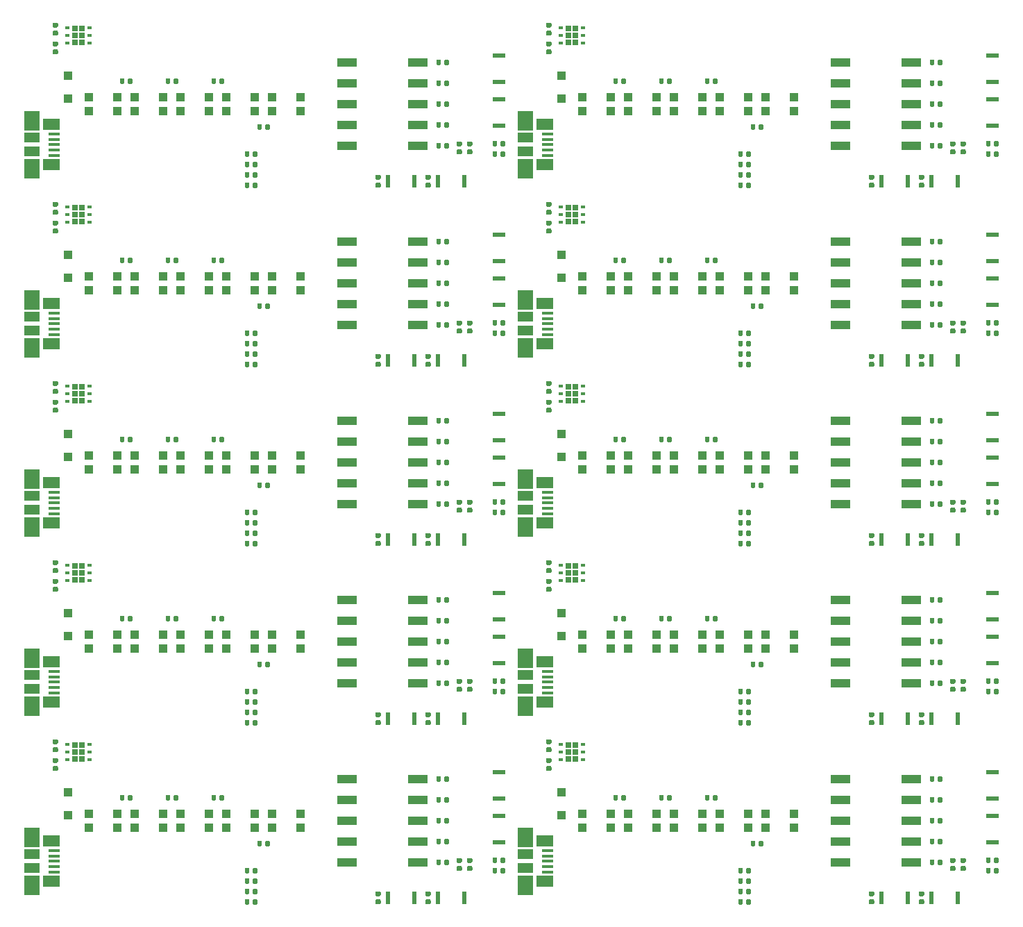
<source format=gbr>
G04 #@! TF.GenerationSoftware,KiCad,Pcbnew,5.1.0-060a0da~80~ubuntu18.04.1*
G04 #@! TF.CreationDate,2019-05-13T00:27:14+02:00*
G04 #@! TF.ProjectId,m3_2x5_panel,6d335f32-7835-45f7-9061-6e656c2e6b69,rev?*
G04 #@! TF.SameCoordinates,Original*
G04 #@! TF.FileFunction,Paste,Top*
G04 #@! TF.FilePolarity,Positive*
%FSLAX46Y46*%
G04 Gerber Fmt 4.6, Leading zero omitted, Abs format (unit mm)*
G04 Created by KiCad (PCBNEW 5.1.0-060a0da~80~ubuntu18.04.1) date 2019-05-13 00:27:14*
%MOMM*%
%LPD*%
G04 APERTURE LIST*
%ADD10R,1.000000X1.000000*%
%ADD11C,0.100000*%
%ADD12C,0.590000*%
%ADD13R,1.380000X0.450000*%
%ADD14R,2.100000X1.475000*%
%ADD15R,1.900000X2.375000*%
%ADD16R,1.900000X1.175000*%
%ADD17R,1.500000X0.550000*%
%ADD18R,0.550000X1.500000*%
%ADD19R,1.100000X1.100000*%
%ADD20R,0.660000X0.730000*%
%ADD21R,0.630000X0.450000*%
%ADD22R,2.440000X1.120000*%
G04 APERTURE END LIST*
D10*
X159232000Y-142907000D03*
X159232000Y-144657000D03*
X162732000Y-142907000D03*
X162732000Y-144657000D03*
X99034000Y-142907000D03*
X99034000Y-144657000D03*
X102534000Y-142907000D03*
X102534000Y-144657000D03*
X159232000Y-121063000D03*
X159232000Y-122813000D03*
X162732000Y-121063000D03*
X162732000Y-122813000D03*
X99034000Y-121063000D03*
X99034000Y-122813000D03*
X102534000Y-121063000D03*
X102534000Y-122813000D03*
X159232000Y-99219000D03*
X159232000Y-100969000D03*
X162732000Y-99219000D03*
X162732000Y-100969000D03*
X99034000Y-99219000D03*
X99034000Y-100969000D03*
X102534000Y-99219000D03*
X102534000Y-100969000D03*
X159232000Y-77375000D03*
X159232000Y-79125000D03*
X162732000Y-77375000D03*
X162732000Y-79125000D03*
X99034000Y-77375000D03*
X99034000Y-79125000D03*
X102534000Y-77375000D03*
X102534000Y-79125000D03*
X159232000Y-55531000D03*
X159232000Y-57281000D03*
X162732000Y-55531000D03*
X162732000Y-57281000D03*
X148056000Y-142907000D03*
X148056000Y-144657000D03*
X151556000Y-142907000D03*
X151556000Y-144657000D03*
X87858000Y-142907000D03*
X87858000Y-144657000D03*
X91358000Y-142907000D03*
X91358000Y-144657000D03*
X148056000Y-121063000D03*
X148056000Y-122813000D03*
X151556000Y-121063000D03*
X151556000Y-122813000D03*
X87858000Y-121063000D03*
X87858000Y-122813000D03*
X91358000Y-121063000D03*
X91358000Y-122813000D03*
X148056000Y-99219000D03*
X148056000Y-100969000D03*
X151556000Y-99219000D03*
X151556000Y-100969000D03*
X87858000Y-99219000D03*
X87858000Y-100969000D03*
X91358000Y-99219000D03*
X91358000Y-100969000D03*
X148056000Y-77375000D03*
X148056000Y-79125000D03*
X151556000Y-77375000D03*
X151556000Y-79125000D03*
X87858000Y-77375000D03*
X87858000Y-79125000D03*
X91358000Y-77375000D03*
X91358000Y-79125000D03*
X148056000Y-55531000D03*
X148056000Y-57281000D03*
X151556000Y-55531000D03*
X151556000Y-57281000D03*
D11*
G36*
X185296958Y-148542710D02*
G01*
X185311276Y-148544834D01*
X185325317Y-148548351D01*
X185338946Y-148553228D01*
X185352031Y-148559417D01*
X185364447Y-148566858D01*
X185376073Y-148575481D01*
X185386798Y-148585202D01*
X185396519Y-148595927D01*
X185405142Y-148607553D01*
X185412583Y-148619969D01*
X185418772Y-148633054D01*
X185423649Y-148646683D01*
X185427166Y-148660724D01*
X185429290Y-148675042D01*
X185430000Y-148689500D01*
X185430000Y-149034500D01*
X185429290Y-149048958D01*
X185427166Y-149063276D01*
X185423649Y-149077317D01*
X185418772Y-149090946D01*
X185412583Y-149104031D01*
X185405142Y-149116447D01*
X185396519Y-149128073D01*
X185386798Y-149138798D01*
X185376073Y-149148519D01*
X185364447Y-149157142D01*
X185352031Y-149164583D01*
X185338946Y-149170772D01*
X185325317Y-149175649D01*
X185311276Y-149179166D01*
X185296958Y-149181290D01*
X185282500Y-149182000D01*
X184987500Y-149182000D01*
X184973042Y-149181290D01*
X184958724Y-149179166D01*
X184944683Y-149175649D01*
X184931054Y-149170772D01*
X184917969Y-149164583D01*
X184905553Y-149157142D01*
X184893927Y-149148519D01*
X184883202Y-149138798D01*
X184873481Y-149128073D01*
X184864858Y-149116447D01*
X184857417Y-149104031D01*
X184851228Y-149090946D01*
X184846351Y-149077317D01*
X184842834Y-149063276D01*
X184840710Y-149048958D01*
X184840000Y-149034500D01*
X184840000Y-148689500D01*
X184840710Y-148675042D01*
X184842834Y-148660724D01*
X184846351Y-148646683D01*
X184851228Y-148633054D01*
X184857417Y-148619969D01*
X184864858Y-148607553D01*
X184873481Y-148595927D01*
X184883202Y-148585202D01*
X184893927Y-148575481D01*
X184905553Y-148566858D01*
X184917969Y-148559417D01*
X184931054Y-148553228D01*
X184944683Y-148548351D01*
X184958724Y-148544834D01*
X184973042Y-148542710D01*
X184987500Y-148542000D01*
X185282500Y-148542000D01*
X185296958Y-148542710D01*
X185296958Y-148542710D01*
G37*
D12*
X185135000Y-148862000D03*
D11*
G36*
X186266958Y-148542710D02*
G01*
X186281276Y-148544834D01*
X186295317Y-148548351D01*
X186308946Y-148553228D01*
X186322031Y-148559417D01*
X186334447Y-148566858D01*
X186346073Y-148575481D01*
X186356798Y-148585202D01*
X186366519Y-148595927D01*
X186375142Y-148607553D01*
X186382583Y-148619969D01*
X186388772Y-148633054D01*
X186393649Y-148646683D01*
X186397166Y-148660724D01*
X186399290Y-148675042D01*
X186400000Y-148689500D01*
X186400000Y-149034500D01*
X186399290Y-149048958D01*
X186397166Y-149063276D01*
X186393649Y-149077317D01*
X186388772Y-149090946D01*
X186382583Y-149104031D01*
X186375142Y-149116447D01*
X186366519Y-149128073D01*
X186356798Y-149138798D01*
X186346073Y-149148519D01*
X186334447Y-149157142D01*
X186322031Y-149164583D01*
X186308946Y-149170772D01*
X186295317Y-149175649D01*
X186281276Y-149179166D01*
X186266958Y-149181290D01*
X186252500Y-149182000D01*
X185957500Y-149182000D01*
X185943042Y-149181290D01*
X185928724Y-149179166D01*
X185914683Y-149175649D01*
X185901054Y-149170772D01*
X185887969Y-149164583D01*
X185875553Y-149157142D01*
X185863927Y-149148519D01*
X185853202Y-149138798D01*
X185843481Y-149128073D01*
X185834858Y-149116447D01*
X185827417Y-149104031D01*
X185821228Y-149090946D01*
X185816351Y-149077317D01*
X185812834Y-149063276D01*
X185810710Y-149048958D01*
X185810000Y-149034500D01*
X185810000Y-148689500D01*
X185810710Y-148675042D01*
X185812834Y-148660724D01*
X185816351Y-148646683D01*
X185821228Y-148633054D01*
X185827417Y-148619969D01*
X185834858Y-148607553D01*
X185843481Y-148595927D01*
X185853202Y-148585202D01*
X185863927Y-148575481D01*
X185875553Y-148566858D01*
X185887969Y-148559417D01*
X185901054Y-148553228D01*
X185914683Y-148548351D01*
X185928724Y-148544834D01*
X185943042Y-148542710D01*
X185957500Y-148542000D01*
X186252500Y-148542000D01*
X186266958Y-148542710D01*
X186266958Y-148542710D01*
G37*
D12*
X186105000Y-148862000D03*
D11*
G36*
X125098958Y-148542710D02*
G01*
X125113276Y-148544834D01*
X125127317Y-148548351D01*
X125140946Y-148553228D01*
X125154031Y-148559417D01*
X125166447Y-148566858D01*
X125178073Y-148575481D01*
X125188798Y-148585202D01*
X125198519Y-148595927D01*
X125207142Y-148607553D01*
X125214583Y-148619969D01*
X125220772Y-148633054D01*
X125225649Y-148646683D01*
X125229166Y-148660724D01*
X125231290Y-148675042D01*
X125232000Y-148689500D01*
X125232000Y-149034500D01*
X125231290Y-149048958D01*
X125229166Y-149063276D01*
X125225649Y-149077317D01*
X125220772Y-149090946D01*
X125214583Y-149104031D01*
X125207142Y-149116447D01*
X125198519Y-149128073D01*
X125188798Y-149138798D01*
X125178073Y-149148519D01*
X125166447Y-149157142D01*
X125154031Y-149164583D01*
X125140946Y-149170772D01*
X125127317Y-149175649D01*
X125113276Y-149179166D01*
X125098958Y-149181290D01*
X125084500Y-149182000D01*
X124789500Y-149182000D01*
X124775042Y-149181290D01*
X124760724Y-149179166D01*
X124746683Y-149175649D01*
X124733054Y-149170772D01*
X124719969Y-149164583D01*
X124707553Y-149157142D01*
X124695927Y-149148519D01*
X124685202Y-149138798D01*
X124675481Y-149128073D01*
X124666858Y-149116447D01*
X124659417Y-149104031D01*
X124653228Y-149090946D01*
X124648351Y-149077317D01*
X124644834Y-149063276D01*
X124642710Y-149048958D01*
X124642000Y-149034500D01*
X124642000Y-148689500D01*
X124642710Y-148675042D01*
X124644834Y-148660724D01*
X124648351Y-148646683D01*
X124653228Y-148633054D01*
X124659417Y-148619969D01*
X124666858Y-148607553D01*
X124675481Y-148595927D01*
X124685202Y-148585202D01*
X124695927Y-148575481D01*
X124707553Y-148566858D01*
X124719969Y-148559417D01*
X124733054Y-148553228D01*
X124746683Y-148548351D01*
X124760724Y-148544834D01*
X124775042Y-148542710D01*
X124789500Y-148542000D01*
X125084500Y-148542000D01*
X125098958Y-148542710D01*
X125098958Y-148542710D01*
G37*
D12*
X124937000Y-148862000D03*
D11*
G36*
X126068958Y-148542710D02*
G01*
X126083276Y-148544834D01*
X126097317Y-148548351D01*
X126110946Y-148553228D01*
X126124031Y-148559417D01*
X126136447Y-148566858D01*
X126148073Y-148575481D01*
X126158798Y-148585202D01*
X126168519Y-148595927D01*
X126177142Y-148607553D01*
X126184583Y-148619969D01*
X126190772Y-148633054D01*
X126195649Y-148646683D01*
X126199166Y-148660724D01*
X126201290Y-148675042D01*
X126202000Y-148689500D01*
X126202000Y-149034500D01*
X126201290Y-149048958D01*
X126199166Y-149063276D01*
X126195649Y-149077317D01*
X126190772Y-149090946D01*
X126184583Y-149104031D01*
X126177142Y-149116447D01*
X126168519Y-149128073D01*
X126158798Y-149138798D01*
X126148073Y-149148519D01*
X126136447Y-149157142D01*
X126124031Y-149164583D01*
X126110946Y-149170772D01*
X126097317Y-149175649D01*
X126083276Y-149179166D01*
X126068958Y-149181290D01*
X126054500Y-149182000D01*
X125759500Y-149182000D01*
X125745042Y-149181290D01*
X125730724Y-149179166D01*
X125716683Y-149175649D01*
X125703054Y-149170772D01*
X125689969Y-149164583D01*
X125677553Y-149157142D01*
X125665927Y-149148519D01*
X125655202Y-149138798D01*
X125645481Y-149128073D01*
X125636858Y-149116447D01*
X125629417Y-149104031D01*
X125623228Y-149090946D01*
X125618351Y-149077317D01*
X125614834Y-149063276D01*
X125612710Y-149048958D01*
X125612000Y-149034500D01*
X125612000Y-148689500D01*
X125612710Y-148675042D01*
X125614834Y-148660724D01*
X125618351Y-148646683D01*
X125623228Y-148633054D01*
X125629417Y-148619969D01*
X125636858Y-148607553D01*
X125645481Y-148595927D01*
X125655202Y-148585202D01*
X125665927Y-148575481D01*
X125677553Y-148566858D01*
X125689969Y-148559417D01*
X125703054Y-148553228D01*
X125716683Y-148548351D01*
X125730724Y-148544834D01*
X125745042Y-148542710D01*
X125759500Y-148542000D01*
X126054500Y-148542000D01*
X126068958Y-148542710D01*
X126068958Y-148542710D01*
G37*
D12*
X125907000Y-148862000D03*
D11*
G36*
X185296958Y-126698710D02*
G01*
X185311276Y-126700834D01*
X185325317Y-126704351D01*
X185338946Y-126709228D01*
X185352031Y-126715417D01*
X185364447Y-126722858D01*
X185376073Y-126731481D01*
X185386798Y-126741202D01*
X185396519Y-126751927D01*
X185405142Y-126763553D01*
X185412583Y-126775969D01*
X185418772Y-126789054D01*
X185423649Y-126802683D01*
X185427166Y-126816724D01*
X185429290Y-126831042D01*
X185430000Y-126845500D01*
X185430000Y-127190500D01*
X185429290Y-127204958D01*
X185427166Y-127219276D01*
X185423649Y-127233317D01*
X185418772Y-127246946D01*
X185412583Y-127260031D01*
X185405142Y-127272447D01*
X185396519Y-127284073D01*
X185386798Y-127294798D01*
X185376073Y-127304519D01*
X185364447Y-127313142D01*
X185352031Y-127320583D01*
X185338946Y-127326772D01*
X185325317Y-127331649D01*
X185311276Y-127335166D01*
X185296958Y-127337290D01*
X185282500Y-127338000D01*
X184987500Y-127338000D01*
X184973042Y-127337290D01*
X184958724Y-127335166D01*
X184944683Y-127331649D01*
X184931054Y-127326772D01*
X184917969Y-127320583D01*
X184905553Y-127313142D01*
X184893927Y-127304519D01*
X184883202Y-127294798D01*
X184873481Y-127284073D01*
X184864858Y-127272447D01*
X184857417Y-127260031D01*
X184851228Y-127246946D01*
X184846351Y-127233317D01*
X184842834Y-127219276D01*
X184840710Y-127204958D01*
X184840000Y-127190500D01*
X184840000Y-126845500D01*
X184840710Y-126831042D01*
X184842834Y-126816724D01*
X184846351Y-126802683D01*
X184851228Y-126789054D01*
X184857417Y-126775969D01*
X184864858Y-126763553D01*
X184873481Y-126751927D01*
X184883202Y-126741202D01*
X184893927Y-126731481D01*
X184905553Y-126722858D01*
X184917969Y-126715417D01*
X184931054Y-126709228D01*
X184944683Y-126704351D01*
X184958724Y-126700834D01*
X184973042Y-126698710D01*
X184987500Y-126698000D01*
X185282500Y-126698000D01*
X185296958Y-126698710D01*
X185296958Y-126698710D01*
G37*
D12*
X185135000Y-127018000D03*
D11*
G36*
X186266958Y-126698710D02*
G01*
X186281276Y-126700834D01*
X186295317Y-126704351D01*
X186308946Y-126709228D01*
X186322031Y-126715417D01*
X186334447Y-126722858D01*
X186346073Y-126731481D01*
X186356798Y-126741202D01*
X186366519Y-126751927D01*
X186375142Y-126763553D01*
X186382583Y-126775969D01*
X186388772Y-126789054D01*
X186393649Y-126802683D01*
X186397166Y-126816724D01*
X186399290Y-126831042D01*
X186400000Y-126845500D01*
X186400000Y-127190500D01*
X186399290Y-127204958D01*
X186397166Y-127219276D01*
X186393649Y-127233317D01*
X186388772Y-127246946D01*
X186382583Y-127260031D01*
X186375142Y-127272447D01*
X186366519Y-127284073D01*
X186356798Y-127294798D01*
X186346073Y-127304519D01*
X186334447Y-127313142D01*
X186322031Y-127320583D01*
X186308946Y-127326772D01*
X186295317Y-127331649D01*
X186281276Y-127335166D01*
X186266958Y-127337290D01*
X186252500Y-127338000D01*
X185957500Y-127338000D01*
X185943042Y-127337290D01*
X185928724Y-127335166D01*
X185914683Y-127331649D01*
X185901054Y-127326772D01*
X185887969Y-127320583D01*
X185875553Y-127313142D01*
X185863927Y-127304519D01*
X185853202Y-127294798D01*
X185843481Y-127284073D01*
X185834858Y-127272447D01*
X185827417Y-127260031D01*
X185821228Y-127246946D01*
X185816351Y-127233317D01*
X185812834Y-127219276D01*
X185810710Y-127204958D01*
X185810000Y-127190500D01*
X185810000Y-126845500D01*
X185810710Y-126831042D01*
X185812834Y-126816724D01*
X185816351Y-126802683D01*
X185821228Y-126789054D01*
X185827417Y-126775969D01*
X185834858Y-126763553D01*
X185843481Y-126751927D01*
X185853202Y-126741202D01*
X185863927Y-126731481D01*
X185875553Y-126722858D01*
X185887969Y-126715417D01*
X185901054Y-126709228D01*
X185914683Y-126704351D01*
X185928724Y-126700834D01*
X185943042Y-126698710D01*
X185957500Y-126698000D01*
X186252500Y-126698000D01*
X186266958Y-126698710D01*
X186266958Y-126698710D01*
G37*
D12*
X186105000Y-127018000D03*
D11*
G36*
X125098958Y-126698710D02*
G01*
X125113276Y-126700834D01*
X125127317Y-126704351D01*
X125140946Y-126709228D01*
X125154031Y-126715417D01*
X125166447Y-126722858D01*
X125178073Y-126731481D01*
X125188798Y-126741202D01*
X125198519Y-126751927D01*
X125207142Y-126763553D01*
X125214583Y-126775969D01*
X125220772Y-126789054D01*
X125225649Y-126802683D01*
X125229166Y-126816724D01*
X125231290Y-126831042D01*
X125232000Y-126845500D01*
X125232000Y-127190500D01*
X125231290Y-127204958D01*
X125229166Y-127219276D01*
X125225649Y-127233317D01*
X125220772Y-127246946D01*
X125214583Y-127260031D01*
X125207142Y-127272447D01*
X125198519Y-127284073D01*
X125188798Y-127294798D01*
X125178073Y-127304519D01*
X125166447Y-127313142D01*
X125154031Y-127320583D01*
X125140946Y-127326772D01*
X125127317Y-127331649D01*
X125113276Y-127335166D01*
X125098958Y-127337290D01*
X125084500Y-127338000D01*
X124789500Y-127338000D01*
X124775042Y-127337290D01*
X124760724Y-127335166D01*
X124746683Y-127331649D01*
X124733054Y-127326772D01*
X124719969Y-127320583D01*
X124707553Y-127313142D01*
X124695927Y-127304519D01*
X124685202Y-127294798D01*
X124675481Y-127284073D01*
X124666858Y-127272447D01*
X124659417Y-127260031D01*
X124653228Y-127246946D01*
X124648351Y-127233317D01*
X124644834Y-127219276D01*
X124642710Y-127204958D01*
X124642000Y-127190500D01*
X124642000Y-126845500D01*
X124642710Y-126831042D01*
X124644834Y-126816724D01*
X124648351Y-126802683D01*
X124653228Y-126789054D01*
X124659417Y-126775969D01*
X124666858Y-126763553D01*
X124675481Y-126751927D01*
X124685202Y-126741202D01*
X124695927Y-126731481D01*
X124707553Y-126722858D01*
X124719969Y-126715417D01*
X124733054Y-126709228D01*
X124746683Y-126704351D01*
X124760724Y-126700834D01*
X124775042Y-126698710D01*
X124789500Y-126698000D01*
X125084500Y-126698000D01*
X125098958Y-126698710D01*
X125098958Y-126698710D01*
G37*
D12*
X124937000Y-127018000D03*
D11*
G36*
X126068958Y-126698710D02*
G01*
X126083276Y-126700834D01*
X126097317Y-126704351D01*
X126110946Y-126709228D01*
X126124031Y-126715417D01*
X126136447Y-126722858D01*
X126148073Y-126731481D01*
X126158798Y-126741202D01*
X126168519Y-126751927D01*
X126177142Y-126763553D01*
X126184583Y-126775969D01*
X126190772Y-126789054D01*
X126195649Y-126802683D01*
X126199166Y-126816724D01*
X126201290Y-126831042D01*
X126202000Y-126845500D01*
X126202000Y-127190500D01*
X126201290Y-127204958D01*
X126199166Y-127219276D01*
X126195649Y-127233317D01*
X126190772Y-127246946D01*
X126184583Y-127260031D01*
X126177142Y-127272447D01*
X126168519Y-127284073D01*
X126158798Y-127294798D01*
X126148073Y-127304519D01*
X126136447Y-127313142D01*
X126124031Y-127320583D01*
X126110946Y-127326772D01*
X126097317Y-127331649D01*
X126083276Y-127335166D01*
X126068958Y-127337290D01*
X126054500Y-127338000D01*
X125759500Y-127338000D01*
X125745042Y-127337290D01*
X125730724Y-127335166D01*
X125716683Y-127331649D01*
X125703054Y-127326772D01*
X125689969Y-127320583D01*
X125677553Y-127313142D01*
X125665927Y-127304519D01*
X125655202Y-127294798D01*
X125645481Y-127284073D01*
X125636858Y-127272447D01*
X125629417Y-127260031D01*
X125623228Y-127246946D01*
X125618351Y-127233317D01*
X125614834Y-127219276D01*
X125612710Y-127204958D01*
X125612000Y-127190500D01*
X125612000Y-126845500D01*
X125612710Y-126831042D01*
X125614834Y-126816724D01*
X125618351Y-126802683D01*
X125623228Y-126789054D01*
X125629417Y-126775969D01*
X125636858Y-126763553D01*
X125645481Y-126751927D01*
X125655202Y-126741202D01*
X125665927Y-126731481D01*
X125677553Y-126722858D01*
X125689969Y-126715417D01*
X125703054Y-126709228D01*
X125716683Y-126704351D01*
X125730724Y-126700834D01*
X125745042Y-126698710D01*
X125759500Y-126698000D01*
X126054500Y-126698000D01*
X126068958Y-126698710D01*
X126068958Y-126698710D01*
G37*
D12*
X125907000Y-127018000D03*
D11*
G36*
X185296958Y-104854710D02*
G01*
X185311276Y-104856834D01*
X185325317Y-104860351D01*
X185338946Y-104865228D01*
X185352031Y-104871417D01*
X185364447Y-104878858D01*
X185376073Y-104887481D01*
X185386798Y-104897202D01*
X185396519Y-104907927D01*
X185405142Y-104919553D01*
X185412583Y-104931969D01*
X185418772Y-104945054D01*
X185423649Y-104958683D01*
X185427166Y-104972724D01*
X185429290Y-104987042D01*
X185430000Y-105001500D01*
X185430000Y-105346500D01*
X185429290Y-105360958D01*
X185427166Y-105375276D01*
X185423649Y-105389317D01*
X185418772Y-105402946D01*
X185412583Y-105416031D01*
X185405142Y-105428447D01*
X185396519Y-105440073D01*
X185386798Y-105450798D01*
X185376073Y-105460519D01*
X185364447Y-105469142D01*
X185352031Y-105476583D01*
X185338946Y-105482772D01*
X185325317Y-105487649D01*
X185311276Y-105491166D01*
X185296958Y-105493290D01*
X185282500Y-105494000D01*
X184987500Y-105494000D01*
X184973042Y-105493290D01*
X184958724Y-105491166D01*
X184944683Y-105487649D01*
X184931054Y-105482772D01*
X184917969Y-105476583D01*
X184905553Y-105469142D01*
X184893927Y-105460519D01*
X184883202Y-105450798D01*
X184873481Y-105440073D01*
X184864858Y-105428447D01*
X184857417Y-105416031D01*
X184851228Y-105402946D01*
X184846351Y-105389317D01*
X184842834Y-105375276D01*
X184840710Y-105360958D01*
X184840000Y-105346500D01*
X184840000Y-105001500D01*
X184840710Y-104987042D01*
X184842834Y-104972724D01*
X184846351Y-104958683D01*
X184851228Y-104945054D01*
X184857417Y-104931969D01*
X184864858Y-104919553D01*
X184873481Y-104907927D01*
X184883202Y-104897202D01*
X184893927Y-104887481D01*
X184905553Y-104878858D01*
X184917969Y-104871417D01*
X184931054Y-104865228D01*
X184944683Y-104860351D01*
X184958724Y-104856834D01*
X184973042Y-104854710D01*
X184987500Y-104854000D01*
X185282500Y-104854000D01*
X185296958Y-104854710D01*
X185296958Y-104854710D01*
G37*
D12*
X185135000Y-105174000D03*
D11*
G36*
X186266958Y-104854710D02*
G01*
X186281276Y-104856834D01*
X186295317Y-104860351D01*
X186308946Y-104865228D01*
X186322031Y-104871417D01*
X186334447Y-104878858D01*
X186346073Y-104887481D01*
X186356798Y-104897202D01*
X186366519Y-104907927D01*
X186375142Y-104919553D01*
X186382583Y-104931969D01*
X186388772Y-104945054D01*
X186393649Y-104958683D01*
X186397166Y-104972724D01*
X186399290Y-104987042D01*
X186400000Y-105001500D01*
X186400000Y-105346500D01*
X186399290Y-105360958D01*
X186397166Y-105375276D01*
X186393649Y-105389317D01*
X186388772Y-105402946D01*
X186382583Y-105416031D01*
X186375142Y-105428447D01*
X186366519Y-105440073D01*
X186356798Y-105450798D01*
X186346073Y-105460519D01*
X186334447Y-105469142D01*
X186322031Y-105476583D01*
X186308946Y-105482772D01*
X186295317Y-105487649D01*
X186281276Y-105491166D01*
X186266958Y-105493290D01*
X186252500Y-105494000D01*
X185957500Y-105494000D01*
X185943042Y-105493290D01*
X185928724Y-105491166D01*
X185914683Y-105487649D01*
X185901054Y-105482772D01*
X185887969Y-105476583D01*
X185875553Y-105469142D01*
X185863927Y-105460519D01*
X185853202Y-105450798D01*
X185843481Y-105440073D01*
X185834858Y-105428447D01*
X185827417Y-105416031D01*
X185821228Y-105402946D01*
X185816351Y-105389317D01*
X185812834Y-105375276D01*
X185810710Y-105360958D01*
X185810000Y-105346500D01*
X185810000Y-105001500D01*
X185810710Y-104987042D01*
X185812834Y-104972724D01*
X185816351Y-104958683D01*
X185821228Y-104945054D01*
X185827417Y-104931969D01*
X185834858Y-104919553D01*
X185843481Y-104907927D01*
X185853202Y-104897202D01*
X185863927Y-104887481D01*
X185875553Y-104878858D01*
X185887969Y-104871417D01*
X185901054Y-104865228D01*
X185914683Y-104860351D01*
X185928724Y-104856834D01*
X185943042Y-104854710D01*
X185957500Y-104854000D01*
X186252500Y-104854000D01*
X186266958Y-104854710D01*
X186266958Y-104854710D01*
G37*
D12*
X186105000Y-105174000D03*
D11*
G36*
X125098958Y-104854710D02*
G01*
X125113276Y-104856834D01*
X125127317Y-104860351D01*
X125140946Y-104865228D01*
X125154031Y-104871417D01*
X125166447Y-104878858D01*
X125178073Y-104887481D01*
X125188798Y-104897202D01*
X125198519Y-104907927D01*
X125207142Y-104919553D01*
X125214583Y-104931969D01*
X125220772Y-104945054D01*
X125225649Y-104958683D01*
X125229166Y-104972724D01*
X125231290Y-104987042D01*
X125232000Y-105001500D01*
X125232000Y-105346500D01*
X125231290Y-105360958D01*
X125229166Y-105375276D01*
X125225649Y-105389317D01*
X125220772Y-105402946D01*
X125214583Y-105416031D01*
X125207142Y-105428447D01*
X125198519Y-105440073D01*
X125188798Y-105450798D01*
X125178073Y-105460519D01*
X125166447Y-105469142D01*
X125154031Y-105476583D01*
X125140946Y-105482772D01*
X125127317Y-105487649D01*
X125113276Y-105491166D01*
X125098958Y-105493290D01*
X125084500Y-105494000D01*
X124789500Y-105494000D01*
X124775042Y-105493290D01*
X124760724Y-105491166D01*
X124746683Y-105487649D01*
X124733054Y-105482772D01*
X124719969Y-105476583D01*
X124707553Y-105469142D01*
X124695927Y-105460519D01*
X124685202Y-105450798D01*
X124675481Y-105440073D01*
X124666858Y-105428447D01*
X124659417Y-105416031D01*
X124653228Y-105402946D01*
X124648351Y-105389317D01*
X124644834Y-105375276D01*
X124642710Y-105360958D01*
X124642000Y-105346500D01*
X124642000Y-105001500D01*
X124642710Y-104987042D01*
X124644834Y-104972724D01*
X124648351Y-104958683D01*
X124653228Y-104945054D01*
X124659417Y-104931969D01*
X124666858Y-104919553D01*
X124675481Y-104907927D01*
X124685202Y-104897202D01*
X124695927Y-104887481D01*
X124707553Y-104878858D01*
X124719969Y-104871417D01*
X124733054Y-104865228D01*
X124746683Y-104860351D01*
X124760724Y-104856834D01*
X124775042Y-104854710D01*
X124789500Y-104854000D01*
X125084500Y-104854000D01*
X125098958Y-104854710D01*
X125098958Y-104854710D01*
G37*
D12*
X124937000Y-105174000D03*
D11*
G36*
X126068958Y-104854710D02*
G01*
X126083276Y-104856834D01*
X126097317Y-104860351D01*
X126110946Y-104865228D01*
X126124031Y-104871417D01*
X126136447Y-104878858D01*
X126148073Y-104887481D01*
X126158798Y-104897202D01*
X126168519Y-104907927D01*
X126177142Y-104919553D01*
X126184583Y-104931969D01*
X126190772Y-104945054D01*
X126195649Y-104958683D01*
X126199166Y-104972724D01*
X126201290Y-104987042D01*
X126202000Y-105001500D01*
X126202000Y-105346500D01*
X126201290Y-105360958D01*
X126199166Y-105375276D01*
X126195649Y-105389317D01*
X126190772Y-105402946D01*
X126184583Y-105416031D01*
X126177142Y-105428447D01*
X126168519Y-105440073D01*
X126158798Y-105450798D01*
X126148073Y-105460519D01*
X126136447Y-105469142D01*
X126124031Y-105476583D01*
X126110946Y-105482772D01*
X126097317Y-105487649D01*
X126083276Y-105491166D01*
X126068958Y-105493290D01*
X126054500Y-105494000D01*
X125759500Y-105494000D01*
X125745042Y-105493290D01*
X125730724Y-105491166D01*
X125716683Y-105487649D01*
X125703054Y-105482772D01*
X125689969Y-105476583D01*
X125677553Y-105469142D01*
X125665927Y-105460519D01*
X125655202Y-105450798D01*
X125645481Y-105440073D01*
X125636858Y-105428447D01*
X125629417Y-105416031D01*
X125623228Y-105402946D01*
X125618351Y-105389317D01*
X125614834Y-105375276D01*
X125612710Y-105360958D01*
X125612000Y-105346500D01*
X125612000Y-105001500D01*
X125612710Y-104987042D01*
X125614834Y-104972724D01*
X125618351Y-104958683D01*
X125623228Y-104945054D01*
X125629417Y-104931969D01*
X125636858Y-104919553D01*
X125645481Y-104907927D01*
X125655202Y-104897202D01*
X125665927Y-104887481D01*
X125677553Y-104878858D01*
X125689969Y-104871417D01*
X125703054Y-104865228D01*
X125716683Y-104860351D01*
X125730724Y-104856834D01*
X125745042Y-104854710D01*
X125759500Y-104854000D01*
X126054500Y-104854000D01*
X126068958Y-104854710D01*
X126068958Y-104854710D01*
G37*
D12*
X125907000Y-105174000D03*
D11*
G36*
X185296958Y-83010710D02*
G01*
X185311276Y-83012834D01*
X185325317Y-83016351D01*
X185338946Y-83021228D01*
X185352031Y-83027417D01*
X185364447Y-83034858D01*
X185376073Y-83043481D01*
X185386798Y-83053202D01*
X185396519Y-83063927D01*
X185405142Y-83075553D01*
X185412583Y-83087969D01*
X185418772Y-83101054D01*
X185423649Y-83114683D01*
X185427166Y-83128724D01*
X185429290Y-83143042D01*
X185430000Y-83157500D01*
X185430000Y-83502500D01*
X185429290Y-83516958D01*
X185427166Y-83531276D01*
X185423649Y-83545317D01*
X185418772Y-83558946D01*
X185412583Y-83572031D01*
X185405142Y-83584447D01*
X185396519Y-83596073D01*
X185386798Y-83606798D01*
X185376073Y-83616519D01*
X185364447Y-83625142D01*
X185352031Y-83632583D01*
X185338946Y-83638772D01*
X185325317Y-83643649D01*
X185311276Y-83647166D01*
X185296958Y-83649290D01*
X185282500Y-83650000D01*
X184987500Y-83650000D01*
X184973042Y-83649290D01*
X184958724Y-83647166D01*
X184944683Y-83643649D01*
X184931054Y-83638772D01*
X184917969Y-83632583D01*
X184905553Y-83625142D01*
X184893927Y-83616519D01*
X184883202Y-83606798D01*
X184873481Y-83596073D01*
X184864858Y-83584447D01*
X184857417Y-83572031D01*
X184851228Y-83558946D01*
X184846351Y-83545317D01*
X184842834Y-83531276D01*
X184840710Y-83516958D01*
X184840000Y-83502500D01*
X184840000Y-83157500D01*
X184840710Y-83143042D01*
X184842834Y-83128724D01*
X184846351Y-83114683D01*
X184851228Y-83101054D01*
X184857417Y-83087969D01*
X184864858Y-83075553D01*
X184873481Y-83063927D01*
X184883202Y-83053202D01*
X184893927Y-83043481D01*
X184905553Y-83034858D01*
X184917969Y-83027417D01*
X184931054Y-83021228D01*
X184944683Y-83016351D01*
X184958724Y-83012834D01*
X184973042Y-83010710D01*
X184987500Y-83010000D01*
X185282500Y-83010000D01*
X185296958Y-83010710D01*
X185296958Y-83010710D01*
G37*
D12*
X185135000Y-83330000D03*
D11*
G36*
X186266958Y-83010710D02*
G01*
X186281276Y-83012834D01*
X186295317Y-83016351D01*
X186308946Y-83021228D01*
X186322031Y-83027417D01*
X186334447Y-83034858D01*
X186346073Y-83043481D01*
X186356798Y-83053202D01*
X186366519Y-83063927D01*
X186375142Y-83075553D01*
X186382583Y-83087969D01*
X186388772Y-83101054D01*
X186393649Y-83114683D01*
X186397166Y-83128724D01*
X186399290Y-83143042D01*
X186400000Y-83157500D01*
X186400000Y-83502500D01*
X186399290Y-83516958D01*
X186397166Y-83531276D01*
X186393649Y-83545317D01*
X186388772Y-83558946D01*
X186382583Y-83572031D01*
X186375142Y-83584447D01*
X186366519Y-83596073D01*
X186356798Y-83606798D01*
X186346073Y-83616519D01*
X186334447Y-83625142D01*
X186322031Y-83632583D01*
X186308946Y-83638772D01*
X186295317Y-83643649D01*
X186281276Y-83647166D01*
X186266958Y-83649290D01*
X186252500Y-83650000D01*
X185957500Y-83650000D01*
X185943042Y-83649290D01*
X185928724Y-83647166D01*
X185914683Y-83643649D01*
X185901054Y-83638772D01*
X185887969Y-83632583D01*
X185875553Y-83625142D01*
X185863927Y-83616519D01*
X185853202Y-83606798D01*
X185843481Y-83596073D01*
X185834858Y-83584447D01*
X185827417Y-83572031D01*
X185821228Y-83558946D01*
X185816351Y-83545317D01*
X185812834Y-83531276D01*
X185810710Y-83516958D01*
X185810000Y-83502500D01*
X185810000Y-83157500D01*
X185810710Y-83143042D01*
X185812834Y-83128724D01*
X185816351Y-83114683D01*
X185821228Y-83101054D01*
X185827417Y-83087969D01*
X185834858Y-83075553D01*
X185843481Y-83063927D01*
X185853202Y-83053202D01*
X185863927Y-83043481D01*
X185875553Y-83034858D01*
X185887969Y-83027417D01*
X185901054Y-83021228D01*
X185914683Y-83016351D01*
X185928724Y-83012834D01*
X185943042Y-83010710D01*
X185957500Y-83010000D01*
X186252500Y-83010000D01*
X186266958Y-83010710D01*
X186266958Y-83010710D01*
G37*
D12*
X186105000Y-83330000D03*
D11*
G36*
X125098958Y-83010710D02*
G01*
X125113276Y-83012834D01*
X125127317Y-83016351D01*
X125140946Y-83021228D01*
X125154031Y-83027417D01*
X125166447Y-83034858D01*
X125178073Y-83043481D01*
X125188798Y-83053202D01*
X125198519Y-83063927D01*
X125207142Y-83075553D01*
X125214583Y-83087969D01*
X125220772Y-83101054D01*
X125225649Y-83114683D01*
X125229166Y-83128724D01*
X125231290Y-83143042D01*
X125232000Y-83157500D01*
X125232000Y-83502500D01*
X125231290Y-83516958D01*
X125229166Y-83531276D01*
X125225649Y-83545317D01*
X125220772Y-83558946D01*
X125214583Y-83572031D01*
X125207142Y-83584447D01*
X125198519Y-83596073D01*
X125188798Y-83606798D01*
X125178073Y-83616519D01*
X125166447Y-83625142D01*
X125154031Y-83632583D01*
X125140946Y-83638772D01*
X125127317Y-83643649D01*
X125113276Y-83647166D01*
X125098958Y-83649290D01*
X125084500Y-83650000D01*
X124789500Y-83650000D01*
X124775042Y-83649290D01*
X124760724Y-83647166D01*
X124746683Y-83643649D01*
X124733054Y-83638772D01*
X124719969Y-83632583D01*
X124707553Y-83625142D01*
X124695927Y-83616519D01*
X124685202Y-83606798D01*
X124675481Y-83596073D01*
X124666858Y-83584447D01*
X124659417Y-83572031D01*
X124653228Y-83558946D01*
X124648351Y-83545317D01*
X124644834Y-83531276D01*
X124642710Y-83516958D01*
X124642000Y-83502500D01*
X124642000Y-83157500D01*
X124642710Y-83143042D01*
X124644834Y-83128724D01*
X124648351Y-83114683D01*
X124653228Y-83101054D01*
X124659417Y-83087969D01*
X124666858Y-83075553D01*
X124675481Y-83063927D01*
X124685202Y-83053202D01*
X124695927Y-83043481D01*
X124707553Y-83034858D01*
X124719969Y-83027417D01*
X124733054Y-83021228D01*
X124746683Y-83016351D01*
X124760724Y-83012834D01*
X124775042Y-83010710D01*
X124789500Y-83010000D01*
X125084500Y-83010000D01*
X125098958Y-83010710D01*
X125098958Y-83010710D01*
G37*
D12*
X124937000Y-83330000D03*
D11*
G36*
X126068958Y-83010710D02*
G01*
X126083276Y-83012834D01*
X126097317Y-83016351D01*
X126110946Y-83021228D01*
X126124031Y-83027417D01*
X126136447Y-83034858D01*
X126148073Y-83043481D01*
X126158798Y-83053202D01*
X126168519Y-83063927D01*
X126177142Y-83075553D01*
X126184583Y-83087969D01*
X126190772Y-83101054D01*
X126195649Y-83114683D01*
X126199166Y-83128724D01*
X126201290Y-83143042D01*
X126202000Y-83157500D01*
X126202000Y-83502500D01*
X126201290Y-83516958D01*
X126199166Y-83531276D01*
X126195649Y-83545317D01*
X126190772Y-83558946D01*
X126184583Y-83572031D01*
X126177142Y-83584447D01*
X126168519Y-83596073D01*
X126158798Y-83606798D01*
X126148073Y-83616519D01*
X126136447Y-83625142D01*
X126124031Y-83632583D01*
X126110946Y-83638772D01*
X126097317Y-83643649D01*
X126083276Y-83647166D01*
X126068958Y-83649290D01*
X126054500Y-83650000D01*
X125759500Y-83650000D01*
X125745042Y-83649290D01*
X125730724Y-83647166D01*
X125716683Y-83643649D01*
X125703054Y-83638772D01*
X125689969Y-83632583D01*
X125677553Y-83625142D01*
X125665927Y-83616519D01*
X125655202Y-83606798D01*
X125645481Y-83596073D01*
X125636858Y-83584447D01*
X125629417Y-83572031D01*
X125623228Y-83558946D01*
X125618351Y-83545317D01*
X125614834Y-83531276D01*
X125612710Y-83516958D01*
X125612000Y-83502500D01*
X125612000Y-83157500D01*
X125612710Y-83143042D01*
X125614834Y-83128724D01*
X125618351Y-83114683D01*
X125623228Y-83101054D01*
X125629417Y-83087969D01*
X125636858Y-83075553D01*
X125645481Y-83063927D01*
X125655202Y-83053202D01*
X125665927Y-83043481D01*
X125677553Y-83034858D01*
X125689969Y-83027417D01*
X125703054Y-83021228D01*
X125716683Y-83016351D01*
X125730724Y-83012834D01*
X125745042Y-83010710D01*
X125759500Y-83010000D01*
X126054500Y-83010000D01*
X126068958Y-83010710D01*
X126068958Y-83010710D01*
G37*
D12*
X125907000Y-83330000D03*
D11*
G36*
X185296958Y-61166710D02*
G01*
X185311276Y-61168834D01*
X185325317Y-61172351D01*
X185338946Y-61177228D01*
X185352031Y-61183417D01*
X185364447Y-61190858D01*
X185376073Y-61199481D01*
X185386798Y-61209202D01*
X185396519Y-61219927D01*
X185405142Y-61231553D01*
X185412583Y-61243969D01*
X185418772Y-61257054D01*
X185423649Y-61270683D01*
X185427166Y-61284724D01*
X185429290Y-61299042D01*
X185430000Y-61313500D01*
X185430000Y-61658500D01*
X185429290Y-61672958D01*
X185427166Y-61687276D01*
X185423649Y-61701317D01*
X185418772Y-61714946D01*
X185412583Y-61728031D01*
X185405142Y-61740447D01*
X185396519Y-61752073D01*
X185386798Y-61762798D01*
X185376073Y-61772519D01*
X185364447Y-61781142D01*
X185352031Y-61788583D01*
X185338946Y-61794772D01*
X185325317Y-61799649D01*
X185311276Y-61803166D01*
X185296958Y-61805290D01*
X185282500Y-61806000D01*
X184987500Y-61806000D01*
X184973042Y-61805290D01*
X184958724Y-61803166D01*
X184944683Y-61799649D01*
X184931054Y-61794772D01*
X184917969Y-61788583D01*
X184905553Y-61781142D01*
X184893927Y-61772519D01*
X184883202Y-61762798D01*
X184873481Y-61752073D01*
X184864858Y-61740447D01*
X184857417Y-61728031D01*
X184851228Y-61714946D01*
X184846351Y-61701317D01*
X184842834Y-61687276D01*
X184840710Y-61672958D01*
X184840000Y-61658500D01*
X184840000Y-61313500D01*
X184840710Y-61299042D01*
X184842834Y-61284724D01*
X184846351Y-61270683D01*
X184851228Y-61257054D01*
X184857417Y-61243969D01*
X184864858Y-61231553D01*
X184873481Y-61219927D01*
X184883202Y-61209202D01*
X184893927Y-61199481D01*
X184905553Y-61190858D01*
X184917969Y-61183417D01*
X184931054Y-61177228D01*
X184944683Y-61172351D01*
X184958724Y-61168834D01*
X184973042Y-61166710D01*
X184987500Y-61166000D01*
X185282500Y-61166000D01*
X185296958Y-61166710D01*
X185296958Y-61166710D01*
G37*
D12*
X185135000Y-61486000D03*
D11*
G36*
X186266958Y-61166710D02*
G01*
X186281276Y-61168834D01*
X186295317Y-61172351D01*
X186308946Y-61177228D01*
X186322031Y-61183417D01*
X186334447Y-61190858D01*
X186346073Y-61199481D01*
X186356798Y-61209202D01*
X186366519Y-61219927D01*
X186375142Y-61231553D01*
X186382583Y-61243969D01*
X186388772Y-61257054D01*
X186393649Y-61270683D01*
X186397166Y-61284724D01*
X186399290Y-61299042D01*
X186400000Y-61313500D01*
X186400000Y-61658500D01*
X186399290Y-61672958D01*
X186397166Y-61687276D01*
X186393649Y-61701317D01*
X186388772Y-61714946D01*
X186382583Y-61728031D01*
X186375142Y-61740447D01*
X186366519Y-61752073D01*
X186356798Y-61762798D01*
X186346073Y-61772519D01*
X186334447Y-61781142D01*
X186322031Y-61788583D01*
X186308946Y-61794772D01*
X186295317Y-61799649D01*
X186281276Y-61803166D01*
X186266958Y-61805290D01*
X186252500Y-61806000D01*
X185957500Y-61806000D01*
X185943042Y-61805290D01*
X185928724Y-61803166D01*
X185914683Y-61799649D01*
X185901054Y-61794772D01*
X185887969Y-61788583D01*
X185875553Y-61781142D01*
X185863927Y-61772519D01*
X185853202Y-61762798D01*
X185843481Y-61752073D01*
X185834858Y-61740447D01*
X185827417Y-61728031D01*
X185821228Y-61714946D01*
X185816351Y-61701317D01*
X185812834Y-61687276D01*
X185810710Y-61672958D01*
X185810000Y-61658500D01*
X185810000Y-61313500D01*
X185810710Y-61299042D01*
X185812834Y-61284724D01*
X185816351Y-61270683D01*
X185821228Y-61257054D01*
X185827417Y-61243969D01*
X185834858Y-61231553D01*
X185843481Y-61219927D01*
X185853202Y-61209202D01*
X185863927Y-61199481D01*
X185875553Y-61190858D01*
X185887969Y-61183417D01*
X185901054Y-61177228D01*
X185914683Y-61172351D01*
X185928724Y-61168834D01*
X185943042Y-61166710D01*
X185957500Y-61166000D01*
X186252500Y-61166000D01*
X186266958Y-61166710D01*
X186266958Y-61166710D01*
G37*
D12*
X186105000Y-61486000D03*
D11*
G36*
X153246958Y-140668710D02*
G01*
X153261276Y-140670834D01*
X153275317Y-140674351D01*
X153288946Y-140679228D01*
X153302031Y-140685417D01*
X153314447Y-140692858D01*
X153326073Y-140701481D01*
X153336798Y-140711202D01*
X153346519Y-140721927D01*
X153355142Y-140733553D01*
X153362583Y-140745969D01*
X153368772Y-140759054D01*
X153373649Y-140772683D01*
X153377166Y-140786724D01*
X153379290Y-140801042D01*
X153380000Y-140815500D01*
X153380000Y-141160500D01*
X153379290Y-141174958D01*
X153377166Y-141189276D01*
X153373649Y-141203317D01*
X153368772Y-141216946D01*
X153362583Y-141230031D01*
X153355142Y-141242447D01*
X153346519Y-141254073D01*
X153336798Y-141264798D01*
X153326073Y-141274519D01*
X153314447Y-141283142D01*
X153302031Y-141290583D01*
X153288946Y-141296772D01*
X153275317Y-141301649D01*
X153261276Y-141305166D01*
X153246958Y-141307290D01*
X153232500Y-141308000D01*
X152937500Y-141308000D01*
X152923042Y-141307290D01*
X152908724Y-141305166D01*
X152894683Y-141301649D01*
X152881054Y-141296772D01*
X152867969Y-141290583D01*
X152855553Y-141283142D01*
X152843927Y-141274519D01*
X152833202Y-141264798D01*
X152823481Y-141254073D01*
X152814858Y-141242447D01*
X152807417Y-141230031D01*
X152801228Y-141216946D01*
X152796351Y-141203317D01*
X152792834Y-141189276D01*
X152790710Y-141174958D01*
X152790000Y-141160500D01*
X152790000Y-140815500D01*
X152790710Y-140801042D01*
X152792834Y-140786724D01*
X152796351Y-140772683D01*
X152801228Y-140759054D01*
X152807417Y-140745969D01*
X152814858Y-140733553D01*
X152823481Y-140721927D01*
X152833202Y-140711202D01*
X152843927Y-140701481D01*
X152855553Y-140692858D01*
X152867969Y-140685417D01*
X152881054Y-140679228D01*
X152894683Y-140674351D01*
X152908724Y-140670834D01*
X152923042Y-140668710D01*
X152937500Y-140668000D01*
X153232500Y-140668000D01*
X153246958Y-140668710D01*
X153246958Y-140668710D01*
G37*
D12*
X153085000Y-140988000D03*
D11*
G36*
X152276958Y-140668710D02*
G01*
X152291276Y-140670834D01*
X152305317Y-140674351D01*
X152318946Y-140679228D01*
X152332031Y-140685417D01*
X152344447Y-140692858D01*
X152356073Y-140701481D01*
X152366798Y-140711202D01*
X152376519Y-140721927D01*
X152385142Y-140733553D01*
X152392583Y-140745969D01*
X152398772Y-140759054D01*
X152403649Y-140772683D01*
X152407166Y-140786724D01*
X152409290Y-140801042D01*
X152410000Y-140815500D01*
X152410000Y-141160500D01*
X152409290Y-141174958D01*
X152407166Y-141189276D01*
X152403649Y-141203317D01*
X152398772Y-141216946D01*
X152392583Y-141230031D01*
X152385142Y-141242447D01*
X152376519Y-141254073D01*
X152366798Y-141264798D01*
X152356073Y-141274519D01*
X152344447Y-141283142D01*
X152332031Y-141290583D01*
X152318946Y-141296772D01*
X152305317Y-141301649D01*
X152291276Y-141305166D01*
X152276958Y-141307290D01*
X152262500Y-141308000D01*
X151967500Y-141308000D01*
X151953042Y-141307290D01*
X151938724Y-141305166D01*
X151924683Y-141301649D01*
X151911054Y-141296772D01*
X151897969Y-141290583D01*
X151885553Y-141283142D01*
X151873927Y-141274519D01*
X151863202Y-141264798D01*
X151853481Y-141254073D01*
X151844858Y-141242447D01*
X151837417Y-141230031D01*
X151831228Y-141216946D01*
X151826351Y-141203317D01*
X151822834Y-141189276D01*
X151820710Y-141174958D01*
X151820000Y-141160500D01*
X151820000Y-140815500D01*
X151820710Y-140801042D01*
X151822834Y-140786724D01*
X151826351Y-140772683D01*
X151831228Y-140759054D01*
X151837417Y-140745969D01*
X151844858Y-140733553D01*
X151853481Y-140721927D01*
X151863202Y-140711202D01*
X151873927Y-140701481D01*
X151885553Y-140692858D01*
X151897969Y-140685417D01*
X151911054Y-140679228D01*
X151924683Y-140674351D01*
X151938724Y-140670834D01*
X151953042Y-140668710D01*
X151967500Y-140668000D01*
X152262500Y-140668000D01*
X152276958Y-140668710D01*
X152276958Y-140668710D01*
G37*
D12*
X152115000Y-140988000D03*
D11*
G36*
X93048958Y-140668710D02*
G01*
X93063276Y-140670834D01*
X93077317Y-140674351D01*
X93090946Y-140679228D01*
X93104031Y-140685417D01*
X93116447Y-140692858D01*
X93128073Y-140701481D01*
X93138798Y-140711202D01*
X93148519Y-140721927D01*
X93157142Y-140733553D01*
X93164583Y-140745969D01*
X93170772Y-140759054D01*
X93175649Y-140772683D01*
X93179166Y-140786724D01*
X93181290Y-140801042D01*
X93182000Y-140815500D01*
X93182000Y-141160500D01*
X93181290Y-141174958D01*
X93179166Y-141189276D01*
X93175649Y-141203317D01*
X93170772Y-141216946D01*
X93164583Y-141230031D01*
X93157142Y-141242447D01*
X93148519Y-141254073D01*
X93138798Y-141264798D01*
X93128073Y-141274519D01*
X93116447Y-141283142D01*
X93104031Y-141290583D01*
X93090946Y-141296772D01*
X93077317Y-141301649D01*
X93063276Y-141305166D01*
X93048958Y-141307290D01*
X93034500Y-141308000D01*
X92739500Y-141308000D01*
X92725042Y-141307290D01*
X92710724Y-141305166D01*
X92696683Y-141301649D01*
X92683054Y-141296772D01*
X92669969Y-141290583D01*
X92657553Y-141283142D01*
X92645927Y-141274519D01*
X92635202Y-141264798D01*
X92625481Y-141254073D01*
X92616858Y-141242447D01*
X92609417Y-141230031D01*
X92603228Y-141216946D01*
X92598351Y-141203317D01*
X92594834Y-141189276D01*
X92592710Y-141174958D01*
X92592000Y-141160500D01*
X92592000Y-140815500D01*
X92592710Y-140801042D01*
X92594834Y-140786724D01*
X92598351Y-140772683D01*
X92603228Y-140759054D01*
X92609417Y-140745969D01*
X92616858Y-140733553D01*
X92625481Y-140721927D01*
X92635202Y-140711202D01*
X92645927Y-140701481D01*
X92657553Y-140692858D01*
X92669969Y-140685417D01*
X92683054Y-140679228D01*
X92696683Y-140674351D01*
X92710724Y-140670834D01*
X92725042Y-140668710D01*
X92739500Y-140668000D01*
X93034500Y-140668000D01*
X93048958Y-140668710D01*
X93048958Y-140668710D01*
G37*
D12*
X92887000Y-140988000D03*
D11*
G36*
X92078958Y-140668710D02*
G01*
X92093276Y-140670834D01*
X92107317Y-140674351D01*
X92120946Y-140679228D01*
X92134031Y-140685417D01*
X92146447Y-140692858D01*
X92158073Y-140701481D01*
X92168798Y-140711202D01*
X92178519Y-140721927D01*
X92187142Y-140733553D01*
X92194583Y-140745969D01*
X92200772Y-140759054D01*
X92205649Y-140772683D01*
X92209166Y-140786724D01*
X92211290Y-140801042D01*
X92212000Y-140815500D01*
X92212000Y-141160500D01*
X92211290Y-141174958D01*
X92209166Y-141189276D01*
X92205649Y-141203317D01*
X92200772Y-141216946D01*
X92194583Y-141230031D01*
X92187142Y-141242447D01*
X92178519Y-141254073D01*
X92168798Y-141264798D01*
X92158073Y-141274519D01*
X92146447Y-141283142D01*
X92134031Y-141290583D01*
X92120946Y-141296772D01*
X92107317Y-141301649D01*
X92093276Y-141305166D01*
X92078958Y-141307290D01*
X92064500Y-141308000D01*
X91769500Y-141308000D01*
X91755042Y-141307290D01*
X91740724Y-141305166D01*
X91726683Y-141301649D01*
X91713054Y-141296772D01*
X91699969Y-141290583D01*
X91687553Y-141283142D01*
X91675927Y-141274519D01*
X91665202Y-141264798D01*
X91655481Y-141254073D01*
X91646858Y-141242447D01*
X91639417Y-141230031D01*
X91633228Y-141216946D01*
X91628351Y-141203317D01*
X91624834Y-141189276D01*
X91622710Y-141174958D01*
X91622000Y-141160500D01*
X91622000Y-140815500D01*
X91622710Y-140801042D01*
X91624834Y-140786724D01*
X91628351Y-140772683D01*
X91633228Y-140759054D01*
X91639417Y-140745969D01*
X91646858Y-140733553D01*
X91655481Y-140721927D01*
X91665202Y-140711202D01*
X91675927Y-140701481D01*
X91687553Y-140692858D01*
X91699969Y-140685417D01*
X91713054Y-140679228D01*
X91726683Y-140674351D01*
X91740724Y-140670834D01*
X91755042Y-140668710D01*
X91769500Y-140668000D01*
X92064500Y-140668000D01*
X92078958Y-140668710D01*
X92078958Y-140668710D01*
G37*
D12*
X91917000Y-140988000D03*
D11*
G36*
X153246958Y-118824710D02*
G01*
X153261276Y-118826834D01*
X153275317Y-118830351D01*
X153288946Y-118835228D01*
X153302031Y-118841417D01*
X153314447Y-118848858D01*
X153326073Y-118857481D01*
X153336798Y-118867202D01*
X153346519Y-118877927D01*
X153355142Y-118889553D01*
X153362583Y-118901969D01*
X153368772Y-118915054D01*
X153373649Y-118928683D01*
X153377166Y-118942724D01*
X153379290Y-118957042D01*
X153380000Y-118971500D01*
X153380000Y-119316500D01*
X153379290Y-119330958D01*
X153377166Y-119345276D01*
X153373649Y-119359317D01*
X153368772Y-119372946D01*
X153362583Y-119386031D01*
X153355142Y-119398447D01*
X153346519Y-119410073D01*
X153336798Y-119420798D01*
X153326073Y-119430519D01*
X153314447Y-119439142D01*
X153302031Y-119446583D01*
X153288946Y-119452772D01*
X153275317Y-119457649D01*
X153261276Y-119461166D01*
X153246958Y-119463290D01*
X153232500Y-119464000D01*
X152937500Y-119464000D01*
X152923042Y-119463290D01*
X152908724Y-119461166D01*
X152894683Y-119457649D01*
X152881054Y-119452772D01*
X152867969Y-119446583D01*
X152855553Y-119439142D01*
X152843927Y-119430519D01*
X152833202Y-119420798D01*
X152823481Y-119410073D01*
X152814858Y-119398447D01*
X152807417Y-119386031D01*
X152801228Y-119372946D01*
X152796351Y-119359317D01*
X152792834Y-119345276D01*
X152790710Y-119330958D01*
X152790000Y-119316500D01*
X152790000Y-118971500D01*
X152790710Y-118957042D01*
X152792834Y-118942724D01*
X152796351Y-118928683D01*
X152801228Y-118915054D01*
X152807417Y-118901969D01*
X152814858Y-118889553D01*
X152823481Y-118877927D01*
X152833202Y-118867202D01*
X152843927Y-118857481D01*
X152855553Y-118848858D01*
X152867969Y-118841417D01*
X152881054Y-118835228D01*
X152894683Y-118830351D01*
X152908724Y-118826834D01*
X152923042Y-118824710D01*
X152937500Y-118824000D01*
X153232500Y-118824000D01*
X153246958Y-118824710D01*
X153246958Y-118824710D01*
G37*
D12*
X153085000Y-119144000D03*
D11*
G36*
X152276958Y-118824710D02*
G01*
X152291276Y-118826834D01*
X152305317Y-118830351D01*
X152318946Y-118835228D01*
X152332031Y-118841417D01*
X152344447Y-118848858D01*
X152356073Y-118857481D01*
X152366798Y-118867202D01*
X152376519Y-118877927D01*
X152385142Y-118889553D01*
X152392583Y-118901969D01*
X152398772Y-118915054D01*
X152403649Y-118928683D01*
X152407166Y-118942724D01*
X152409290Y-118957042D01*
X152410000Y-118971500D01*
X152410000Y-119316500D01*
X152409290Y-119330958D01*
X152407166Y-119345276D01*
X152403649Y-119359317D01*
X152398772Y-119372946D01*
X152392583Y-119386031D01*
X152385142Y-119398447D01*
X152376519Y-119410073D01*
X152366798Y-119420798D01*
X152356073Y-119430519D01*
X152344447Y-119439142D01*
X152332031Y-119446583D01*
X152318946Y-119452772D01*
X152305317Y-119457649D01*
X152291276Y-119461166D01*
X152276958Y-119463290D01*
X152262500Y-119464000D01*
X151967500Y-119464000D01*
X151953042Y-119463290D01*
X151938724Y-119461166D01*
X151924683Y-119457649D01*
X151911054Y-119452772D01*
X151897969Y-119446583D01*
X151885553Y-119439142D01*
X151873927Y-119430519D01*
X151863202Y-119420798D01*
X151853481Y-119410073D01*
X151844858Y-119398447D01*
X151837417Y-119386031D01*
X151831228Y-119372946D01*
X151826351Y-119359317D01*
X151822834Y-119345276D01*
X151820710Y-119330958D01*
X151820000Y-119316500D01*
X151820000Y-118971500D01*
X151820710Y-118957042D01*
X151822834Y-118942724D01*
X151826351Y-118928683D01*
X151831228Y-118915054D01*
X151837417Y-118901969D01*
X151844858Y-118889553D01*
X151853481Y-118877927D01*
X151863202Y-118867202D01*
X151873927Y-118857481D01*
X151885553Y-118848858D01*
X151897969Y-118841417D01*
X151911054Y-118835228D01*
X151924683Y-118830351D01*
X151938724Y-118826834D01*
X151953042Y-118824710D01*
X151967500Y-118824000D01*
X152262500Y-118824000D01*
X152276958Y-118824710D01*
X152276958Y-118824710D01*
G37*
D12*
X152115000Y-119144000D03*
D11*
G36*
X93048958Y-118824710D02*
G01*
X93063276Y-118826834D01*
X93077317Y-118830351D01*
X93090946Y-118835228D01*
X93104031Y-118841417D01*
X93116447Y-118848858D01*
X93128073Y-118857481D01*
X93138798Y-118867202D01*
X93148519Y-118877927D01*
X93157142Y-118889553D01*
X93164583Y-118901969D01*
X93170772Y-118915054D01*
X93175649Y-118928683D01*
X93179166Y-118942724D01*
X93181290Y-118957042D01*
X93182000Y-118971500D01*
X93182000Y-119316500D01*
X93181290Y-119330958D01*
X93179166Y-119345276D01*
X93175649Y-119359317D01*
X93170772Y-119372946D01*
X93164583Y-119386031D01*
X93157142Y-119398447D01*
X93148519Y-119410073D01*
X93138798Y-119420798D01*
X93128073Y-119430519D01*
X93116447Y-119439142D01*
X93104031Y-119446583D01*
X93090946Y-119452772D01*
X93077317Y-119457649D01*
X93063276Y-119461166D01*
X93048958Y-119463290D01*
X93034500Y-119464000D01*
X92739500Y-119464000D01*
X92725042Y-119463290D01*
X92710724Y-119461166D01*
X92696683Y-119457649D01*
X92683054Y-119452772D01*
X92669969Y-119446583D01*
X92657553Y-119439142D01*
X92645927Y-119430519D01*
X92635202Y-119420798D01*
X92625481Y-119410073D01*
X92616858Y-119398447D01*
X92609417Y-119386031D01*
X92603228Y-119372946D01*
X92598351Y-119359317D01*
X92594834Y-119345276D01*
X92592710Y-119330958D01*
X92592000Y-119316500D01*
X92592000Y-118971500D01*
X92592710Y-118957042D01*
X92594834Y-118942724D01*
X92598351Y-118928683D01*
X92603228Y-118915054D01*
X92609417Y-118901969D01*
X92616858Y-118889553D01*
X92625481Y-118877927D01*
X92635202Y-118867202D01*
X92645927Y-118857481D01*
X92657553Y-118848858D01*
X92669969Y-118841417D01*
X92683054Y-118835228D01*
X92696683Y-118830351D01*
X92710724Y-118826834D01*
X92725042Y-118824710D01*
X92739500Y-118824000D01*
X93034500Y-118824000D01*
X93048958Y-118824710D01*
X93048958Y-118824710D01*
G37*
D12*
X92887000Y-119144000D03*
D11*
G36*
X92078958Y-118824710D02*
G01*
X92093276Y-118826834D01*
X92107317Y-118830351D01*
X92120946Y-118835228D01*
X92134031Y-118841417D01*
X92146447Y-118848858D01*
X92158073Y-118857481D01*
X92168798Y-118867202D01*
X92178519Y-118877927D01*
X92187142Y-118889553D01*
X92194583Y-118901969D01*
X92200772Y-118915054D01*
X92205649Y-118928683D01*
X92209166Y-118942724D01*
X92211290Y-118957042D01*
X92212000Y-118971500D01*
X92212000Y-119316500D01*
X92211290Y-119330958D01*
X92209166Y-119345276D01*
X92205649Y-119359317D01*
X92200772Y-119372946D01*
X92194583Y-119386031D01*
X92187142Y-119398447D01*
X92178519Y-119410073D01*
X92168798Y-119420798D01*
X92158073Y-119430519D01*
X92146447Y-119439142D01*
X92134031Y-119446583D01*
X92120946Y-119452772D01*
X92107317Y-119457649D01*
X92093276Y-119461166D01*
X92078958Y-119463290D01*
X92064500Y-119464000D01*
X91769500Y-119464000D01*
X91755042Y-119463290D01*
X91740724Y-119461166D01*
X91726683Y-119457649D01*
X91713054Y-119452772D01*
X91699969Y-119446583D01*
X91687553Y-119439142D01*
X91675927Y-119430519D01*
X91665202Y-119420798D01*
X91655481Y-119410073D01*
X91646858Y-119398447D01*
X91639417Y-119386031D01*
X91633228Y-119372946D01*
X91628351Y-119359317D01*
X91624834Y-119345276D01*
X91622710Y-119330958D01*
X91622000Y-119316500D01*
X91622000Y-118971500D01*
X91622710Y-118957042D01*
X91624834Y-118942724D01*
X91628351Y-118928683D01*
X91633228Y-118915054D01*
X91639417Y-118901969D01*
X91646858Y-118889553D01*
X91655481Y-118877927D01*
X91665202Y-118867202D01*
X91675927Y-118857481D01*
X91687553Y-118848858D01*
X91699969Y-118841417D01*
X91713054Y-118835228D01*
X91726683Y-118830351D01*
X91740724Y-118826834D01*
X91755042Y-118824710D01*
X91769500Y-118824000D01*
X92064500Y-118824000D01*
X92078958Y-118824710D01*
X92078958Y-118824710D01*
G37*
D12*
X91917000Y-119144000D03*
D11*
G36*
X153246958Y-96980710D02*
G01*
X153261276Y-96982834D01*
X153275317Y-96986351D01*
X153288946Y-96991228D01*
X153302031Y-96997417D01*
X153314447Y-97004858D01*
X153326073Y-97013481D01*
X153336798Y-97023202D01*
X153346519Y-97033927D01*
X153355142Y-97045553D01*
X153362583Y-97057969D01*
X153368772Y-97071054D01*
X153373649Y-97084683D01*
X153377166Y-97098724D01*
X153379290Y-97113042D01*
X153380000Y-97127500D01*
X153380000Y-97472500D01*
X153379290Y-97486958D01*
X153377166Y-97501276D01*
X153373649Y-97515317D01*
X153368772Y-97528946D01*
X153362583Y-97542031D01*
X153355142Y-97554447D01*
X153346519Y-97566073D01*
X153336798Y-97576798D01*
X153326073Y-97586519D01*
X153314447Y-97595142D01*
X153302031Y-97602583D01*
X153288946Y-97608772D01*
X153275317Y-97613649D01*
X153261276Y-97617166D01*
X153246958Y-97619290D01*
X153232500Y-97620000D01*
X152937500Y-97620000D01*
X152923042Y-97619290D01*
X152908724Y-97617166D01*
X152894683Y-97613649D01*
X152881054Y-97608772D01*
X152867969Y-97602583D01*
X152855553Y-97595142D01*
X152843927Y-97586519D01*
X152833202Y-97576798D01*
X152823481Y-97566073D01*
X152814858Y-97554447D01*
X152807417Y-97542031D01*
X152801228Y-97528946D01*
X152796351Y-97515317D01*
X152792834Y-97501276D01*
X152790710Y-97486958D01*
X152790000Y-97472500D01*
X152790000Y-97127500D01*
X152790710Y-97113042D01*
X152792834Y-97098724D01*
X152796351Y-97084683D01*
X152801228Y-97071054D01*
X152807417Y-97057969D01*
X152814858Y-97045553D01*
X152823481Y-97033927D01*
X152833202Y-97023202D01*
X152843927Y-97013481D01*
X152855553Y-97004858D01*
X152867969Y-96997417D01*
X152881054Y-96991228D01*
X152894683Y-96986351D01*
X152908724Y-96982834D01*
X152923042Y-96980710D01*
X152937500Y-96980000D01*
X153232500Y-96980000D01*
X153246958Y-96980710D01*
X153246958Y-96980710D01*
G37*
D12*
X153085000Y-97300000D03*
D11*
G36*
X152276958Y-96980710D02*
G01*
X152291276Y-96982834D01*
X152305317Y-96986351D01*
X152318946Y-96991228D01*
X152332031Y-96997417D01*
X152344447Y-97004858D01*
X152356073Y-97013481D01*
X152366798Y-97023202D01*
X152376519Y-97033927D01*
X152385142Y-97045553D01*
X152392583Y-97057969D01*
X152398772Y-97071054D01*
X152403649Y-97084683D01*
X152407166Y-97098724D01*
X152409290Y-97113042D01*
X152410000Y-97127500D01*
X152410000Y-97472500D01*
X152409290Y-97486958D01*
X152407166Y-97501276D01*
X152403649Y-97515317D01*
X152398772Y-97528946D01*
X152392583Y-97542031D01*
X152385142Y-97554447D01*
X152376519Y-97566073D01*
X152366798Y-97576798D01*
X152356073Y-97586519D01*
X152344447Y-97595142D01*
X152332031Y-97602583D01*
X152318946Y-97608772D01*
X152305317Y-97613649D01*
X152291276Y-97617166D01*
X152276958Y-97619290D01*
X152262500Y-97620000D01*
X151967500Y-97620000D01*
X151953042Y-97619290D01*
X151938724Y-97617166D01*
X151924683Y-97613649D01*
X151911054Y-97608772D01*
X151897969Y-97602583D01*
X151885553Y-97595142D01*
X151873927Y-97586519D01*
X151863202Y-97576798D01*
X151853481Y-97566073D01*
X151844858Y-97554447D01*
X151837417Y-97542031D01*
X151831228Y-97528946D01*
X151826351Y-97515317D01*
X151822834Y-97501276D01*
X151820710Y-97486958D01*
X151820000Y-97472500D01*
X151820000Y-97127500D01*
X151820710Y-97113042D01*
X151822834Y-97098724D01*
X151826351Y-97084683D01*
X151831228Y-97071054D01*
X151837417Y-97057969D01*
X151844858Y-97045553D01*
X151853481Y-97033927D01*
X151863202Y-97023202D01*
X151873927Y-97013481D01*
X151885553Y-97004858D01*
X151897969Y-96997417D01*
X151911054Y-96991228D01*
X151924683Y-96986351D01*
X151938724Y-96982834D01*
X151953042Y-96980710D01*
X151967500Y-96980000D01*
X152262500Y-96980000D01*
X152276958Y-96980710D01*
X152276958Y-96980710D01*
G37*
D12*
X152115000Y-97300000D03*
D11*
G36*
X93048958Y-96980710D02*
G01*
X93063276Y-96982834D01*
X93077317Y-96986351D01*
X93090946Y-96991228D01*
X93104031Y-96997417D01*
X93116447Y-97004858D01*
X93128073Y-97013481D01*
X93138798Y-97023202D01*
X93148519Y-97033927D01*
X93157142Y-97045553D01*
X93164583Y-97057969D01*
X93170772Y-97071054D01*
X93175649Y-97084683D01*
X93179166Y-97098724D01*
X93181290Y-97113042D01*
X93182000Y-97127500D01*
X93182000Y-97472500D01*
X93181290Y-97486958D01*
X93179166Y-97501276D01*
X93175649Y-97515317D01*
X93170772Y-97528946D01*
X93164583Y-97542031D01*
X93157142Y-97554447D01*
X93148519Y-97566073D01*
X93138798Y-97576798D01*
X93128073Y-97586519D01*
X93116447Y-97595142D01*
X93104031Y-97602583D01*
X93090946Y-97608772D01*
X93077317Y-97613649D01*
X93063276Y-97617166D01*
X93048958Y-97619290D01*
X93034500Y-97620000D01*
X92739500Y-97620000D01*
X92725042Y-97619290D01*
X92710724Y-97617166D01*
X92696683Y-97613649D01*
X92683054Y-97608772D01*
X92669969Y-97602583D01*
X92657553Y-97595142D01*
X92645927Y-97586519D01*
X92635202Y-97576798D01*
X92625481Y-97566073D01*
X92616858Y-97554447D01*
X92609417Y-97542031D01*
X92603228Y-97528946D01*
X92598351Y-97515317D01*
X92594834Y-97501276D01*
X92592710Y-97486958D01*
X92592000Y-97472500D01*
X92592000Y-97127500D01*
X92592710Y-97113042D01*
X92594834Y-97098724D01*
X92598351Y-97084683D01*
X92603228Y-97071054D01*
X92609417Y-97057969D01*
X92616858Y-97045553D01*
X92625481Y-97033927D01*
X92635202Y-97023202D01*
X92645927Y-97013481D01*
X92657553Y-97004858D01*
X92669969Y-96997417D01*
X92683054Y-96991228D01*
X92696683Y-96986351D01*
X92710724Y-96982834D01*
X92725042Y-96980710D01*
X92739500Y-96980000D01*
X93034500Y-96980000D01*
X93048958Y-96980710D01*
X93048958Y-96980710D01*
G37*
D12*
X92887000Y-97300000D03*
D11*
G36*
X92078958Y-96980710D02*
G01*
X92093276Y-96982834D01*
X92107317Y-96986351D01*
X92120946Y-96991228D01*
X92134031Y-96997417D01*
X92146447Y-97004858D01*
X92158073Y-97013481D01*
X92168798Y-97023202D01*
X92178519Y-97033927D01*
X92187142Y-97045553D01*
X92194583Y-97057969D01*
X92200772Y-97071054D01*
X92205649Y-97084683D01*
X92209166Y-97098724D01*
X92211290Y-97113042D01*
X92212000Y-97127500D01*
X92212000Y-97472500D01*
X92211290Y-97486958D01*
X92209166Y-97501276D01*
X92205649Y-97515317D01*
X92200772Y-97528946D01*
X92194583Y-97542031D01*
X92187142Y-97554447D01*
X92178519Y-97566073D01*
X92168798Y-97576798D01*
X92158073Y-97586519D01*
X92146447Y-97595142D01*
X92134031Y-97602583D01*
X92120946Y-97608772D01*
X92107317Y-97613649D01*
X92093276Y-97617166D01*
X92078958Y-97619290D01*
X92064500Y-97620000D01*
X91769500Y-97620000D01*
X91755042Y-97619290D01*
X91740724Y-97617166D01*
X91726683Y-97613649D01*
X91713054Y-97608772D01*
X91699969Y-97602583D01*
X91687553Y-97595142D01*
X91675927Y-97586519D01*
X91665202Y-97576798D01*
X91655481Y-97566073D01*
X91646858Y-97554447D01*
X91639417Y-97542031D01*
X91633228Y-97528946D01*
X91628351Y-97515317D01*
X91624834Y-97501276D01*
X91622710Y-97486958D01*
X91622000Y-97472500D01*
X91622000Y-97127500D01*
X91622710Y-97113042D01*
X91624834Y-97098724D01*
X91628351Y-97084683D01*
X91633228Y-97071054D01*
X91639417Y-97057969D01*
X91646858Y-97045553D01*
X91655481Y-97033927D01*
X91665202Y-97023202D01*
X91675927Y-97013481D01*
X91687553Y-97004858D01*
X91699969Y-96997417D01*
X91713054Y-96991228D01*
X91726683Y-96986351D01*
X91740724Y-96982834D01*
X91755042Y-96980710D01*
X91769500Y-96980000D01*
X92064500Y-96980000D01*
X92078958Y-96980710D01*
X92078958Y-96980710D01*
G37*
D12*
X91917000Y-97300000D03*
D11*
G36*
X153246958Y-75136710D02*
G01*
X153261276Y-75138834D01*
X153275317Y-75142351D01*
X153288946Y-75147228D01*
X153302031Y-75153417D01*
X153314447Y-75160858D01*
X153326073Y-75169481D01*
X153336798Y-75179202D01*
X153346519Y-75189927D01*
X153355142Y-75201553D01*
X153362583Y-75213969D01*
X153368772Y-75227054D01*
X153373649Y-75240683D01*
X153377166Y-75254724D01*
X153379290Y-75269042D01*
X153380000Y-75283500D01*
X153380000Y-75628500D01*
X153379290Y-75642958D01*
X153377166Y-75657276D01*
X153373649Y-75671317D01*
X153368772Y-75684946D01*
X153362583Y-75698031D01*
X153355142Y-75710447D01*
X153346519Y-75722073D01*
X153336798Y-75732798D01*
X153326073Y-75742519D01*
X153314447Y-75751142D01*
X153302031Y-75758583D01*
X153288946Y-75764772D01*
X153275317Y-75769649D01*
X153261276Y-75773166D01*
X153246958Y-75775290D01*
X153232500Y-75776000D01*
X152937500Y-75776000D01*
X152923042Y-75775290D01*
X152908724Y-75773166D01*
X152894683Y-75769649D01*
X152881054Y-75764772D01*
X152867969Y-75758583D01*
X152855553Y-75751142D01*
X152843927Y-75742519D01*
X152833202Y-75732798D01*
X152823481Y-75722073D01*
X152814858Y-75710447D01*
X152807417Y-75698031D01*
X152801228Y-75684946D01*
X152796351Y-75671317D01*
X152792834Y-75657276D01*
X152790710Y-75642958D01*
X152790000Y-75628500D01*
X152790000Y-75283500D01*
X152790710Y-75269042D01*
X152792834Y-75254724D01*
X152796351Y-75240683D01*
X152801228Y-75227054D01*
X152807417Y-75213969D01*
X152814858Y-75201553D01*
X152823481Y-75189927D01*
X152833202Y-75179202D01*
X152843927Y-75169481D01*
X152855553Y-75160858D01*
X152867969Y-75153417D01*
X152881054Y-75147228D01*
X152894683Y-75142351D01*
X152908724Y-75138834D01*
X152923042Y-75136710D01*
X152937500Y-75136000D01*
X153232500Y-75136000D01*
X153246958Y-75136710D01*
X153246958Y-75136710D01*
G37*
D12*
X153085000Y-75456000D03*
D11*
G36*
X152276958Y-75136710D02*
G01*
X152291276Y-75138834D01*
X152305317Y-75142351D01*
X152318946Y-75147228D01*
X152332031Y-75153417D01*
X152344447Y-75160858D01*
X152356073Y-75169481D01*
X152366798Y-75179202D01*
X152376519Y-75189927D01*
X152385142Y-75201553D01*
X152392583Y-75213969D01*
X152398772Y-75227054D01*
X152403649Y-75240683D01*
X152407166Y-75254724D01*
X152409290Y-75269042D01*
X152410000Y-75283500D01*
X152410000Y-75628500D01*
X152409290Y-75642958D01*
X152407166Y-75657276D01*
X152403649Y-75671317D01*
X152398772Y-75684946D01*
X152392583Y-75698031D01*
X152385142Y-75710447D01*
X152376519Y-75722073D01*
X152366798Y-75732798D01*
X152356073Y-75742519D01*
X152344447Y-75751142D01*
X152332031Y-75758583D01*
X152318946Y-75764772D01*
X152305317Y-75769649D01*
X152291276Y-75773166D01*
X152276958Y-75775290D01*
X152262500Y-75776000D01*
X151967500Y-75776000D01*
X151953042Y-75775290D01*
X151938724Y-75773166D01*
X151924683Y-75769649D01*
X151911054Y-75764772D01*
X151897969Y-75758583D01*
X151885553Y-75751142D01*
X151873927Y-75742519D01*
X151863202Y-75732798D01*
X151853481Y-75722073D01*
X151844858Y-75710447D01*
X151837417Y-75698031D01*
X151831228Y-75684946D01*
X151826351Y-75671317D01*
X151822834Y-75657276D01*
X151820710Y-75642958D01*
X151820000Y-75628500D01*
X151820000Y-75283500D01*
X151820710Y-75269042D01*
X151822834Y-75254724D01*
X151826351Y-75240683D01*
X151831228Y-75227054D01*
X151837417Y-75213969D01*
X151844858Y-75201553D01*
X151853481Y-75189927D01*
X151863202Y-75179202D01*
X151873927Y-75169481D01*
X151885553Y-75160858D01*
X151897969Y-75153417D01*
X151911054Y-75147228D01*
X151924683Y-75142351D01*
X151938724Y-75138834D01*
X151953042Y-75136710D01*
X151967500Y-75136000D01*
X152262500Y-75136000D01*
X152276958Y-75136710D01*
X152276958Y-75136710D01*
G37*
D12*
X152115000Y-75456000D03*
D11*
G36*
X93048958Y-75136710D02*
G01*
X93063276Y-75138834D01*
X93077317Y-75142351D01*
X93090946Y-75147228D01*
X93104031Y-75153417D01*
X93116447Y-75160858D01*
X93128073Y-75169481D01*
X93138798Y-75179202D01*
X93148519Y-75189927D01*
X93157142Y-75201553D01*
X93164583Y-75213969D01*
X93170772Y-75227054D01*
X93175649Y-75240683D01*
X93179166Y-75254724D01*
X93181290Y-75269042D01*
X93182000Y-75283500D01*
X93182000Y-75628500D01*
X93181290Y-75642958D01*
X93179166Y-75657276D01*
X93175649Y-75671317D01*
X93170772Y-75684946D01*
X93164583Y-75698031D01*
X93157142Y-75710447D01*
X93148519Y-75722073D01*
X93138798Y-75732798D01*
X93128073Y-75742519D01*
X93116447Y-75751142D01*
X93104031Y-75758583D01*
X93090946Y-75764772D01*
X93077317Y-75769649D01*
X93063276Y-75773166D01*
X93048958Y-75775290D01*
X93034500Y-75776000D01*
X92739500Y-75776000D01*
X92725042Y-75775290D01*
X92710724Y-75773166D01*
X92696683Y-75769649D01*
X92683054Y-75764772D01*
X92669969Y-75758583D01*
X92657553Y-75751142D01*
X92645927Y-75742519D01*
X92635202Y-75732798D01*
X92625481Y-75722073D01*
X92616858Y-75710447D01*
X92609417Y-75698031D01*
X92603228Y-75684946D01*
X92598351Y-75671317D01*
X92594834Y-75657276D01*
X92592710Y-75642958D01*
X92592000Y-75628500D01*
X92592000Y-75283500D01*
X92592710Y-75269042D01*
X92594834Y-75254724D01*
X92598351Y-75240683D01*
X92603228Y-75227054D01*
X92609417Y-75213969D01*
X92616858Y-75201553D01*
X92625481Y-75189927D01*
X92635202Y-75179202D01*
X92645927Y-75169481D01*
X92657553Y-75160858D01*
X92669969Y-75153417D01*
X92683054Y-75147228D01*
X92696683Y-75142351D01*
X92710724Y-75138834D01*
X92725042Y-75136710D01*
X92739500Y-75136000D01*
X93034500Y-75136000D01*
X93048958Y-75136710D01*
X93048958Y-75136710D01*
G37*
D12*
X92887000Y-75456000D03*
D11*
G36*
X92078958Y-75136710D02*
G01*
X92093276Y-75138834D01*
X92107317Y-75142351D01*
X92120946Y-75147228D01*
X92134031Y-75153417D01*
X92146447Y-75160858D01*
X92158073Y-75169481D01*
X92168798Y-75179202D01*
X92178519Y-75189927D01*
X92187142Y-75201553D01*
X92194583Y-75213969D01*
X92200772Y-75227054D01*
X92205649Y-75240683D01*
X92209166Y-75254724D01*
X92211290Y-75269042D01*
X92212000Y-75283500D01*
X92212000Y-75628500D01*
X92211290Y-75642958D01*
X92209166Y-75657276D01*
X92205649Y-75671317D01*
X92200772Y-75684946D01*
X92194583Y-75698031D01*
X92187142Y-75710447D01*
X92178519Y-75722073D01*
X92168798Y-75732798D01*
X92158073Y-75742519D01*
X92146447Y-75751142D01*
X92134031Y-75758583D01*
X92120946Y-75764772D01*
X92107317Y-75769649D01*
X92093276Y-75773166D01*
X92078958Y-75775290D01*
X92064500Y-75776000D01*
X91769500Y-75776000D01*
X91755042Y-75775290D01*
X91740724Y-75773166D01*
X91726683Y-75769649D01*
X91713054Y-75764772D01*
X91699969Y-75758583D01*
X91687553Y-75751142D01*
X91675927Y-75742519D01*
X91665202Y-75732798D01*
X91655481Y-75722073D01*
X91646858Y-75710447D01*
X91639417Y-75698031D01*
X91633228Y-75684946D01*
X91628351Y-75671317D01*
X91624834Y-75657276D01*
X91622710Y-75642958D01*
X91622000Y-75628500D01*
X91622000Y-75283500D01*
X91622710Y-75269042D01*
X91624834Y-75254724D01*
X91628351Y-75240683D01*
X91633228Y-75227054D01*
X91639417Y-75213969D01*
X91646858Y-75201553D01*
X91655481Y-75189927D01*
X91665202Y-75179202D01*
X91675927Y-75169481D01*
X91687553Y-75160858D01*
X91699969Y-75153417D01*
X91713054Y-75147228D01*
X91726683Y-75142351D01*
X91740724Y-75138834D01*
X91755042Y-75136710D01*
X91769500Y-75136000D01*
X92064500Y-75136000D01*
X92078958Y-75136710D01*
X92078958Y-75136710D01*
G37*
D12*
X91917000Y-75456000D03*
D11*
G36*
X153246958Y-53292710D02*
G01*
X153261276Y-53294834D01*
X153275317Y-53298351D01*
X153288946Y-53303228D01*
X153302031Y-53309417D01*
X153314447Y-53316858D01*
X153326073Y-53325481D01*
X153336798Y-53335202D01*
X153346519Y-53345927D01*
X153355142Y-53357553D01*
X153362583Y-53369969D01*
X153368772Y-53383054D01*
X153373649Y-53396683D01*
X153377166Y-53410724D01*
X153379290Y-53425042D01*
X153380000Y-53439500D01*
X153380000Y-53784500D01*
X153379290Y-53798958D01*
X153377166Y-53813276D01*
X153373649Y-53827317D01*
X153368772Y-53840946D01*
X153362583Y-53854031D01*
X153355142Y-53866447D01*
X153346519Y-53878073D01*
X153336798Y-53888798D01*
X153326073Y-53898519D01*
X153314447Y-53907142D01*
X153302031Y-53914583D01*
X153288946Y-53920772D01*
X153275317Y-53925649D01*
X153261276Y-53929166D01*
X153246958Y-53931290D01*
X153232500Y-53932000D01*
X152937500Y-53932000D01*
X152923042Y-53931290D01*
X152908724Y-53929166D01*
X152894683Y-53925649D01*
X152881054Y-53920772D01*
X152867969Y-53914583D01*
X152855553Y-53907142D01*
X152843927Y-53898519D01*
X152833202Y-53888798D01*
X152823481Y-53878073D01*
X152814858Y-53866447D01*
X152807417Y-53854031D01*
X152801228Y-53840946D01*
X152796351Y-53827317D01*
X152792834Y-53813276D01*
X152790710Y-53798958D01*
X152790000Y-53784500D01*
X152790000Y-53439500D01*
X152790710Y-53425042D01*
X152792834Y-53410724D01*
X152796351Y-53396683D01*
X152801228Y-53383054D01*
X152807417Y-53369969D01*
X152814858Y-53357553D01*
X152823481Y-53345927D01*
X152833202Y-53335202D01*
X152843927Y-53325481D01*
X152855553Y-53316858D01*
X152867969Y-53309417D01*
X152881054Y-53303228D01*
X152894683Y-53298351D01*
X152908724Y-53294834D01*
X152923042Y-53292710D01*
X152937500Y-53292000D01*
X153232500Y-53292000D01*
X153246958Y-53292710D01*
X153246958Y-53292710D01*
G37*
D12*
X153085000Y-53612000D03*
D11*
G36*
X152276958Y-53292710D02*
G01*
X152291276Y-53294834D01*
X152305317Y-53298351D01*
X152318946Y-53303228D01*
X152332031Y-53309417D01*
X152344447Y-53316858D01*
X152356073Y-53325481D01*
X152366798Y-53335202D01*
X152376519Y-53345927D01*
X152385142Y-53357553D01*
X152392583Y-53369969D01*
X152398772Y-53383054D01*
X152403649Y-53396683D01*
X152407166Y-53410724D01*
X152409290Y-53425042D01*
X152410000Y-53439500D01*
X152410000Y-53784500D01*
X152409290Y-53798958D01*
X152407166Y-53813276D01*
X152403649Y-53827317D01*
X152398772Y-53840946D01*
X152392583Y-53854031D01*
X152385142Y-53866447D01*
X152376519Y-53878073D01*
X152366798Y-53888798D01*
X152356073Y-53898519D01*
X152344447Y-53907142D01*
X152332031Y-53914583D01*
X152318946Y-53920772D01*
X152305317Y-53925649D01*
X152291276Y-53929166D01*
X152276958Y-53931290D01*
X152262500Y-53932000D01*
X151967500Y-53932000D01*
X151953042Y-53931290D01*
X151938724Y-53929166D01*
X151924683Y-53925649D01*
X151911054Y-53920772D01*
X151897969Y-53914583D01*
X151885553Y-53907142D01*
X151873927Y-53898519D01*
X151863202Y-53888798D01*
X151853481Y-53878073D01*
X151844858Y-53866447D01*
X151837417Y-53854031D01*
X151831228Y-53840946D01*
X151826351Y-53827317D01*
X151822834Y-53813276D01*
X151820710Y-53798958D01*
X151820000Y-53784500D01*
X151820000Y-53439500D01*
X151820710Y-53425042D01*
X151822834Y-53410724D01*
X151826351Y-53396683D01*
X151831228Y-53383054D01*
X151837417Y-53369969D01*
X151844858Y-53357553D01*
X151853481Y-53345927D01*
X151863202Y-53335202D01*
X151873927Y-53325481D01*
X151885553Y-53316858D01*
X151897969Y-53309417D01*
X151911054Y-53303228D01*
X151924683Y-53298351D01*
X151938724Y-53294834D01*
X151953042Y-53292710D01*
X151967500Y-53292000D01*
X152262500Y-53292000D01*
X152276958Y-53292710D01*
X152276958Y-53292710D01*
G37*
D12*
X152115000Y-53612000D03*
D11*
G36*
X161928958Y-152098710D02*
G01*
X161943276Y-152100834D01*
X161957317Y-152104351D01*
X161970946Y-152109228D01*
X161984031Y-152115417D01*
X161996447Y-152122858D01*
X162008073Y-152131481D01*
X162018798Y-152141202D01*
X162028519Y-152151927D01*
X162037142Y-152163553D01*
X162044583Y-152175969D01*
X162050772Y-152189054D01*
X162055649Y-152202683D01*
X162059166Y-152216724D01*
X162061290Y-152231042D01*
X162062000Y-152245500D01*
X162062000Y-152590500D01*
X162061290Y-152604958D01*
X162059166Y-152619276D01*
X162055649Y-152633317D01*
X162050772Y-152646946D01*
X162044583Y-152660031D01*
X162037142Y-152672447D01*
X162028519Y-152684073D01*
X162018798Y-152694798D01*
X162008073Y-152704519D01*
X161996447Y-152713142D01*
X161984031Y-152720583D01*
X161970946Y-152726772D01*
X161957317Y-152731649D01*
X161943276Y-152735166D01*
X161928958Y-152737290D01*
X161914500Y-152738000D01*
X161619500Y-152738000D01*
X161605042Y-152737290D01*
X161590724Y-152735166D01*
X161576683Y-152731649D01*
X161563054Y-152726772D01*
X161549969Y-152720583D01*
X161537553Y-152713142D01*
X161525927Y-152704519D01*
X161515202Y-152694798D01*
X161505481Y-152684073D01*
X161496858Y-152672447D01*
X161489417Y-152660031D01*
X161483228Y-152646946D01*
X161478351Y-152633317D01*
X161474834Y-152619276D01*
X161472710Y-152604958D01*
X161472000Y-152590500D01*
X161472000Y-152245500D01*
X161472710Y-152231042D01*
X161474834Y-152216724D01*
X161478351Y-152202683D01*
X161483228Y-152189054D01*
X161489417Y-152175969D01*
X161496858Y-152163553D01*
X161505481Y-152151927D01*
X161515202Y-152141202D01*
X161525927Y-152131481D01*
X161537553Y-152122858D01*
X161549969Y-152115417D01*
X161563054Y-152109228D01*
X161576683Y-152104351D01*
X161590724Y-152100834D01*
X161605042Y-152098710D01*
X161619500Y-152098000D01*
X161914500Y-152098000D01*
X161928958Y-152098710D01*
X161928958Y-152098710D01*
G37*
D12*
X161767000Y-152418000D03*
D11*
G36*
X162898958Y-152098710D02*
G01*
X162913276Y-152100834D01*
X162927317Y-152104351D01*
X162940946Y-152109228D01*
X162954031Y-152115417D01*
X162966447Y-152122858D01*
X162978073Y-152131481D01*
X162988798Y-152141202D01*
X162998519Y-152151927D01*
X163007142Y-152163553D01*
X163014583Y-152175969D01*
X163020772Y-152189054D01*
X163025649Y-152202683D01*
X163029166Y-152216724D01*
X163031290Y-152231042D01*
X163032000Y-152245500D01*
X163032000Y-152590500D01*
X163031290Y-152604958D01*
X163029166Y-152619276D01*
X163025649Y-152633317D01*
X163020772Y-152646946D01*
X163014583Y-152660031D01*
X163007142Y-152672447D01*
X162998519Y-152684073D01*
X162988798Y-152694798D01*
X162978073Y-152704519D01*
X162966447Y-152713142D01*
X162954031Y-152720583D01*
X162940946Y-152726772D01*
X162927317Y-152731649D01*
X162913276Y-152735166D01*
X162898958Y-152737290D01*
X162884500Y-152738000D01*
X162589500Y-152738000D01*
X162575042Y-152737290D01*
X162560724Y-152735166D01*
X162546683Y-152731649D01*
X162533054Y-152726772D01*
X162519969Y-152720583D01*
X162507553Y-152713142D01*
X162495927Y-152704519D01*
X162485202Y-152694798D01*
X162475481Y-152684073D01*
X162466858Y-152672447D01*
X162459417Y-152660031D01*
X162453228Y-152646946D01*
X162448351Y-152633317D01*
X162444834Y-152619276D01*
X162442710Y-152604958D01*
X162442000Y-152590500D01*
X162442000Y-152245500D01*
X162442710Y-152231042D01*
X162444834Y-152216724D01*
X162448351Y-152202683D01*
X162453228Y-152189054D01*
X162459417Y-152175969D01*
X162466858Y-152163553D01*
X162475481Y-152151927D01*
X162485202Y-152141202D01*
X162495927Y-152131481D01*
X162507553Y-152122858D01*
X162519969Y-152115417D01*
X162533054Y-152109228D01*
X162546683Y-152104351D01*
X162560724Y-152100834D01*
X162575042Y-152098710D01*
X162589500Y-152098000D01*
X162884500Y-152098000D01*
X162898958Y-152098710D01*
X162898958Y-152098710D01*
G37*
D12*
X162737000Y-152418000D03*
D11*
G36*
X101730958Y-152098710D02*
G01*
X101745276Y-152100834D01*
X101759317Y-152104351D01*
X101772946Y-152109228D01*
X101786031Y-152115417D01*
X101798447Y-152122858D01*
X101810073Y-152131481D01*
X101820798Y-152141202D01*
X101830519Y-152151927D01*
X101839142Y-152163553D01*
X101846583Y-152175969D01*
X101852772Y-152189054D01*
X101857649Y-152202683D01*
X101861166Y-152216724D01*
X101863290Y-152231042D01*
X101864000Y-152245500D01*
X101864000Y-152590500D01*
X101863290Y-152604958D01*
X101861166Y-152619276D01*
X101857649Y-152633317D01*
X101852772Y-152646946D01*
X101846583Y-152660031D01*
X101839142Y-152672447D01*
X101830519Y-152684073D01*
X101820798Y-152694798D01*
X101810073Y-152704519D01*
X101798447Y-152713142D01*
X101786031Y-152720583D01*
X101772946Y-152726772D01*
X101759317Y-152731649D01*
X101745276Y-152735166D01*
X101730958Y-152737290D01*
X101716500Y-152738000D01*
X101421500Y-152738000D01*
X101407042Y-152737290D01*
X101392724Y-152735166D01*
X101378683Y-152731649D01*
X101365054Y-152726772D01*
X101351969Y-152720583D01*
X101339553Y-152713142D01*
X101327927Y-152704519D01*
X101317202Y-152694798D01*
X101307481Y-152684073D01*
X101298858Y-152672447D01*
X101291417Y-152660031D01*
X101285228Y-152646946D01*
X101280351Y-152633317D01*
X101276834Y-152619276D01*
X101274710Y-152604958D01*
X101274000Y-152590500D01*
X101274000Y-152245500D01*
X101274710Y-152231042D01*
X101276834Y-152216724D01*
X101280351Y-152202683D01*
X101285228Y-152189054D01*
X101291417Y-152175969D01*
X101298858Y-152163553D01*
X101307481Y-152151927D01*
X101317202Y-152141202D01*
X101327927Y-152131481D01*
X101339553Y-152122858D01*
X101351969Y-152115417D01*
X101365054Y-152109228D01*
X101378683Y-152104351D01*
X101392724Y-152100834D01*
X101407042Y-152098710D01*
X101421500Y-152098000D01*
X101716500Y-152098000D01*
X101730958Y-152098710D01*
X101730958Y-152098710D01*
G37*
D12*
X101569000Y-152418000D03*
D11*
G36*
X102700958Y-152098710D02*
G01*
X102715276Y-152100834D01*
X102729317Y-152104351D01*
X102742946Y-152109228D01*
X102756031Y-152115417D01*
X102768447Y-152122858D01*
X102780073Y-152131481D01*
X102790798Y-152141202D01*
X102800519Y-152151927D01*
X102809142Y-152163553D01*
X102816583Y-152175969D01*
X102822772Y-152189054D01*
X102827649Y-152202683D01*
X102831166Y-152216724D01*
X102833290Y-152231042D01*
X102834000Y-152245500D01*
X102834000Y-152590500D01*
X102833290Y-152604958D01*
X102831166Y-152619276D01*
X102827649Y-152633317D01*
X102822772Y-152646946D01*
X102816583Y-152660031D01*
X102809142Y-152672447D01*
X102800519Y-152684073D01*
X102790798Y-152694798D01*
X102780073Y-152704519D01*
X102768447Y-152713142D01*
X102756031Y-152720583D01*
X102742946Y-152726772D01*
X102729317Y-152731649D01*
X102715276Y-152735166D01*
X102700958Y-152737290D01*
X102686500Y-152738000D01*
X102391500Y-152738000D01*
X102377042Y-152737290D01*
X102362724Y-152735166D01*
X102348683Y-152731649D01*
X102335054Y-152726772D01*
X102321969Y-152720583D01*
X102309553Y-152713142D01*
X102297927Y-152704519D01*
X102287202Y-152694798D01*
X102277481Y-152684073D01*
X102268858Y-152672447D01*
X102261417Y-152660031D01*
X102255228Y-152646946D01*
X102250351Y-152633317D01*
X102246834Y-152619276D01*
X102244710Y-152604958D01*
X102244000Y-152590500D01*
X102244000Y-152245500D01*
X102244710Y-152231042D01*
X102246834Y-152216724D01*
X102250351Y-152202683D01*
X102255228Y-152189054D01*
X102261417Y-152175969D01*
X102268858Y-152163553D01*
X102277481Y-152151927D01*
X102287202Y-152141202D01*
X102297927Y-152131481D01*
X102309553Y-152122858D01*
X102321969Y-152115417D01*
X102335054Y-152109228D01*
X102348683Y-152104351D01*
X102362724Y-152100834D01*
X102377042Y-152098710D01*
X102391500Y-152098000D01*
X102686500Y-152098000D01*
X102700958Y-152098710D01*
X102700958Y-152098710D01*
G37*
D12*
X102539000Y-152418000D03*
D11*
G36*
X161928958Y-130254710D02*
G01*
X161943276Y-130256834D01*
X161957317Y-130260351D01*
X161970946Y-130265228D01*
X161984031Y-130271417D01*
X161996447Y-130278858D01*
X162008073Y-130287481D01*
X162018798Y-130297202D01*
X162028519Y-130307927D01*
X162037142Y-130319553D01*
X162044583Y-130331969D01*
X162050772Y-130345054D01*
X162055649Y-130358683D01*
X162059166Y-130372724D01*
X162061290Y-130387042D01*
X162062000Y-130401500D01*
X162062000Y-130746500D01*
X162061290Y-130760958D01*
X162059166Y-130775276D01*
X162055649Y-130789317D01*
X162050772Y-130802946D01*
X162044583Y-130816031D01*
X162037142Y-130828447D01*
X162028519Y-130840073D01*
X162018798Y-130850798D01*
X162008073Y-130860519D01*
X161996447Y-130869142D01*
X161984031Y-130876583D01*
X161970946Y-130882772D01*
X161957317Y-130887649D01*
X161943276Y-130891166D01*
X161928958Y-130893290D01*
X161914500Y-130894000D01*
X161619500Y-130894000D01*
X161605042Y-130893290D01*
X161590724Y-130891166D01*
X161576683Y-130887649D01*
X161563054Y-130882772D01*
X161549969Y-130876583D01*
X161537553Y-130869142D01*
X161525927Y-130860519D01*
X161515202Y-130850798D01*
X161505481Y-130840073D01*
X161496858Y-130828447D01*
X161489417Y-130816031D01*
X161483228Y-130802946D01*
X161478351Y-130789317D01*
X161474834Y-130775276D01*
X161472710Y-130760958D01*
X161472000Y-130746500D01*
X161472000Y-130401500D01*
X161472710Y-130387042D01*
X161474834Y-130372724D01*
X161478351Y-130358683D01*
X161483228Y-130345054D01*
X161489417Y-130331969D01*
X161496858Y-130319553D01*
X161505481Y-130307927D01*
X161515202Y-130297202D01*
X161525927Y-130287481D01*
X161537553Y-130278858D01*
X161549969Y-130271417D01*
X161563054Y-130265228D01*
X161576683Y-130260351D01*
X161590724Y-130256834D01*
X161605042Y-130254710D01*
X161619500Y-130254000D01*
X161914500Y-130254000D01*
X161928958Y-130254710D01*
X161928958Y-130254710D01*
G37*
D12*
X161767000Y-130574000D03*
D11*
G36*
X162898958Y-130254710D02*
G01*
X162913276Y-130256834D01*
X162927317Y-130260351D01*
X162940946Y-130265228D01*
X162954031Y-130271417D01*
X162966447Y-130278858D01*
X162978073Y-130287481D01*
X162988798Y-130297202D01*
X162998519Y-130307927D01*
X163007142Y-130319553D01*
X163014583Y-130331969D01*
X163020772Y-130345054D01*
X163025649Y-130358683D01*
X163029166Y-130372724D01*
X163031290Y-130387042D01*
X163032000Y-130401500D01*
X163032000Y-130746500D01*
X163031290Y-130760958D01*
X163029166Y-130775276D01*
X163025649Y-130789317D01*
X163020772Y-130802946D01*
X163014583Y-130816031D01*
X163007142Y-130828447D01*
X162998519Y-130840073D01*
X162988798Y-130850798D01*
X162978073Y-130860519D01*
X162966447Y-130869142D01*
X162954031Y-130876583D01*
X162940946Y-130882772D01*
X162927317Y-130887649D01*
X162913276Y-130891166D01*
X162898958Y-130893290D01*
X162884500Y-130894000D01*
X162589500Y-130894000D01*
X162575042Y-130893290D01*
X162560724Y-130891166D01*
X162546683Y-130887649D01*
X162533054Y-130882772D01*
X162519969Y-130876583D01*
X162507553Y-130869142D01*
X162495927Y-130860519D01*
X162485202Y-130850798D01*
X162475481Y-130840073D01*
X162466858Y-130828447D01*
X162459417Y-130816031D01*
X162453228Y-130802946D01*
X162448351Y-130789317D01*
X162444834Y-130775276D01*
X162442710Y-130760958D01*
X162442000Y-130746500D01*
X162442000Y-130401500D01*
X162442710Y-130387042D01*
X162444834Y-130372724D01*
X162448351Y-130358683D01*
X162453228Y-130345054D01*
X162459417Y-130331969D01*
X162466858Y-130319553D01*
X162475481Y-130307927D01*
X162485202Y-130297202D01*
X162495927Y-130287481D01*
X162507553Y-130278858D01*
X162519969Y-130271417D01*
X162533054Y-130265228D01*
X162546683Y-130260351D01*
X162560724Y-130256834D01*
X162575042Y-130254710D01*
X162589500Y-130254000D01*
X162884500Y-130254000D01*
X162898958Y-130254710D01*
X162898958Y-130254710D01*
G37*
D12*
X162737000Y-130574000D03*
D11*
G36*
X101730958Y-130254710D02*
G01*
X101745276Y-130256834D01*
X101759317Y-130260351D01*
X101772946Y-130265228D01*
X101786031Y-130271417D01*
X101798447Y-130278858D01*
X101810073Y-130287481D01*
X101820798Y-130297202D01*
X101830519Y-130307927D01*
X101839142Y-130319553D01*
X101846583Y-130331969D01*
X101852772Y-130345054D01*
X101857649Y-130358683D01*
X101861166Y-130372724D01*
X101863290Y-130387042D01*
X101864000Y-130401500D01*
X101864000Y-130746500D01*
X101863290Y-130760958D01*
X101861166Y-130775276D01*
X101857649Y-130789317D01*
X101852772Y-130802946D01*
X101846583Y-130816031D01*
X101839142Y-130828447D01*
X101830519Y-130840073D01*
X101820798Y-130850798D01*
X101810073Y-130860519D01*
X101798447Y-130869142D01*
X101786031Y-130876583D01*
X101772946Y-130882772D01*
X101759317Y-130887649D01*
X101745276Y-130891166D01*
X101730958Y-130893290D01*
X101716500Y-130894000D01*
X101421500Y-130894000D01*
X101407042Y-130893290D01*
X101392724Y-130891166D01*
X101378683Y-130887649D01*
X101365054Y-130882772D01*
X101351969Y-130876583D01*
X101339553Y-130869142D01*
X101327927Y-130860519D01*
X101317202Y-130850798D01*
X101307481Y-130840073D01*
X101298858Y-130828447D01*
X101291417Y-130816031D01*
X101285228Y-130802946D01*
X101280351Y-130789317D01*
X101276834Y-130775276D01*
X101274710Y-130760958D01*
X101274000Y-130746500D01*
X101274000Y-130401500D01*
X101274710Y-130387042D01*
X101276834Y-130372724D01*
X101280351Y-130358683D01*
X101285228Y-130345054D01*
X101291417Y-130331969D01*
X101298858Y-130319553D01*
X101307481Y-130307927D01*
X101317202Y-130297202D01*
X101327927Y-130287481D01*
X101339553Y-130278858D01*
X101351969Y-130271417D01*
X101365054Y-130265228D01*
X101378683Y-130260351D01*
X101392724Y-130256834D01*
X101407042Y-130254710D01*
X101421500Y-130254000D01*
X101716500Y-130254000D01*
X101730958Y-130254710D01*
X101730958Y-130254710D01*
G37*
D12*
X101569000Y-130574000D03*
D11*
G36*
X102700958Y-130254710D02*
G01*
X102715276Y-130256834D01*
X102729317Y-130260351D01*
X102742946Y-130265228D01*
X102756031Y-130271417D01*
X102768447Y-130278858D01*
X102780073Y-130287481D01*
X102790798Y-130297202D01*
X102800519Y-130307927D01*
X102809142Y-130319553D01*
X102816583Y-130331969D01*
X102822772Y-130345054D01*
X102827649Y-130358683D01*
X102831166Y-130372724D01*
X102833290Y-130387042D01*
X102834000Y-130401500D01*
X102834000Y-130746500D01*
X102833290Y-130760958D01*
X102831166Y-130775276D01*
X102827649Y-130789317D01*
X102822772Y-130802946D01*
X102816583Y-130816031D01*
X102809142Y-130828447D01*
X102800519Y-130840073D01*
X102790798Y-130850798D01*
X102780073Y-130860519D01*
X102768447Y-130869142D01*
X102756031Y-130876583D01*
X102742946Y-130882772D01*
X102729317Y-130887649D01*
X102715276Y-130891166D01*
X102700958Y-130893290D01*
X102686500Y-130894000D01*
X102391500Y-130894000D01*
X102377042Y-130893290D01*
X102362724Y-130891166D01*
X102348683Y-130887649D01*
X102335054Y-130882772D01*
X102321969Y-130876583D01*
X102309553Y-130869142D01*
X102297927Y-130860519D01*
X102287202Y-130850798D01*
X102277481Y-130840073D01*
X102268858Y-130828447D01*
X102261417Y-130816031D01*
X102255228Y-130802946D01*
X102250351Y-130789317D01*
X102246834Y-130775276D01*
X102244710Y-130760958D01*
X102244000Y-130746500D01*
X102244000Y-130401500D01*
X102244710Y-130387042D01*
X102246834Y-130372724D01*
X102250351Y-130358683D01*
X102255228Y-130345054D01*
X102261417Y-130331969D01*
X102268858Y-130319553D01*
X102277481Y-130307927D01*
X102287202Y-130297202D01*
X102297927Y-130287481D01*
X102309553Y-130278858D01*
X102321969Y-130271417D01*
X102335054Y-130265228D01*
X102348683Y-130260351D01*
X102362724Y-130256834D01*
X102377042Y-130254710D01*
X102391500Y-130254000D01*
X102686500Y-130254000D01*
X102700958Y-130254710D01*
X102700958Y-130254710D01*
G37*
D12*
X102539000Y-130574000D03*
D11*
G36*
X161928958Y-108410710D02*
G01*
X161943276Y-108412834D01*
X161957317Y-108416351D01*
X161970946Y-108421228D01*
X161984031Y-108427417D01*
X161996447Y-108434858D01*
X162008073Y-108443481D01*
X162018798Y-108453202D01*
X162028519Y-108463927D01*
X162037142Y-108475553D01*
X162044583Y-108487969D01*
X162050772Y-108501054D01*
X162055649Y-108514683D01*
X162059166Y-108528724D01*
X162061290Y-108543042D01*
X162062000Y-108557500D01*
X162062000Y-108902500D01*
X162061290Y-108916958D01*
X162059166Y-108931276D01*
X162055649Y-108945317D01*
X162050772Y-108958946D01*
X162044583Y-108972031D01*
X162037142Y-108984447D01*
X162028519Y-108996073D01*
X162018798Y-109006798D01*
X162008073Y-109016519D01*
X161996447Y-109025142D01*
X161984031Y-109032583D01*
X161970946Y-109038772D01*
X161957317Y-109043649D01*
X161943276Y-109047166D01*
X161928958Y-109049290D01*
X161914500Y-109050000D01*
X161619500Y-109050000D01*
X161605042Y-109049290D01*
X161590724Y-109047166D01*
X161576683Y-109043649D01*
X161563054Y-109038772D01*
X161549969Y-109032583D01*
X161537553Y-109025142D01*
X161525927Y-109016519D01*
X161515202Y-109006798D01*
X161505481Y-108996073D01*
X161496858Y-108984447D01*
X161489417Y-108972031D01*
X161483228Y-108958946D01*
X161478351Y-108945317D01*
X161474834Y-108931276D01*
X161472710Y-108916958D01*
X161472000Y-108902500D01*
X161472000Y-108557500D01*
X161472710Y-108543042D01*
X161474834Y-108528724D01*
X161478351Y-108514683D01*
X161483228Y-108501054D01*
X161489417Y-108487969D01*
X161496858Y-108475553D01*
X161505481Y-108463927D01*
X161515202Y-108453202D01*
X161525927Y-108443481D01*
X161537553Y-108434858D01*
X161549969Y-108427417D01*
X161563054Y-108421228D01*
X161576683Y-108416351D01*
X161590724Y-108412834D01*
X161605042Y-108410710D01*
X161619500Y-108410000D01*
X161914500Y-108410000D01*
X161928958Y-108410710D01*
X161928958Y-108410710D01*
G37*
D12*
X161767000Y-108730000D03*
D11*
G36*
X162898958Y-108410710D02*
G01*
X162913276Y-108412834D01*
X162927317Y-108416351D01*
X162940946Y-108421228D01*
X162954031Y-108427417D01*
X162966447Y-108434858D01*
X162978073Y-108443481D01*
X162988798Y-108453202D01*
X162998519Y-108463927D01*
X163007142Y-108475553D01*
X163014583Y-108487969D01*
X163020772Y-108501054D01*
X163025649Y-108514683D01*
X163029166Y-108528724D01*
X163031290Y-108543042D01*
X163032000Y-108557500D01*
X163032000Y-108902500D01*
X163031290Y-108916958D01*
X163029166Y-108931276D01*
X163025649Y-108945317D01*
X163020772Y-108958946D01*
X163014583Y-108972031D01*
X163007142Y-108984447D01*
X162998519Y-108996073D01*
X162988798Y-109006798D01*
X162978073Y-109016519D01*
X162966447Y-109025142D01*
X162954031Y-109032583D01*
X162940946Y-109038772D01*
X162927317Y-109043649D01*
X162913276Y-109047166D01*
X162898958Y-109049290D01*
X162884500Y-109050000D01*
X162589500Y-109050000D01*
X162575042Y-109049290D01*
X162560724Y-109047166D01*
X162546683Y-109043649D01*
X162533054Y-109038772D01*
X162519969Y-109032583D01*
X162507553Y-109025142D01*
X162495927Y-109016519D01*
X162485202Y-109006798D01*
X162475481Y-108996073D01*
X162466858Y-108984447D01*
X162459417Y-108972031D01*
X162453228Y-108958946D01*
X162448351Y-108945317D01*
X162444834Y-108931276D01*
X162442710Y-108916958D01*
X162442000Y-108902500D01*
X162442000Y-108557500D01*
X162442710Y-108543042D01*
X162444834Y-108528724D01*
X162448351Y-108514683D01*
X162453228Y-108501054D01*
X162459417Y-108487969D01*
X162466858Y-108475553D01*
X162475481Y-108463927D01*
X162485202Y-108453202D01*
X162495927Y-108443481D01*
X162507553Y-108434858D01*
X162519969Y-108427417D01*
X162533054Y-108421228D01*
X162546683Y-108416351D01*
X162560724Y-108412834D01*
X162575042Y-108410710D01*
X162589500Y-108410000D01*
X162884500Y-108410000D01*
X162898958Y-108410710D01*
X162898958Y-108410710D01*
G37*
D12*
X162737000Y-108730000D03*
D11*
G36*
X101730958Y-108410710D02*
G01*
X101745276Y-108412834D01*
X101759317Y-108416351D01*
X101772946Y-108421228D01*
X101786031Y-108427417D01*
X101798447Y-108434858D01*
X101810073Y-108443481D01*
X101820798Y-108453202D01*
X101830519Y-108463927D01*
X101839142Y-108475553D01*
X101846583Y-108487969D01*
X101852772Y-108501054D01*
X101857649Y-108514683D01*
X101861166Y-108528724D01*
X101863290Y-108543042D01*
X101864000Y-108557500D01*
X101864000Y-108902500D01*
X101863290Y-108916958D01*
X101861166Y-108931276D01*
X101857649Y-108945317D01*
X101852772Y-108958946D01*
X101846583Y-108972031D01*
X101839142Y-108984447D01*
X101830519Y-108996073D01*
X101820798Y-109006798D01*
X101810073Y-109016519D01*
X101798447Y-109025142D01*
X101786031Y-109032583D01*
X101772946Y-109038772D01*
X101759317Y-109043649D01*
X101745276Y-109047166D01*
X101730958Y-109049290D01*
X101716500Y-109050000D01*
X101421500Y-109050000D01*
X101407042Y-109049290D01*
X101392724Y-109047166D01*
X101378683Y-109043649D01*
X101365054Y-109038772D01*
X101351969Y-109032583D01*
X101339553Y-109025142D01*
X101327927Y-109016519D01*
X101317202Y-109006798D01*
X101307481Y-108996073D01*
X101298858Y-108984447D01*
X101291417Y-108972031D01*
X101285228Y-108958946D01*
X101280351Y-108945317D01*
X101276834Y-108931276D01*
X101274710Y-108916958D01*
X101274000Y-108902500D01*
X101274000Y-108557500D01*
X101274710Y-108543042D01*
X101276834Y-108528724D01*
X101280351Y-108514683D01*
X101285228Y-108501054D01*
X101291417Y-108487969D01*
X101298858Y-108475553D01*
X101307481Y-108463927D01*
X101317202Y-108453202D01*
X101327927Y-108443481D01*
X101339553Y-108434858D01*
X101351969Y-108427417D01*
X101365054Y-108421228D01*
X101378683Y-108416351D01*
X101392724Y-108412834D01*
X101407042Y-108410710D01*
X101421500Y-108410000D01*
X101716500Y-108410000D01*
X101730958Y-108410710D01*
X101730958Y-108410710D01*
G37*
D12*
X101569000Y-108730000D03*
D11*
G36*
X102700958Y-108410710D02*
G01*
X102715276Y-108412834D01*
X102729317Y-108416351D01*
X102742946Y-108421228D01*
X102756031Y-108427417D01*
X102768447Y-108434858D01*
X102780073Y-108443481D01*
X102790798Y-108453202D01*
X102800519Y-108463927D01*
X102809142Y-108475553D01*
X102816583Y-108487969D01*
X102822772Y-108501054D01*
X102827649Y-108514683D01*
X102831166Y-108528724D01*
X102833290Y-108543042D01*
X102834000Y-108557500D01*
X102834000Y-108902500D01*
X102833290Y-108916958D01*
X102831166Y-108931276D01*
X102827649Y-108945317D01*
X102822772Y-108958946D01*
X102816583Y-108972031D01*
X102809142Y-108984447D01*
X102800519Y-108996073D01*
X102790798Y-109006798D01*
X102780073Y-109016519D01*
X102768447Y-109025142D01*
X102756031Y-109032583D01*
X102742946Y-109038772D01*
X102729317Y-109043649D01*
X102715276Y-109047166D01*
X102700958Y-109049290D01*
X102686500Y-109050000D01*
X102391500Y-109050000D01*
X102377042Y-109049290D01*
X102362724Y-109047166D01*
X102348683Y-109043649D01*
X102335054Y-109038772D01*
X102321969Y-109032583D01*
X102309553Y-109025142D01*
X102297927Y-109016519D01*
X102287202Y-109006798D01*
X102277481Y-108996073D01*
X102268858Y-108984447D01*
X102261417Y-108972031D01*
X102255228Y-108958946D01*
X102250351Y-108945317D01*
X102246834Y-108931276D01*
X102244710Y-108916958D01*
X102244000Y-108902500D01*
X102244000Y-108557500D01*
X102244710Y-108543042D01*
X102246834Y-108528724D01*
X102250351Y-108514683D01*
X102255228Y-108501054D01*
X102261417Y-108487969D01*
X102268858Y-108475553D01*
X102277481Y-108463927D01*
X102287202Y-108453202D01*
X102297927Y-108443481D01*
X102309553Y-108434858D01*
X102321969Y-108427417D01*
X102335054Y-108421228D01*
X102348683Y-108416351D01*
X102362724Y-108412834D01*
X102377042Y-108410710D01*
X102391500Y-108410000D01*
X102686500Y-108410000D01*
X102700958Y-108410710D01*
X102700958Y-108410710D01*
G37*
D12*
X102539000Y-108730000D03*
D11*
G36*
X161928958Y-86566710D02*
G01*
X161943276Y-86568834D01*
X161957317Y-86572351D01*
X161970946Y-86577228D01*
X161984031Y-86583417D01*
X161996447Y-86590858D01*
X162008073Y-86599481D01*
X162018798Y-86609202D01*
X162028519Y-86619927D01*
X162037142Y-86631553D01*
X162044583Y-86643969D01*
X162050772Y-86657054D01*
X162055649Y-86670683D01*
X162059166Y-86684724D01*
X162061290Y-86699042D01*
X162062000Y-86713500D01*
X162062000Y-87058500D01*
X162061290Y-87072958D01*
X162059166Y-87087276D01*
X162055649Y-87101317D01*
X162050772Y-87114946D01*
X162044583Y-87128031D01*
X162037142Y-87140447D01*
X162028519Y-87152073D01*
X162018798Y-87162798D01*
X162008073Y-87172519D01*
X161996447Y-87181142D01*
X161984031Y-87188583D01*
X161970946Y-87194772D01*
X161957317Y-87199649D01*
X161943276Y-87203166D01*
X161928958Y-87205290D01*
X161914500Y-87206000D01*
X161619500Y-87206000D01*
X161605042Y-87205290D01*
X161590724Y-87203166D01*
X161576683Y-87199649D01*
X161563054Y-87194772D01*
X161549969Y-87188583D01*
X161537553Y-87181142D01*
X161525927Y-87172519D01*
X161515202Y-87162798D01*
X161505481Y-87152073D01*
X161496858Y-87140447D01*
X161489417Y-87128031D01*
X161483228Y-87114946D01*
X161478351Y-87101317D01*
X161474834Y-87087276D01*
X161472710Y-87072958D01*
X161472000Y-87058500D01*
X161472000Y-86713500D01*
X161472710Y-86699042D01*
X161474834Y-86684724D01*
X161478351Y-86670683D01*
X161483228Y-86657054D01*
X161489417Y-86643969D01*
X161496858Y-86631553D01*
X161505481Y-86619927D01*
X161515202Y-86609202D01*
X161525927Y-86599481D01*
X161537553Y-86590858D01*
X161549969Y-86583417D01*
X161563054Y-86577228D01*
X161576683Y-86572351D01*
X161590724Y-86568834D01*
X161605042Y-86566710D01*
X161619500Y-86566000D01*
X161914500Y-86566000D01*
X161928958Y-86566710D01*
X161928958Y-86566710D01*
G37*
D12*
X161767000Y-86886000D03*
D11*
G36*
X162898958Y-86566710D02*
G01*
X162913276Y-86568834D01*
X162927317Y-86572351D01*
X162940946Y-86577228D01*
X162954031Y-86583417D01*
X162966447Y-86590858D01*
X162978073Y-86599481D01*
X162988798Y-86609202D01*
X162998519Y-86619927D01*
X163007142Y-86631553D01*
X163014583Y-86643969D01*
X163020772Y-86657054D01*
X163025649Y-86670683D01*
X163029166Y-86684724D01*
X163031290Y-86699042D01*
X163032000Y-86713500D01*
X163032000Y-87058500D01*
X163031290Y-87072958D01*
X163029166Y-87087276D01*
X163025649Y-87101317D01*
X163020772Y-87114946D01*
X163014583Y-87128031D01*
X163007142Y-87140447D01*
X162998519Y-87152073D01*
X162988798Y-87162798D01*
X162978073Y-87172519D01*
X162966447Y-87181142D01*
X162954031Y-87188583D01*
X162940946Y-87194772D01*
X162927317Y-87199649D01*
X162913276Y-87203166D01*
X162898958Y-87205290D01*
X162884500Y-87206000D01*
X162589500Y-87206000D01*
X162575042Y-87205290D01*
X162560724Y-87203166D01*
X162546683Y-87199649D01*
X162533054Y-87194772D01*
X162519969Y-87188583D01*
X162507553Y-87181142D01*
X162495927Y-87172519D01*
X162485202Y-87162798D01*
X162475481Y-87152073D01*
X162466858Y-87140447D01*
X162459417Y-87128031D01*
X162453228Y-87114946D01*
X162448351Y-87101317D01*
X162444834Y-87087276D01*
X162442710Y-87072958D01*
X162442000Y-87058500D01*
X162442000Y-86713500D01*
X162442710Y-86699042D01*
X162444834Y-86684724D01*
X162448351Y-86670683D01*
X162453228Y-86657054D01*
X162459417Y-86643969D01*
X162466858Y-86631553D01*
X162475481Y-86619927D01*
X162485202Y-86609202D01*
X162495927Y-86599481D01*
X162507553Y-86590858D01*
X162519969Y-86583417D01*
X162533054Y-86577228D01*
X162546683Y-86572351D01*
X162560724Y-86568834D01*
X162575042Y-86566710D01*
X162589500Y-86566000D01*
X162884500Y-86566000D01*
X162898958Y-86566710D01*
X162898958Y-86566710D01*
G37*
D12*
X162737000Y-86886000D03*
D11*
G36*
X101730958Y-86566710D02*
G01*
X101745276Y-86568834D01*
X101759317Y-86572351D01*
X101772946Y-86577228D01*
X101786031Y-86583417D01*
X101798447Y-86590858D01*
X101810073Y-86599481D01*
X101820798Y-86609202D01*
X101830519Y-86619927D01*
X101839142Y-86631553D01*
X101846583Y-86643969D01*
X101852772Y-86657054D01*
X101857649Y-86670683D01*
X101861166Y-86684724D01*
X101863290Y-86699042D01*
X101864000Y-86713500D01*
X101864000Y-87058500D01*
X101863290Y-87072958D01*
X101861166Y-87087276D01*
X101857649Y-87101317D01*
X101852772Y-87114946D01*
X101846583Y-87128031D01*
X101839142Y-87140447D01*
X101830519Y-87152073D01*
X101820798Y-87162798D01*
X101810073Y-87172519D01*
X101798447Y-87181142D01*
X101786031Y-87188583D01*
X101772946Y-87194772D01*
X101759317Y-87199649D01*
X101745276Y-87203166D01*
X101730958Y-87205290D01*
X101716500Y-87206000D01*
X101421500Y-87206000D01*
X101407042Y-87205290D01*
X101392724Y-87203166D01*
X101378683Y-87199649D01*
X101365054Y-87194772D01*
X101351969Y-87188583D01*
X101339553Y-87181142D01*
X101327927Y-87172519D01*
X101317202Y-87162798D01*
X101307481Y-87152073D01*
X101298858Y-87140447D01*
X101291417Y-87128031D01*
X101285228Y-87114946D01*
X101280351Y-87101317D01*
X101276834Y-87087276D01*
X101274710Y-87072958D01*
X101274000Y-87058500D01*
X101274000Y-86713500D01*
X101274710Y-86699042D01*
X101276834Y-86684724D01*
X101280351Y-86670683D01*
X101285228Y-86657054D01*
X101291417Y-86643969D01*
X101298858Y-86631553D01*
X101307481Y-86619927D01*
X101317202Y-86609202D01*
X101327927Y-86599481D01*
X101339553Y-86590858D01*
X101351969Y-86583417D01*
X101365054Y-86577228D01*
X101378683Y-86572351D01*
X101392724Y-86568834D01*
X101407042Y-86566710D01*
X101421500Y-86566000D01*
X101716500Y-86566000D01*
X101730958Y-86566710D01*
X101730958Y-86566710D01*
G37*
D12*
X101569000Y-86886000D03*
D11*
G36*
X102700958Y-86566710D02*
G01*
X102715276Y-86568834D01*
X102729317Y-86572351D01*
X102742946Y-86577228D01*
X102756031Y-86583417D01*
X102768447Y-86590858D01*
X102780073Y-86599481D01*
X102790798Y-86609202D01*
X102800519Y-86619927D01*
X102809142Y-86631553D01*
X102816583Y-86643969D01*
X102822772Y-86657054D01*
X102827649Y-86670683D01*
X102831166Y-86684724D01*
X102833290Y-86699042D01*
X102834000Y-86713500D01*
X102834000Y-87058500D01*
X102833290Y-87072958D01*
X102831166Y-87087276D01*
X102827649Y-87101317D01*
X102822772Y-87114946D01*
X102816583Y-87128031D01*
X102809142Y-87140447D01*
X102800519Y-87152073D01*
X102790798Y-87162798D01*
X102780073Y-87172519D01*
X102768447Y-87181142D01*
X102756031Y-87188583D01*
X102742946Y-87194772D01*
X102729317Y-87199649D01*
X102715276Y-87203166D01*
X102700958Y-87205290D01*
X102686500Y-87206000D01*
X102391500Y-87206000D01*
X102377042Y-87205290D01*
X102362724Y-87203166D01*
X102348683Y-87199649D01*
X102335054Y-87194772D01*
X102321969Y-87188583D01*
X102309553Y-87181142D01*
X102297927Y-87172519D01*
X102287202Y-87162798D01*
X102277481Y-87152073D01*
X102268858Y-87140447D01*
X102261417Y-87128031D01*
X102255228Y-87114946D01*
X102250351Y-87101317D01*
X102246834Y-87087276D01*
X102244710Y-87072958D01*
X102244000Y-87058500D01*
X102244000Y-86713500D01*
X102244710Y-86699042D01*
X102246834Y-86684724D01*
X102250351Y-86670683D01*
X102255228Y-86657054D01*
X102261417Y-86643969D01*
X102268858Y-86631553D01*
X102277481Y-86619927D01*
X102287202Y-86609202D01*
X102297927Y-86599481D01*
X102309553Y-86590858D01*
X102321969Y-86583417D01*
X102335054Y-86577228D01*
X102348683Y-86572351D01*
X102362724Y-86568834D01*
X102377042Y-86566710D01*
X102391500Y-86566000D01*
X102686500Y-86566000D01*
X102700958Y-86566710D01*
X102700958Y-86566710D01*
G37*
D12*
X102539000Y-86886000D03*
D11*
G36*
X161928958Y-64722710D02*
G01*
X161943276Y-64724834D01*
X161957317Y-64728351D01*
X161970946Y-64733228D01*
X161984031Y-64739417D01*
X161996447Y-64746858D01*
X162008073Y-64755481D01*
X162018798Y-64765202D01*
X162028519Y-64775927D01*
X162037142Y-64787553D01*
X162044583Y-64799969D01*
X162050772Y-64813054D01*
X162055649Y-64826683D01*
X162059166Y-64840724D01*
X162061290Y-64855042D01*
X162062000Y-64869500D01*
X162062000Y-65214500D01*
X162061290Y-65228958D01*
X162059166Y-65243276D01*
X162055649Y-65257317D01*
X162050772Y-65270946D01*
X162044583Y-65284031D01*
X162037142Y-65296447D01*
X162028519Y-65308073D01*
X162018798Y-65318798D01*
X162008073Y-65328519D01*
X161996447Y-65337142D01*
X161984031Y-65344583D01*
X161970946Y-65350772D01*
X161957317Y-65355649D01*
X161943276Y-65359166D01*
X161928958Y-65361290D01*
X161914500Y-65362000D01*
X161619500Y-65362000D01*
X161605042Y-65361290D01*
X161590724Y-65359166D01*
X161576683Y-65355649D01*
X161563054Y-65350772D01*
X161549969Y-65344583D01*
X161537553Y-65337142D01*
X161525927Y-65328519D01*
X161515202Y-65318798D01*
X161505481Y-65308073D01*
X161496858Y-65296447D01*
X161489417Y-65284031D01*
X161483228Y-65270946D01*
X161478351Y-65257317D01*
X161474834Y-65243276D01*
X161472710Y-65228958D01*
X161472000Y-65214500D01*
X161472000Y-64869500D01*
X161472710Y-64855042D01*
X161474834Y-64840724D01*
X161478351Y-64826683D01*
X161483228Y-64813054D01*
X161489417Y-64799969D01*
X161496858Y-64787553D01*
X161505481Y-64775927D01*
X161515202Y-64765202D01*
X161525927Y-64755481D01*
X161537553Y-64746858D01*
X161549969Y-64739417D01*
X161563054Y-64733228D01*
X161576683Y-64728351D01*
X161590724Y-64724834D01*
X161605042Y-64722710D01*
X161619500Y-64722000D01*
X161914500Y-64722000D01*
X161928958Y-64722710D01*
X161928958Y-64722710D01*
G37*
D12*
X161767000Y-65042000D03*
D11*
G36*
X162898958Y-64722710D02*
G01*
X162913276Y-64724834D01*
X162927317Y-64728351D01*
X162940946Y-64733228D01*
X162954031Y-64739417D01*
X162966447Y-64746858D01*
X162978073Y-64755481D01*
X162988798Y-64765202D01*
X162998519Y-64775927D01*
X163007142Y-64787553D01*
X163014583Y-64799969D01*
X163020772Y-64813054D01*
X163025649Y-64826683D01*
X163029166Y-64840724D01*
X163031290Y-64855042D01*
X163032000Y-64869500D01*
X163032000Y-65214500D01*
X163031290Y-65228958D01*
X163029166Y-65243276D01*
X163025649Y-65257317D01*
X163020772Y-65270946D01*
X163014583Y-65284031D01*
X163007142Y-65296447D01*
X162998519Y-65308073D01*
X162988798Y-65318798D01*
X162978073Y-65328519D01*
X162966447Y-65337142D01*
X162954031Y-65344583D01*
X162940946Y-65350772D01*
X162927317Y-65355649D01*
X162913276Y-65359166D01*
X162898958Y-65361290D01*
X162884500Y-65362000D01*
X162589500Y-65362000D01*
X162575042Y-65361290D01*
X162560724Y-65359166D01*
X162546683Y-65355649D01*
X162533054Y-65350772D01*
X162519969Y-65344583D01*
X162507553Y-65337142D01*
X162495927Y-65328519D01*
X162485202Y-65318798D01*
X162475481Y-65308073D01*
X162466858Y-65296447D01*
X162459417Y-65284031D01*
X162453228Y-65270946D01*
X162448351Y-65257317D01*
X162444834Y-65243276D01*
X162442710Y-65228958D01*
X162442000Y-65214500D01*
X162442000Y-64869500D01*
X162442710Y-64855042D01*
X162444834Y-64840724D01*
X162448351Y-64826683D01*
X162453228Y-64813054D01*
X162459417Y-64799969D01*
X162466858Y-64787553D01*
X162475481Y-64775927D01*
X162485202Y-64765202D01*
X162495927Y-64755481D01*
X162507553Y-64746858D01*
X162519969Y-64739417D01*
X162533054Y-64733228D01*
X162546683Y-64728351D01*
X162560724Y-64724834D01*
X162575042Y-64722710D01*
X162589500Y-64722000D01*
X162884500Y-64722000D01*
X162898958Y-64722710D01*
X162898958Y-64722710D01*
G37*
D12*
X162737000Y-65042000D03*
D11*
G36*
X164422958Y-146256710D02*
G01*
X164437276Y-146258834D01*
X164451317Y-146262351D01*
X164464946Y-146267228D01*
X164478031Y-146273417D01*
X164490447Y-146280858D01*
X164502073Y-146289481D01*
X164512798Y-146299202D01*
X164522519Y-146309927D01*
X164531142Y-146321553D01*
X164538583Y-146333969D01*
X164544772Y-146347054D01*
X164549649Y-146360683D01*
X164553166Y-146374724D01*
X164555290Y-146389042D01*
X164556000Y-146403500D01*
X164556000Y-146748500D01*
X164555290Y-146762958D01*
X164553166Y-146777276D01*
X164549649Y-146791317D01*
X164544772Y-146804946D01*
X164538583Y-146818031D01*
X164531142Y-146830447D01*
X164522519Y-146842073D01*
X164512798Y-146852798D01*
X164502073Y-146862519D01*
X164490447Y-146871142D01*
X164478031Y-146878583D01*
X164464946Y-146884772D01*
X164451317Y-146889649D01*
X164437276Y-146893166D01*
X164422958Y-146895290D01*
X164408500Y-146896000D01*
X164113500Y-146896000D01*
X164099042Y-146895290D01*
X164084724Y-146893166D01*
X164070683Y-146889649D01*
X164057054Y-146884772D01*
X164043969Y-146878583D01*
X164031553Y-146871142D01*
X164019927Y-146862519D01*
X164009202Y-146852798D01*
X163999481Y-146842073D01*
X163990858Y-146830447D01*
X163983417Y-146818031D01*
X163977228Y-146804946D01*
X163972351Y-146791317D01*
X163968834Y-146777276D01*
X163966710Y-146762958D01*
X163966000Y-146748500D01*
X163966000Y-146403500D01*
X163966710Y-146389042D01*
X163968834Y-146374724D01*
X163972351Y-146360683D01*
X163977228Y-146347054D01*
X163983417Y-146333969D01*
X163990858Y-146321553D01*
X163999481Y-146309927D01*
X164009202Y-146299202D01*
X164019927Y-146289481D01*
X164031553Y-146280858D01*
X164043969Y-146273417D01*
X164057054Y-146267228D01*
X164070683Y-146262351D01*
X164084724Y-146258834D01*
X164099042Y-146256710D01*
X164113500Y-146256000D01*
X164408500Y-146256000D01*
X164422958Y-146256710D01*
X164422958Y-146256710D01*
G37*
D12*
X164261000Y-146576000D03*
D11*
G36*
X163452958Y-146256710D02*
G01*
X163467276Y-146258834D01*
X163481317Y-146262351D01*
X163494946Y-146267228D01*
X163508031Y-146273417D01*
X163520447Y-146280858D01*
X163532073Y-146289481D01*
X163542798Y-146299202D01*
X163552519Y-146309927D01*
X163561142Y-146321553D01*
X163568583Y-146333969D01*
X163574772Y-146347054D01*
X163579649Y-146360683D01*
X163583166Y-146374724D01*
X163585290Y-146389042D01*
X163586000Y-146403500D01*
X163586000Y-146748500D01*
X163585290Y-146762958D01*
X163583166Y-146777276D01*
X163579649Y-146791317D01*
X163574772Y-146804946D01*
X163568583Y-146818031D01*
X163561142Y-146830447D01*
X163552519Y-146842073D01*
X163542798Y-146852798D01*
X163532073Y-146862519D01*
X163520447Y-146871142D01*
X163508031Y-146878583D01*
X163494946Y-146884772D01*
X163481317Y-146889649D01*
X163467276Y-146893166D01*
X163452958Y-146895290D01*
X163438500Y-146896000D01*
X163143500Y-146896000D01*
X163129042Y-146895290D01*
X163114724Y-146893166D01*
X163100683Y-146889649D01*
X163087054Y-146884772D01*
X163073969Y-146878583D01*
X163061553Y-146871142D01*
X163049927Y-146862519D01*
X163039202Y-146852798D01*
X163029481Y-146842073D01*
X163020858Y-146830447D01*
X163013417Y-146818031D01*
X163007228Y-146804946D01*
X163002351Y-146791317D01*
X162998834Y-146777276D01*
X162996710Y-146762958D01*
X162996000Y-146748500D01*
X162996000Y-146403500D01*
X162996710Y-146389042D01*
X162998834Y-146374724D01*
X163002351Y-146360683D01*
X163007228Y-146347054D01*
X163013417Y-146333969D01*
X163020858Y-146321553D01*
X163029481Y-146309927D01*
X163039202Y-146299202D01*
X163049927Y-146289481D01*
X163061553Y-146280858D01*
X163073969Y-146273417D01*
X163087054Y-146267228D01*
X163100683Y-146262351D01*
X163114724Y-146258834D01*
X163129042Y-146256710D01*
X163143500Y-146256000D01*
X163438500Y-146256000D01*
X163452958Y-146256710D01*
X163452958Y-146256710D01*
G37*
D12*
X163291000Y-146576000D03*
D11*
G36*
X104224958Y-146256710D02*
G01*
X104239276Y-146258834D01*
X104253317Y-146262351D01*
X104266946Y-146267228D01*
X104280031Y-146273417D01*
X104292447Y-146280858D01*
X104304073Y-146289481D01*
X104314798Y-146299202D01*
X104324519Y-146309927D01*
X104333142Y-146321553D01*
X104340583Y-146333969D01*
X104346772Y-146347054D01*
X104351649Y-146360683D01*
X104355166Y-146374724D01*
X104357290Y-146389042D01*
X104358000Y-146403500D01*
X104358000Y-146748500D01*
X104357290Y-146762958D01*
X104355166Y-146777276D01*
X104351649Y-146791317D01*
X104346772Y-146804946D01*
X104340583Y-146818031D01*
X104333142Y-146830447D01*
X104324519Y-146842073D01*
X104314798Y-146852798D01*
X104304073Y-146862519D01*
X104292447Y-146871142D01*
X104280031Y-146878583D01*
X104266946Y-146884772D01*
X104253317Y-146889649D01*
X104239276Y-146893166D01*
X104224958Y-146895290D01*
X104210500Y-146896000D01*
X103915500Y-146896000D01*
X103901042Y-146895290D01*
X103886724Y-146893166D01*
X103872683Y-146889649D01*
X103859054Y-146884772D01*
X103845969Y-146878583D01*
X103833553Y-146871142D01*
X103821927Y-146862519D01*
X103811202Y-146852798D01*
X103801481Y-146842073D01*
X103792858Y-146830447D01*
X103785417Y-146818031D01*
X103779228Y-146804946D01*
X103774351Y-146791317D01*
X103770834Y-146777276D01*
X103768710Y-146762958D01*
X103768000Y-146748500D01*
X103768000Y-146403500D01*
X103768710Y-146389042D01*
X103770834Y-146374724D01*
X103774351Y-146360683D01*
X103779228Y-146347054D01*
X103785417Y-146333969D01*
X103792858Y-146321553D01*
X103801481Y-146309927D01*
X103811202Y-146299202D01*
X103821927Y-146289481D01*
X103833553Y-146280858D01*
X103845969Y-146273417D01*
X103859054Y-146267228D01*
X103872683Y-146262351D01*
X103886724Y-146258834D01*
X103901042Y-146256710D01*
X103915500Y-146256000D01*
X104210500Y-146256000D01*
X104224958Y-146256710D01*
X104224958Y-146256710D01*
G37*
D12*
X104063000Y-146576000D03*
D11*
G36*
X103254958Y-146256710D02*
G01*
X103269276Y-146258834D01*
X103283317Y-146262351D01*
X103296946Y-146267228D01*
X103310031Y-146273417D01*
X103322447Y-146280858D01*
X103334073Y-146289481D01*
X103344798Y-146299202D01*
X103354519Y-146309927D01*
X103363142Y-146321553D01*
X103370583Y-146333969D01*
X103376772Y-146347054D01*
X103381649Y-146360683D01*
X103385166Y-146374724D01*
X103387290Y-146389042D01*
X103388000Y-146403500D01*
X103388000Y-146748500D01*
X103387290Y-146762958D01*
X103385166Y-146777276D01*
X103381649Y-146791317D01*
X103376772Y-146804946D01*
X103370583Y-146818031D01*
X103363142Y-146830447D01*
X103354519Y-146842073D01*
X103344798Y-146852798D01*
X103334073Y-146862519D01*
X103322447Y-146871142D01*
X103310031Y-146878583D01*
X103296946Y-146884772D01*
X103283317Y-146889649D01*
X103269276Y-146893166D01*
X103254958Y-146895290D01*
X103240500Y-146896000D01*
X102945500Y-146896000D01*
X102931042Y-146895290D01*
X102916724Y-146893166D01*
X102902683Y-146889649D01*
X102889054Y-146884772D01*
X102875969Y-146878583D01*
X102863553Y-146871142D01*
X102851927Y-146862519D01*
X102841202Y-146852798D01*
X102831481Y-146842073D01*
X102822858Y-146830447D01*
X102815417Y-146818031D01*
X102809228Y-146804946D01*
X102804351Y-146791317D01*
X102800834Y-146777276D01*
X102798710Y-146762958D01*
X102798000Y-146748500D01*
X102798000Y-146403500D01*
X102798710Y-146389042D01*
X102800834Y-146374724D01*
X102804351Y-146360683D01*
X102809228Y-146347054D01*
X102815417Y-146333969D01*
X102822858Y-146321553D01*
X102831481Y-146309927D01*
X102841202Y-146299202D01*
X102851927Y-146289481D01*
X102863553Y-146280858D01*
X102875969Y-146273417D01*
X102889054Y-146267228D01*
X102902683Y-146262351D01*
X102916724Y-146258834D01*
X102931042Y-146256710D01*
X102945500Y-146256000D01*
X103240500Y-146256000D01*
X103254958Y-146256710D01*
X103254958Y-146256710D01*
G37*
D12*
X103093000Y-146576000D03*
D11*
G36*
X164422958Y-124412710D02*
G01*
X164437276Y-124414834D01*
X164451317Y-124418351D01*
X164464946Y-124423228D01*
X164478031Y-124429417D01*
X164490447Y-124436858D01*
X164502073Y-124445481D01*
X164512798Y-124455202D01*
X164522519Y-124465927D01*
X164531142Y-124477553D01*
X164538583Y-124489969D01*
X164544772Y-124503054D01*
X164549649Y-124516683D01*
X164553166Y-124530724D01*
X164555290Y-124545042D01*
X164556000Y-124559500D01*
X164556000Y-124904500D01*
X164555290Y-124918958D01*
X164553166Y-124933276D01*
X164549649Y-124947317D01*
X164544772Y-124960946D01*
X164538583Y-124974031D01*
X164531142Y-124986447D01*
X164522519Y-124998073D01*
X164512798Y-125008798D01*
X164502073Y-125018519D01*
X164490447Y-125027142D01*
X164478031Y-125034583D01*
X164464946Y-125040772D01*
X164451317Y-125045649D01*
X164437276Y-125049166D01*
X164422958Y-125051290D01*
X164408500Y-125052000D01*
X164113500Y-125052000D01*
X164099042Y-125051290D01*
X164084724Y-125049166D01*
X164070683Y-125045649D01*
X164057054Y-125040772D01*
X164043969Y-125034583D01*
X164031553Y-125027142D01*
X164019927Y-125018519D01*
X164009202Y-125008798D01*
X163999481Y-124998073D01*
X163990858Y-124986447D01*
X163983417Y-124974031D01*
X163977228Y-124960946D01*
X163972351Y-124947317D01*
X163968834Y-124933276D01*
X163966710Y-124918958D01*
X163966000Y-124904500D01*
X163966000Y-124559500D01*
X163966710Y-124545042D01*
X163968834Y-124530724D01*
X163972351Y-124516683D01*
X163977228Y-124503054D01*
X163983417Y-124489969D01*
X163990858Y-124477553D01*
X163999481Y-124465927D01*
X164009202Y-124455202D01*
X164019927Y-124445481D01*
X164031553Y-124436858D01*
X164043969Y-124429417D01*
X164057054Y-124423228D01*
X164070683Y-124418351D01*
X164084724Y-124414834D01*
X164099042Y-124412710D01*
X164113500Y-124412000D01*
X164408500Y-124412000D01*
X164422958Y-124412710D01*
X164422958Y-124412710D01*
G37*
D12*
X164261000Y-124732000D03*
D11*
G36*
X163452958Y-124412710D02*
G01*
X163467276Y-124414834D01*
X163481317Y-124418351D01*
X163494946Y-124423228D01*
X163508031Y-124429417D01*
X163520447Y-124436858D01*
X163532073Y-124445481D01*
X163542798Y-124455202D01*
X163552519Y-124465927D01*
X163561142Y-124477553D01*
X163568583Y-124489969D01*
X163574772Y-124503054D01*
X163579649Y-124516683D01*
X163583166Y-124530724D01*
X163585290Y-124545042D01*
X163586000Y-124559500D01*
X163586000Y-124904500D01*
X163585290Y-124918958D01*
X163583166Y-124933276D01*
X163579649Y-124947317D01*
X163574772Y-124960946D01*
X163568583Y-124974031D01*
X163561142Y-124986447D01*
X163552519Y-124998073D01*
X163542798Y-125008798D01*
X163532073Y-125018519D01*
X163520447Y-125027142D01*
X163508031Y-125034583D01*
X163494946Y-125040772D01*
X163481317Y-125045649D01*
X163467276Y-125049166D01*
X163452958Y-125051290D01*
X163438500Y-125052000D01*
X163143500Y-125052000D01*
X163129042Y-125051290D01*
X163114724Y-125049166D01*
X163100683Y-125045649D01*
X163087054Y-125040772D01*
X163073969Y-125034583D01*
X163061553Y-125027142D01*
X163049927Y-125018519D01*
X163039202Y-125008798D01*
X163029481Y-124998073D01*
X163020858Y-124986447D01*
X163013417Y-124974031D01*
X163007228Y-124960946D01*
X163002351Y-124947317D01*
X162998834Y-124933276D01*
X162996710Y-124918958D01*
X162996000Y-124904500D01*
X162996000Y-124559500D01*
X162996710Y-124545042D01*
X162998834Y-124530724D01*
X163002351Y-124516683D01*
X163007228Y-124503054D01*
X163013417Y-124489969D01*
X163020858Y-124477553D01*
X163029481Y-124465927D01*
X163039202Y-124455202D01*
X163049927Y-124445481D01*
X163061553Y-124436858D01*
X163073969Y-124429417D01*
X163087054Y-124423228D01*
X163100683Y-124418351D01*
X163114724Y-124414834D01*
X163129042Y-124412710D01*
X163143500Y-124412000D01*
X163438500Y-124412000D01*
X163452958Y-124412710D01*
X163452958Y-124412710D01*
G37*
D12*
X163291000Y-124732000D03*
D11*
G36*
X104224958Y-124412710D02*
G01*
X104239276Y-124414834D01*
X104253317Y-124418351D01*
X104266946Y-124423228D01*
X104280031Y-124429417D01*
X104292447Y-124436858D01*
X104304073Y-124445481D01*
X104314798Y-124455202D01*
X104324519Y-124465927D01*
X104333142Y-124477553D01*
X104340583Y-124489969D01*
X104346772Y-124503054D01*
X104351649Y-124516683D01*
X104355166Y-124530724D01*
X104357290Y-124545042D01*
X104358000Y-124559500D01*
X104358000Y-124904500D01*
X104357290Y-124918958D01*
X104355166Y-124933276D01*
X104351649Y-124947317D01*
X104346772Y-124960946D01*
X104340583Y-124974031D01*
X104333142Y-124986447D01*
X104324519Y-124998073D01*
X104314798Y-125008798D01*
X104304073Y-125018519D01*
X104292447Y-125027142D01*
X104280031Y-125034583D01*
X104266946Y-125040772D01*
X104253317Y-125045649D01*
X104239276Y-125049166D01*
X104224958Y-125051290D01*
X104210500Y-125052000D01*
X103915500Y-125052000D01*
X103901042Y-125051290D01*
X103886724Y-125049166D01*
X103872683Y-125045649D01*
X103859054Y-125040772D01*
X103845969Y-125034583D01*
X103833553Y-125027142D01*
X103821927Y-125018519D01*
X103811202Y-125008798D01*
X103801481Y-124998073D01*
X103792858Y-124986447D01*
X103785417Y-124974031D01*
X103779228Y-124960946D01*
X103774351Y-124947317D01*
X103770834Y-124933276D01*
X103768710Y-124918958D01*
X103768000Y-124904500D01*
X103768000Y-124559500D01*
X103768710Y-124545042D01*
X103770834Y-124530724D01*
X103774351Y-124516683D01*
X103779228Y-124503054D01*
X103785417Y-124489969D01*
X103792858Y-124477553D01*
X103801481Y-124465927D01*
X103811202Y-124455202D01*
X103821927Y-124445481D01*
X103833553Y-124436858D01*
X103845969Y-124429417D01*
X103859054Y-124423228D01*
X103872683Y-124418351D01*
X103886724Y-124414834D01*
X103901042Y-124412710D01*
X103915500Y-124412000D01*
X104210500Y-124412000D01*
X104224958Y-124412710D01*
X104224958Y-124412710D01*
G37*
D12*
X104063000Y-124732000D03*
D11*
G36*
X103254958Y-124412710D02*
G01*
X103269276Y-124414834D01*
X103283317Y-124418351D01*
X103296946Y-124423228D01*
X103310031Y-124429417D01*
X103322447Y-124436858D01*
X103334073Y-124445481D01*
X103344798Y-124455202D01*
X103354519Y-124465927D01*
X103363142Y-124477553D01*
X103370583Y-124489969D01*
X103376772Y-124503054D01*
X103381649Y-124516683D01*
X103385166Y-124530724D01*
X103387290Y-124545042D01*
X103388000Y-124559500D01*
X103388000Y-124904500D01*
X103387290Y-124918958D01*
X103385166Y-124933276D01*
X103381649Y-124947317D01*
X103376772Y-124960946D01*
X103370583Y-124974031D01*
X103363142Y-124986447D01*
X103354519Y-124998073D01*
X103344798Y-125008798D01*
X103334073Y-125018519D01*
X103322447Y-125027142D01*
X103310031Y-125034583D01*
X103296946Y-125040772D01*
X103283317Y-125045649D01*
X103269276Y-125049166D01*
X103254958Y-125051290D01*
X103240500Y-125052000D01*
X102945500Y-125052000D01*
X102931042Y-125051290D01*
X102916724Y-125049166D01*
X102902683Y-125045649D01*
X102889054Y-125040772D01*
X102875969Y-125034583D01*
X102863553Y-125027142D01*
X102851927Y-125018519D01*
X102841202Y-125008798D01*
X102831481Y-124998073D01*
X102822858Y-124986447D01*
X102815417Y-124974031D01*
X102809228Y-124960946D01*
X102804351Y-124947317D01*
X102800834Y-124933276D01*
X102798710Y-124918958D01*
X102798000Y-124904500D01*
X102798000Y-124559500D01*
X102798710Y-124545042D01*
X102800834Y-124530724D01*
X102804351Y-124516683D01*
X102809228Y-124503054D01*
X102815417Y-124489969D01*
X102822858Y-124477553D01*
X102831481Y-124465927D01*
X102841202Y-124455202D01*
X102851927Y-124445481D01*
X102863553Y-124436858D01*
X102875969Y-124429417D01*
X102889054Y-124423228D01*
X102902683Y-124418351D01*
X102916724Y-124414834D01*
X102931042Y-124412710D01*
X102945500Y-124412000D01*
X103240500Y-124412000D01*
X103254958Y-124412710D01*
X103254958Y-124412710D01*
G37*
D12*
X103093000Y-124732000D03*
D11*
G36*
X164422958Y-102568710D02*
G01*
X164437276Y-102570834D01*
X164451317Y-102574351D01*
X164464946Y-102579228D01*
X164478031Y-102585417D01*
X164490447Y-102592858D01*
X164502073Y-102601481D01*
X164512798Y-102611202D01*
X164522519Y-102621927D01*
X164531142Y-102633553D01*
X164538583Y-102645969D01*
X164544772Y-102659054D01*
X164549649Y-102672683D01*
X164553166Y-102686724D01*
X164555290Y-102701042D01*
X164556000Y-102715500D01*
X164556000Y-103060500D01*
X164555290Y-103074958D01*
X164553166Y-103089276D01*
X164549649Y-103103317D01*
X164544772Y-103116946D01*
X164538583Y-103130031D01*
X164531142Y-103142447D01*
X164522519Y-103154073D01*
X164512798Y-103164798D01*
X164502073Y-103174519D01*
X164490447Y-103183142D01*
X164478031Y-103190583D01*
X164464946Y-103196772D01*
X164451317Y-103201649D01*
X164437276Y-103205166D01*
X164422958Y-103207290D01*
X164408500Y-103208000D01*
X164113500Y-103208000D01*
X164099042Y-103207290D01*
X164084724Y-103205166D01*
X164070683Y-103201649D01*
X164057054Y-103196772D01*
X164043969Y-103190583D01*
X164031553Y-103183142D01*
X164019927Y-103174519D01*
X164009202Y-103164798D01*
X163999481Y-103154073D01*
X163990858Y-103142447D01*
X163983417Y-103130031D01*
X163977228Y-103116946D01*
X163972351Y-103103317D01*
X163968834Y-103089276D01*
X163966710Y-103074958D01*
X163966000Y-103060500D01*
X163966000Y-102715500D01*
X163966710Y-102701042D01*
X163968834Y-102686724D01*
X163972351Y-102672683D01*
X163977228Y-102659054D01*
X163983417Y-102645969D01*
X163990858Y-102633553D01*
X163999481Y-102621927D01*
X164009202Y-102611202D01*
X164019927Y-102601481D01*
X164031553Y-102592858D01*
X164043969Y-102585417D01*
X164057054Y-102579228D01*
X164070683Y-102574351D01*
X164084724Y-102570834D01*
X164099042Y-102568710D01*
X164113500Y-102568000D01*
X164408500Y-102568000D01*
X164422958Y-102568710D01*
X164422958Y-102568710D01*
G37*
D12*
X164261000Y-102888000D03*
D11*
G36*
X163452958Y-102568710D02*
G01*
X163467276Y-102570834D01*
X163481317Y-102574351D01*
X163494946Y-102579228D01*
X163508031Y-102585417D01*
X163520447Y-102592858D01*
X163532073Y-102601481D01*
X163542798Y-102611202D01*
X163552519Y-102621927D01*
X163561142Y-102633553D01*
X163568583Y-102645969D01*
X163574772Y-102659054D01*
X163579649Y-102672683D01*
X163583166Y-102686724D01*
X163585290Y-102701042D01*
X163586000Y-102715500D01*
X163586000Y-103060500D01*
X163585290Y-103074958D01*
X163583166Y-103089276D01*
X163579649Y-103103317D01*
X163574772Y-103116946D01*
X163568583Y-103130031D01*
X163561142Y-103142447D01*
X163552519Y-103154073D01*
X163542798Y-103164798D01*
X163532073Y-103174519D01*
X163520447Y-103183142D01*
X163508031Y-103190583D01*
X163494946Y-103196772D01*
X163481317Y-103201649D01*
X163467276Y-103205166D01*
X163452958Y-103207290D01*
X163438500Y-103208000D01*
X163143500Y-103208000D01*
X163129042Y-103207290D01*
X163114724Y-103205166D01*
X163100683Y-103201649D01*
X163087054Y-103196772D01*
X163073969Y-103190583D01*
X163061553Y-103183142D01*
X163049927Y-103174519D01*
X163039202Y-103164798D01*
X163029481Y-103154073D01*
X163020858Y-103142447D01*
X163013417Y-103130031D01*
X163007228Y-103116946D01*
X163002351Y-103103317D01*
X162998834Y-103089276D01*
X162996710Y-103074958D01*
X162996000Y-103060500D01*
X162996000Y-102715500D01*
X162996710Y-102701042D01*
X162998834Y-102686724D01*
X163002351Y-102672683D01*
X163007228Y-102659054D01*
X163013417Y-102645969D01*
X163020858Y-102633553D01*
X163029481Y-102621927D01*
X163039202Y-102611202D01*
X163049927Y-102601481D01*
X163061553Y-102592858D01*
X163073969Y-102585417D01*
X163087054Y-102579228D01*
X163100683Y-102574351D01*
X163114724Y-102570834D01*
X163129042Y-102568710D01*
X163143500Y-102568000D01*
X163438500Y-102568000D01*
X163452958Y-102568710D01*
X163452958Y-102568710D01*
G37*
D12*
X163291000Y-102888000D03*
D11*
G36*
X104224958Y-102568710D02*
G01*
X104239276Y-102570834D01*
X104253317Y-102574351D01*
X104266946Y-102579228D01*
X104280031Y-102585417D01*
X104292447Y-102592858D01*
X104304073Y-102601481D01*
X104314798Y-102611202D01*
X104324519Y-102621927D01*
X104333142Y-102633553D01*
X104340583Y-102645969D01*
X104346772Y-102659054D01*
X104351649Y-102672683D01*
X104355166Y-102686724D01*
X104357290Y-102701042D01*
X104358000Y-102715500D01*
X104358000Y-103060500D01*
X104357290Y-103074958D01*
X104355166Y-103089276D01*
X104351649Y-103103317D01*
X104346772Y-103116946D01*
X104340583Y-103130031D01*
X104333142Y-103142447D01*
X104324519Y-103154073D01*
X104314798Y-103164798D01*
X104304073Y-103174519D01*
X104292447Y-103183142D01*
X104280031Y-103190583D01*
X104266946Y-103196772D01*
X104253317Y-103201649D01*
X104239276Y-103205166D01*
X104224958Y-103207290D01*
X104210500Y-103208000D01*
X103915500Y-103208000D01*
X103901042Y-103207290D01*
X103886724Y-103205166D01*
X103872683Y-103201649D01*
X103859054Y-103196772D01*
X103845969Y-103190583D01*
X103833553Y-103183142D01*
X103821927Y-103174519D01*
X103811202Y-103164798D01*
X103801481Y-103154073D01*
X103792858Y-103142447D01*
X103785417Y-103130031D01*
X103779228Y-103116946D01*
X103774351Y-103103317D01*
X103770834Y-103089276D01*
X103768710Y-103074958D01*
X103768000Y-103060500D01*
X103768000Y-102715500D01*
X103768710Y-102701042D01*
X103770834Y-102686724D01*
X103774351Y-102672683D01*
X103779228Y-102659054D01*
X103785417Y-102645969D01*
X103792858Y-102633553D01*
X103801481Y-102621927D01*
X103811202Y-102611202D01*
X103821927Y-102601481D01*
X103833553Y-102592858D01*
X103845969Y-102585417D01*
X103859054Y-102579228D01*
X103872683Y-102574351D01*
X103886724Y-102570834D01*
X103901042Y-102568710D01*
X103915500Y-102568000D01*
X104210500Y-102568000D01*
X104224958Y-102568710D01*
X104224958Y-102568710D01*
G37*
D12*
X104063000Y-102888000D03*
D11*
G36*
X103254958Y-102568710D02*
G01*
X103269276Y-102570834D01*
X103283317Y-102574351D01*
X103296946Y-102579228D01*
X103310031Y-102585417D01*
X103322447Y-102592858D01*
X103334073Y-102601481D01*
X103344798Y-102611202D01*
X103354519Y-102621927D01*
X103363142Y-102633553D01*
X103370583Y-102645969D01*
X103376772Y-102659054D01*
X103381649Y-102672683D01*
X103385166Y-102686724D01*
X103387290Y-102701042D01*
X103388000Y-102715500D01*
X103388000Y-103060500D01*
X103387290Y-103074958D01*
X103385166Y-103089276D01*
X103381649Y-103103317D01*
X103376772Y-103116946D01*
X103370583Y-103130031D01*
X103363142Y-103142447D01*
X103354519Y-103154073D01*
X103344798Y-103164798D01*
X103334073Y-103174519D01*
X103322447Y-103183142D01*
X103310031Y-103190583D01*
X103296946Y-103196772D01*
X103283317Y-103201649D01*
X103269276Y-103205166D01*
X103254958Y-103207290D01*
X103240500Y-103208000D01*
X102945500Y-103208000D01*
X102931042Y-103207290D01*
X102916724Y-103205166D01*
X102902683Y-103201649D01*
X102889054Y-103196772D01*
X102875969Y-103190583D01*
X102863553Y-103183142D01*
X102851927Y-103174519D01*
X102841202Y-103164798D01*
X102831481Y-103154073D01*
X102822858Y-103142447D01*
X102815417Y-103130031D01*
X102809228Y-103116946D01*
X102804351Y-103103317D01*
X102800834Y-103089276D01*
X102798710Y-103074958D01*
X102798000Y-103060500D01*
X102798000Y-102715500D01*
X102798710Y-102701042D01*
X102800834Y-102686724D01*
X102804351Y-102672683D01*
X102809228Y-102659054D01*
X102815417Y-102645969D01*
X102822858Y-102633553D01*
X102831481Y-102621927D01*
X102841202Y-102611202D01*
X102851927Y-102601481D01*
X102863553Y-102592858D01*
X102875969Y-102585417D01*
X102889054Y-102579228D01*
X102902683Y-102574351D01*
X102916724Y-102570834D01*
X102931042Y-102568710D01*
X102945500Y-102568000D01*
X103240500Y-102568000D01*
X103254958Y-102568710D01*
X103254958Y-102568710D01*
G37*
D12*
X103093000Y-102888000D03*
D11*
G36*
X164422958Y-80724710D02*
G01*
X164437276Y-80726834D01*
X164451317Y-80730351D01*
X164464946Y-80735228D01*
X164478031Y-80741417D01*
X164490447Y-80748858D01*
X164502073Y-80757481D01*
X164512798Y-80767202D01*
X164522519Y-80777927D01*
X164531142Y-80789553D01*
X164538583Y-80801969D01*
X164544772Y-80815054D01*
X164549649Y-80828683D01*
X164553166Y-80842724D01*
X164555290Y-80857042D01*
X164556000Y-80871500D01*
X164556000Y-81216500D01*
X164555290Y-81230958D01*
X164553166Y-81245276D01*
X164549649Y-81259317D01*
X164544772Y-81272946D01*
X164538583Y-81286031D01*
X164531142Y-81298447D01*
X164522519Y-81310073D01*
X164512798Y-81320798D01*
X164502073Y-81330519D01*
X164490447Y-81339142D01*
X164478031Y-81346583D01*
X164464946Y-81352772D01*
X164451317Y-81357649D01*
X164437276Y-81361166D01*
X164422958Y-81363290D01*
X164408500Y-81364000D01*
X164113500Y-81364000D01*
X164099042Y-81363290D01*
X164084724Y-81361166D01*
X164070683Y-81357649D01*
X164057054Y-81352772D01*
X164043969Y-81346583D01*
X164031553Y-81339142D01*
X164019927Y-81330519D01*
X164009202Y-81320798D01*
X163999481Y-81310073D01*
X163990858Y-81298447D01*
X163983417Y-81286031D01*
X163977228Y-81272946D01*
X163972351Y-81259317D01*
X163968834Y-81245276D01*
X163966710Y-81230958D01*
X163966000Y-81216500D01*
X163966000Y-80871500D01*
X163966710Y-80857042D01*
X163968834Y-80842724D01*
X163972351Y-80828683D01*
X163977228Y-80815054D01*
X163983417Y-80801969D01*
X163990858Y-80789553D01*
X163999481Y-80777927D01*
X164009202Y-80767202D01*
X164019927Y-80757481D01*
X164031553Y-80748858D01*
X164043969Y-80741417D01*
X164057054Y-80735228D01*
X164070683Y-80730351D01*
X164084724Y-80726834D01*
X164099042Y-80724710D01*
X164113500Y-80724000D01*
X164408500Y-80724000D01*
X164422958Y-80724710D01*
X164422958Y-80724710D01*
G37*
D12*
X164261000Y-81044000D03*
D11*
G36*
X163452958Y-80724710D02*
G01*
X163467276Y-80726834D01*
X163481317Y-80730351D01*
X163494946Y-80735228D01*
X163508031Y-80741417D01*
X163520447Y-80748858D01*
X163532073Y-80757481D01*
X163542798Y-80767202D01*
X163552519Y-80777927D01*
X163561142Y-80789553D01*
X163568583Y-80801969D01*
X163574772Y-80815054D01*
X163579649Y-80828683D01*
X163583166Y-80842724D01*
X163585290Y-80857042D01*
X163586000Y-80871500D01*
X163586000Y-81216500D01*
X163585290Y-81230958D01*
X163583166Y-81245276D01*
X163579649Y-81259317D01*
X163574772Y-81272946D01*
X163568583Y-81286031D01*
X163561142Y-81298447D01*
X163552519Y-81310073D01*
X163542798Y-81320798D01*
X163532073Y-81330519D01*
X163520447Y-81339142D01*
X163508031Y-81346583D01*
X163494946Y-81352772D01*
X163481317Y-81357649D01*
X163467276Y-81361166D01*
X163452958Y-81363290D01*
X163438500Y-81364000D01*
X163143500Y-81364000D01*
X163129042Y-81363290D01*
X163114724Y-81361166D01*
X163100683Y-81357649D01*
X163087054Y-81352772D01*
X163073969Y-81346583D01*
X163061553Y-81339142D01*
X163049927Y-81330519D01*
X163039202Y-81320798D01*
X163029481Y-81310073D01*
X163020858Y-81298447D01*
X163013417Y-81286031D01*
X163007228Y-81272946D01*
X163002351Y-81259317D01*
X162998834Y-81245276D01*
X162996710Y-81230958D01*
X162996000Y-81216500D01*
X162996000Y-80871500D01*
X162996710Y-80857042D01*
X162998834Y-80842724D01*
X163002351Y-80828683D01*
X163007228Y-80815054D01*
X163013417Y-80801969D01*
X163020858Y-80789553D01*
X163029481Y-80777927D01*
X163039202Y-80767202D01*
X163049927Y-80757481D01*
X163061553Y-80748858D01*
X163073969Y-80741417D01*
X163087054Y-80735228D01*
X163100683Y-80730351D01*
X163114724Y-80726834D01*
X163129042Y-80724710D01*
X163143500Y-80724000D01*
X163438500Y-80724000D01*
X163452958Y-80724710D01*
X163452958Y-80724710D01*
G37*
D12*
X163291000Y-81044000D03*
D11*
G36*
X104224958Y-80724710D02*
G01*
X104239276Y-80726834D01*
X104253317Y-80730351D01*
X104266946Y-80735228D01*
X104280031Y-80741417D01*
X104292447Y-80748858D01*
X104304073Y-80757481D01*
X104314798Y-80767202D01*
X104324519Y-80777927D01*
X104333142Y-80789553D01*
X104340583Y-80801969D01*
X104346772Y-80815054D01*
X104351649Y-80828683D01*
X104355166Y-80842724D01*
X104357290Y-80857042D01*
X104358000Y-80871500D01*
X104358000Y-81216500D01*
X104357290Y-81230958D01*
X104355166Y-81245276D01*
X104351649Y-81259317D01*
X104346772Y-81272946D01*
X104340583Y-81286031D01*
X104333142Y-81298447D01*
X104324519Y-81310073D01*
X104314798Y-81320798D01*
X104304073Y-81330519D01*
X104292447Y-81339142D01*
X104280031Y-81346583D01*
X104266946Y-81352772D01*
X104253317Y-81357649D01*
X104239276Y-81361166D01*
X104224958Y-81363290D01*
X104210500Y-81364000D01*
X103915500Y-81364000D01*
X103901042Y-81363290D01*
X103886724Y-81361166D01*
X103872683Y-81357649D01*
X103859054Y-81352772D01*
X103845969Y-81346583D01*
X103833553Y-81339142D01*
X103821927Y-81330519D01*
X103811202Y-81320798D01*
X103801481Y-81310073D01*
X103792858Y-81298447D01*
X103785417Y-81286031D01*
X103779228Y-81272946D01*
X103774351Y-81259317D01*
X103770834Y-81245276D01*
X103768710Y-81230958D01*
X103768000Y-81216500D01*
X103768000Y-80871500D01*
X103768710Y-80857042D01*
X103770834Y-80842724D01*
X103774351Y-80828683D01*
X103779228Y-80815054D01*
X103785417Y-80801969D01*
X103792858Y-80789553D01*
X103801481Y-80777927D01*
X103811202Y-80767202D01*
X103821927Y-80757481D01*
X103833553Y-80748858D01*
X103845969Y-80741417D01*
X103859054Y-80735228D01*
X103872683Y-80730351D01*
X103886724Y-80726834D01*
X103901042Y-80724710D01*
X103915500Y-80724000D01*
X104210500Y-80724000D01*
X104224958Y-80724710D01*
X104224958Y-80724710D01*
G37*
D12*
X104063000Y-81044000D03*
D11*
G36*
X103254958Y-80724710D02*
G01*
X103269276Y-80726834D01*
X103283317Y-80730351D01*
X103296946Y-80735228D01*
X103310031Y-80741417D01*
X103322447Y-80748858D01*
X103334073Y-80757481D01*
X103344798Y-80767202D01*
X103354519Y-80777927D01*
X103363142Y-80789553D01*
X103370583Y-80801969D01*
X103376772Y-80815054D01*
X103381649Y-80828683D01*
X103385166Y-80842724D01*
X103387290Y-80857042D01*
X103388000Y-80871500D01*
X103388000Y-81216500D01*
X103387290Y-81230958D01*
X103385166Y-81245276D01*
X103381649Y-81259317D01*
X103376772Y-81272946D01*
X103370583Y-81286031D01*
X103363142Y-81298447D01*
X103354519Y-81310073D01*
X103344798Y-81320798D01*
X103334073Y-81330519D01*
X103322447Y-81339142D01*
X103310031Y-81346583D01*
X103296946Y-81352772D01*
X103283317Y-81357649D01*
X103269276Y-81361166D01*
X103254958Y-81363290D01*
X103240500Y-81364000D01*
X102945500Y-81364000D01*
X102931042Y-81363290D01*
X102916724Y-81361166D01*
X102902683Y-81357649D01*
X102889054Y-81352772D01*
X102875969Y-81346583D01*
X102863553Y-81339142D01*
X102851927Y-81330519D01*
X102841202Y-81320798D01*
X102831481Y-81310073D01*
X102822858Y-81298447D01*
X102815417Y-81286031D01*
X102809228Y-81272946D01*
X102804351Y-81259317D01*
X102800834Y-81245276D01*
X102798710Y-81230958D01*
X102798000Y-81216500D01*
X102798000Y-80871500D01*
X102798710Y-80857042D01*
X102800834Y-80842724D01*
X102804351Y-80828683D01*
X102809228Y-80815054D01*
X102815417Y-80801969D01*
X102822858Y-80789553D01*
X102831481Y-80777927D01*
X102841202Y-80767202D01*
X102851927Y-80757481D01*
X102863553Y-80748858D01*
X102875969Y-80741417D01*
X102889054Y-80735228D01*
X102902683Y-80730351D01*
X102916724Y-80726834D01*
X102931042Y-80724710D01*
X102945500Y-80724000D01*
X103240500Y-80724000D01*
X103254958Y-80724710D01*
X103254958Y-80724710D01*
G37*
D12*
X103093000Y-81044000D03*
D11*
G36*
X164422958Y-58880710D02*
G01*
X164437276Y-58882834D01*
X164451317Y-58886351D01*
X164464946Y-58891228D01*
X164478031Y-58897417D01*
X164490447Y-58904858D01*
X164502073Y-58913481D01*
X164512798Y-58923202D01*
X164522519Y-58933927D01*
X164531142Y-58945553D01*
X164538583Y-58957969D01*
X164544772Y-58971054D01*
X164549649Y-58984683D01*
X164553166Y-58998724D01*
X164555290Y-59013042D01*
X164556000Y-59027500D01*
X164556000Y-59372500D01*
X164555290Y-59386958D01*
X164553166Y-59401276D01*
X164549649Y-59415317D01*
X164544772Y-59428946D01*
X164538583Y-59442031D01*
X164531142Y-59454447D01*
X164522519Y-59466073D01*
X164512798Y-59476798D01*
X164502073Y-59486519D01*
X164490447Y-59495142D01*
X164478031Y-59502583D01*
X164464946Y-59508772D01*
X164451317Y-59513649D01*
X164437276Y-59517166D01*
X164422958Y-59519290D01*
X164408500Y-59520000D01*
X164113500Y-59520000D01*
X164099042Y-59519290D01*
X164084724Y-59517166D01*
X164070683Y-59513649D01*
X164057054Y-59508772D01*
X164043969Y-59502583D01*
X164031553Y-59495142D01*
X164019927Y-59486519D01*
X164009202Y-59476798D01*
X163999481Y-59466073D01*
X163990858Y-59454447D01*
X163983417Y-59442031D01*
X163977228Y-59428946D01*
X163972351Y-59415317D01*
X163968834Y-59401276D01*
X163966710Y-59386958D01*
X163966000Y-59372500D01*
X163966000Y-59027500D01*
X163966710Y-59013042D01*
X163968834Y-58998724D01*
X163972351Y-58984683D01*
X163977228Y-58971054D01*
X163983417Y-58957969D01*
X163990858Y-58945553D01*
X163999481Y-58933927D01*
X164009202Y-58923202D01*
X164019927Y-58913481D01*
X164031553Y-58904858D01*
X164043969Y-58897417D01*
X164057054Y-58891228D01*
X164070683Y-58886351D01*
X164084724Y-58882834D01*
X164099042Y-58880710D01*
X164113500Y-58880000D01*
X164408500Y-58880000D01*
X164422958Y-58880710D01*
X164422958Y-58880710D01*
G37*
D12*
X164261000Y-59200000D03*
D11*
G36*
X163452958Y-58880710D02*
G01*
X163467276Y-58882834D01*
X163481317Y-58886351D01*
X163494946Y-58891228D01*
X163508031Y-58897417D01*
X163520447Y-58904858D01*
X163532073Y-58913481D01*
X163542798Y-58923202D01*
X163552519Y-58933927D01*
X163561142Y-58945553D01*
X163568583Y-58957969D01*
X163574772Y-58971054D01*
X163579649Y-58984683D01*
X163583166Y-58998724D01*
X163585290Y-59013042D01*
X163586000Y-59027500D01*
X163586000Y-59372500D01*
X163585290Y-59386958D01*
X163583166Y-59401276D01*
X163579649Y-59415317D01*
X163574772Y-59428946D01*
X163568583Y-59442031D01*
X163561142Y-59454447D01*
X163552519Y-59466073D01*
X163542798Y-59476798D01*
X163532073Y-59486519D01*
X163520447Y-59495142D01*
X163508031Y-59502583D01*
X163494946Y-59508772D01*
X163481317Y-59513649D01*
X163467276Y-59517166D01*
X163452958Y-59519290D01*
X163438500Y-59520000D01*
X163143500Y-59520000D01*
X163129042Y-59519290D01*
X163114724Y-59517166D01*
X163100683Y-59513649D01*
X163087054Y-59508772D01*
X163073969Y-59502583D01*
X163061553Y-59495142D01*
X163049927Y-59486519D01*
X163039202Y-59476798D01*
X163029481Y-59466073D01*
X163020858Y-59454447D01*
X163013417Y-59442031D01*
X163007228Y-59428946D01*
X163002351Y-59415317D01*
X162998834Y-59401276D01*
X162996710Y-59386958D01*
X162996000Y-59372500D01*
X162996000Y-59027500D01*
X162996710Y-59013042D01*
X162998834Y-58998724D01*
X163002351Y-58984683D01*
X163007228Y-58971054D01*
X163013417Y-58957969D01*
X163020858Y-58945553D01*
X163029481Y-58933927D01*
X163039202Y-58923202D01*
X163049927Y-58913481D01*
X163061553Y-58904858D01*
X163073969Y-58897417D01*
X163087054Y-58891228D01*
X163100683Y-58886351D01*
X163114724Y-58882834D01*
X163129042Y-58880710D01*
X163143500Y-58880000D01*
X163438500Y-58880000D01*
X163452958Y-58880710D01*
X163452958Y-58880710D01*
G37*
D12*
X163291000Y-59200000D03*
D13*
X138208000Y-147426000D03*
X138208000Y-148076000D03*
X138208000Y-148726000D03*
X138208000Y-149376000D03*
X138208000Y-150026000D03*
D14*
X137848000Y-146263500D03*
X137848000Y-151188500D03*
D15*
X135548000Y-145816000D03*
X135548000Y-151636000D03*
D16*
X135548000Y-147886000D03*
X135548000Y-149566000D03*
D13*
X78010000Y-147426000D03*
X78010000Y-148076000D03*
X78010000Y-148726000D03*
X78010000Y-149376000D03*
X78010000Y-150026000D03*
D14*
X77650000Y-146263500D03*
X77650000Y-151188500D03*
D15*
X75350000Y-145816000D03*
X75350000Y-151636000D03*
D16*
X75350000Y-147886000D03*
X75350000Y-149566000D03*
D13*
X138208000Y-125582000D03*
X138208000Y-126232000D03*
X138208000Y-126882000D03*
X138208000Y-127532000D03*
X138208000Y-128182000D03*
D14*
X137848000Y-124419500D03*
X137848000Y-129344500D03*
D15*
X135548000Y-123972000D03*
X135548000Y-129792000D03*
D16*
X135548000Y-126042000D03*
X135548000Y-127722000D03*
D13*
X78010000Y-125582000D03*
X78010000Y-126232000D03*
X78010000Y-126882000D03*
X78010000Y-127532000D03*
X78010000Y-128182000D03*
D14*
X77650000Y-124419500D03*
X77650000Y-129344500D03*
D15*
X75350000Y-123972000D03*
X75350000Y-129792000D03*
D16*
X75350000Y-126042000D03*
X75350000Y-127722000D03*
D13*
X138208000Y-103738000D03*
X138208000Y-104388000D03*
X138208000Y-105038000D03*
X138208000Y-105688000D03*
X138208000Y-106338000D03*
D14*
X137848000Y-102575500D03*
X137848000Y-107500500D03*
D15*
X135548000Y-102128000D03*
X135548000Y-107948000D03*
D16*
X135548000Y-104198000D03*
X135548000Y-105878000D03*
D13*
X78010000Y-103738000D03*
X78010000Y-104388000D03*
X78010000Y-105038000D03*
X78010000Y-105688000D03*
X78010000Y-106338000D03*
D14*
X77650000Y-102575500D03*
X77650000Y-107500500D03*
D15*
X75350000Y-102128000D03*
X75350000Y-107948000D03*
D16*
X75350000Y-104198000D03*
X75350000Y-105878000D03*
D13*
X138208000Y-81894000D03*
X138208000Y-82544000D03*
X138208000Y-83194000D03*
X138208000Y-83844000D03*
X138208000Y-84494000D03*
D14*
X137848000Y-80731500D03*
X137848000Y-85656500D03*
D15*
X135548000Y-80284000D03*
X135548000Y-86104000D03*
D16*
X135548000Y-82354000D03*
X135548000Y-84034000D03*
D13*
X78010000Y-81894000D03*
X78010000Y-82544000D03*
X78010000Y-83194000D03*
X78010000Y-83844000D03*
X78010000Y-84494000D03*
D14*
X77650000Y-80731500D03*
X77650000Y-85656500D03*
D15*
X75350000Y-80284000D03*
X75350000Y-86104000D03*
D16*
X75350000Y-82354000D03*
X75350000Y-84034000D03*
D13*
X138208000Y-60050000D03*
X138208000Y-60700000D03*
X138208000Y-61350000D03*
X138208000Y-62000000D03*
X138208000Y-62650000D03*
D14*
X137848000Y-58887500D03*
X137848000Y-63812500D03*
D15*
X135548000Y-58440000D03*
X135548000Y-64260000D03*
D16*
X135548000Y-60510000D03*
X135548000Y-62190000D03*
D17*
X192478000Y-143173000D03*
X192478000Y-146423000D03*
X132280000Y-143173000D03*
X132280000Y-146423000D03*
X192478000Y-121329000D03*
X192478000Y-124579000D03*
X132280000Y-121329000D03*
X132280000Y-124579000D03*
X192478000Y-99485000D03*
X192478000Y-102735000D03*
X132280000Y-99485000D03*
X132280000Y-102735000D03*
X192478000Y-77641000D03*
X192478000Y-80891000D03*
X132280000Y-77641000D03*
X132280000Y-80891000D03*
X192478000Y-55797000D03*
X192478000Y-59047000D03*
D11*
G36*
X185296958Y-140922710D02*
G01*
X185311276Y-140924834D01*
X185325317Y-140928351D01*
X185338946Y-140933228D01*
X185352031Y-140939417D01*
X185364447Y-140946858D01*
X185376073Y-140955481D01*
X185386798Y-140965202D01*
X185396519Y-140975927D01*
X185405142Y-140987553D01*
X185412583Y-140999969D01*
X185418772Y-141013054D01*
X185423649Y-141026683D01*
X185427166Y-141040724D01*
X185429290Y-141055042D01*
X185430000Y-141069500D01*
X185430000Y-141414500D01*
X185429290Y-141428958D01*
X185427166Y-141443276D01*
X185423649Y-141457317D01*
X185418772Y-141470946D01*
X185412583Y-141484031D01*
X185405142Y-141496447D01*
X185396519Y-141508073D01*
X185386798Y-141518798D01*
X185376073Y-141528519D01*
X185364447Y-141537142D01*
X185352031Y-141544583D01*
X185338946Y-141550772D01*
X185325317Y-141555649D01*
X185311276Y-141559166D01*
X185296958Y-141561290D01*
X185282500Y-141562000D01*
X184987500Y-141562000D01*
X184973042Y-141561290D01*
X184958724Y-141559166D01*
X184944683Y-141555649D01*
X184931054Y-141550772D01*
X184917969Y-141544583D01*
X184905553Y-141537142D01*
X184893927Y-141528519D01*
X184883202Y-141518798D01*
X184873481Y-141508073D01*
X184864858Y-141496447D01*
X184857417Y-141484031D01*
X184851228Y-141470946D01*
X184846351Y-141457317D01*
X184842834Y-141443276D01*
X184840710Y-141428958D01*
X184840000Y-141414500D01*
X184840000Y-141069500D01*
X184840710Y-141055042D01*
X184842834Y-141040724D01*
X184846351Y-141026683D01*
X184851228Y-141013054D01*
X184857417Y-140999969D01*
X184864858Y-140987553D01*
X184873481Y-140975927D01*
X184883202Y-140965202D01*
X184893927Y-140955481D01*
X184905553Y-140946858D01*
X184917969Y-140939417D01*
X184931054Y-140933228D01*
X184944683Y-140928351D01*
X184958724Y-140924834D01*
X184973042Y-140922710D01*
X184987500Y-140922000D01*
X185282500Y-140922000D01*
X185296958Y-140922710D01*
X185296958Y-140922710D01*
G37*
D12*
X185135000Y-141242000D03*
D11*
G36*
X186266958Y-140922710D02*
G01*
X186281276Y-140924834D01*
X186295317Y-140928351D01*
X186308946Y-140933228D01*
X186322031Y-140939417D01*
X186334447Y-140946858D01*
X186346073Y-140955481D01*
X186356798Y-140965202D01*
X186366519Y-140975927D01*
X186375142Y-140987553D01*
X186382583Y-140999969D01*
X186388772Y-141013054D01*
X186393649Y-141026683D01*
X186397166Y-141040724D01*
X186399290Y-141055042D01*
X186400000Y-141069500D01*
X186400000Y-141414500D01*
X186399290Y-141428958D01*
X186397166Y-141443276D01*
X186393649Y-141457317D01*
X186388772Y-141470946D01*
X186382583Y-141484031D01*
X186375142Y-141496447D01*
X186366519Y-141508073D01*
X186356798Y-141518798D01*
X186346073Y-141528519D01*
X186334447Y-141537142D01*
X186322031Y-141544583D01*
X186308946Y-141550772D01*
X186295317Y-141555649D01*
X186281276Y-141559166D01*
X186266958Y-141561290D01*
X186252500Y-141562000D01*
X185957500Y-141562000D01*
X185943042Y-141561290D01*
X185928724Y-141559166D01*
X185914683Y-141555649D01*
X185901054Y-141550772D01*
X185887969Y-141544583D01*
X185875553Y-141537142D01*
X185863927Y-141528519D01*
X185853202Y-141518798D01*
X185843481Y-141508073D01*
X185834858Y-141496447D01*
X185827417Y-141484031D01*
X185821228Y-141470946D01*
X185816351Y-141457317D01*
X185812834Y-141443276D01*
X185810710Y-141428958D01*
X185810000Y-141414500D01*
X185810000Y-141069500D01*
X185810710Y-141055042D01*
X185812834Y-141040724D01*
X185816351Y-141026683D01*
X185821228Y-141013054D01*
X185827417Y-140999969D01*
X185834858Y-140987553D01*
X185843481Y-140975927D01*
X185853202Y-140965202D01*
X185863927Y-140955481D01*
X185875553Y-140946858D01*
X185887969Y-140939417D01*
X185901054Y-140933228D01*
X185914683Y-140928351D01*
X185928724Y-140924834D01*
X185943042Y-140922710D01*
X185957500Y-140922000D01*
X186252500Y-140922000D01*
X186266958Y-140922710D01*
X186266958Y-140922710D01*
G37*
D12*
X186105000Y-141242000D03*
D11*
G36*
X125098958Y-140922710D02*
G01*
X125113276Y-140924834D01*
X125127317Y-140928351D01*
X125140946Y-140933228D01*
X125154031Y-140939417D01*
X125166447Y-140946858D01*
X125178073Y-140955481D01*
X125188798Y-140965202D01*
X125198519Y-140975927D01*
X125207142Y-140987553D01*
X125214583Y-140999969D01*
X125220772Y-141013054D01*
X125225649Y-141026683D01*
X125229166Y-141040724D01*
X125231290Y-141055042D01*
X125232000Y-141069500D01*
X125232000Y-141414500D01*
X125231290Y-141428958D01*
X125229166Y-141443276D01*
X125225649Y-141457317D01*
X125220772Y-141470946D01*
X125214583Y-141484031D01*
X125207142Y-141496447D01*
X125198519Y-141508073D01*
X125188798Y-141518798D01*
X125178073Y-141528519D01*
X125166447Y-141537142D01*
X125154031Y-141544583D01*
X125140946Y-141550772D01*
X125127317Y-141555649D01*
X125113276Y-141559166D01*
X125098958Y-141561290D01*
X125084500Y-141562000D01*
X124789500Y-141562000D01*
X124775042Y-141561290D01*
X124760724Y-141559166D01*
X124746683Y-141555649D01*
X124733054Y-141550772D01*
X124719969Y-141544583D01*
X124707553Y-141537142D01*
X124695927Y-141528519D01*
X124685202Y-141518798D01*
X124675481Y-141508073D01*
X124666858Y-141496447D01*
X124659417Y-141484031D01*
X124653228Y-141470946D01*
X124648351Y-141457317D01*
X124644834Y-141443276D01*
X124642710Y-141428958D01*
X124642000Y-141414500D01*
X124642000Y-141069500D01*
X124642710Y-141055042D01*
X124644834Y-141040724D01*
X124648351Y-141026683D01*
X124653228Y-141013054D01*
X124659417Y-140999969D01*
X124666858Y-140987553D01*
X124675481Y-140975927D01*
X124685202Y-140965202D01*
X124695927Y-140955481D01*
X124707553Y-140946858D01*
X124719969Y-140939417D01*
X124733054Y-140933228D01*
X124746683Y-140928351D01*
X124760724Y-140924834D01*
X124775042Y-140922710D01*
X124789500Y-140922000D01*
X125084500Y-140922000D01*
X125098958Y-140922710D01*
X125098958Y-140922710D01*
G37*
D12*
X124937000Y-141242000D03*
D11*
G36*
X126068958Y-140922710D02*
G01*
X126083276Y-140924834D01*
X126097317Y-140928351D01*
X126110946Y-140933228D01*
X126124031Y-140939417D01*
X126136447Y-140946858D01*
X126148073Y-140955481D01*
X126158798Y-140965202D01*
X126168519Y-140975927D01*
X126177142Y-140987553D01*
X126184583Y-140999969D01*
X126190772Y-141013054D01*
X126195649Y-141026683D01*
X126199166Y-141040724D01*
X126201290Y-141055042D01*
X126202000Y-141069500D01*
X126202000Y-141414500D01*
X126201290Y-141428958D01*
X126199166Y-141443276D01*
X126195649Y-141457317D01*
X126190772Y-141470946D01*
X126184583Y-141484031D01*
X126177142Y-141496447D01*
X126168519Y-141508073D01*
X126158798Y-141518798D01*
X126148073Y-141528519D01*
X126136447Y-141537142D01*
X126124031Y-141544583D01*
X126110946Y-141550772D01*
X126097317Y-141555649D01*
X126083276Y-141559166D01*
X126068958Y-141561290D01*
X126054500Y-141562000D01*
X125759500Y-141562000D01*
X125745042Y-141561290D01*
X125730724Y-141559166D01*
X125716683Y-141555649D01*
X125703054Y-141550772D01*
X125689969Y-141544583D01*
X125677553Y-141537142D01*
X125665927Y-141528519D01*
X125655202Y-141518798D01*
X125645481Y-141508073D01*
X125636858Y-141496447D01*
X125629417Y-141484031D01*
X125623228Y-141470946D01*
X125618351Y-141457317D01*
X125614834Y-141443276D01*
X125612710Y-141428958D01*
X125612000Y-141414500D01*
X125612000Y-141069500D01*
X125612710Y-141055042D01*
X125614834Y-141040724D01*
X125618351Y-141026683D01*
X125623228Y-141013054D01*
X125629417Y-140999969D01*
X125636858Y-140987553D01*
X125645481Y-140975927D01*
X125655202Y-140965202D01*
X125665927Y-140955481D01*
X125677553Y-140946858D01*
X125689969Y-140939417D01*
X125703054Y-140933228D01*
X125716683Y-140928351D01*
X125730724Y-140924834D01*
X125745042Y-140922710D01*
X125759500Y-140922000D01*
X126054500Y-140922000D01*
X126068958Y-140922710D01*
X126068958Y-140922710D01*
G37*
D12*
X125907000Y-141242000D03*
D11*
G36*
X185296958Y-119078710D02*
G01*
X185311276Y-119080834D01*
X185325317Y-119084351D01*
X185338946Y-119089228D01*
X185352031Y-119095417D01*
X185364447Y-119102858D01*
X185376073Y-119111481D01*
X185386798Y-119121202D01*
X185396519Y-119131927D01*
X185405142Y-119143553D01*
X185412583Y-119155969D01*
X185418772Y-119169054D01*
X185423649Y-119182683D01*
X185427166Y-119196724D01*
X185429290Y-119211042D01*
X185430000Y-119225500D01*
X185430000Y-119570500D01*
X185429290Y-119584958D01*
X185427166Y-119599276D01*
X185423649Y-119613317D01*
X185418772Y-119626946D01*
X185412583Y-119640031D01*
X185405142Y-119652447D01*
X185396519Y-119664073D01*
X185386798Y-119674798D01*
X185376073Y-119684519D01*
X185364447Y-119693142D01*
X185352031Y-119700583D01*
X185338946Y-119706772D01*
X185325317Y-119711649D01*
X185311276Y-119715166D01*
X185296958Y-119717290D01*
X185282500Y-119718000D01*
X184987500Y-119718000D01*
X184973042Y-119717290D01*
X184958724Y-119715166D01*
X184944683Y-119711649D01*
X184931054Y-119706772D01*
X184917969Y-119700583D01*
X184905553Y-119693142D01*
X184893927Y-119684519D01*
X184883202Y-119674798D01*
X184873481Y-119664073D01*
X184864858Y-119652447D01*
X184857417Y-119640031D01*
X184851228Y-119626946D01*
X184846351Y-119613317D01*
X184842834Y-119599276D01*
X184840710Y-119584958D01*
X184840000Y-119570500D01*
X184840000Y-119225500D01*
X184840710Y-119211042D01*
X184842834Y-119196724D01*
X184846351Y-119182683D01*
X184851228Y-119169054D01*
X184857417Y-119155969D01*
X184864858Y-119143553D01*
X184873481Y-119131927D01*
X184883202Y-119121202D01*
X184893927Y-119111481D01*
X184905553Y-119102858D01*
X184917969Y-119095417D01*
X184931054Y-119089228D01*
X184944683Y-119084351D01*
X184958724Y-119080834D01*
X184973042Y-119078710D01*
X184987500Y-119078000D01*
X185282500Y-119078000D01*
X185296958Y-119078710D01*
X185296958Y-119078710D01*
G37*
D12*
X185135000Y-119398000D03*
D11*
G36*
X186266958Y-119078710D02*
G01*
X186281276Y-119080834D01*
X186295317Y-119084351D01*
X186308946Y-119089228D01*
X186322031Y-119095417D01*
X186334447Y-119102858D01*
X186346073Y-119111481D01*
X186356798Y-119121202D01*
X186366519Y-119131927D01*
X186375142Y-119143553D01*
X186382583Y-119155969D01*
X186388772Y-119169054D01*
X186393649Y-119182683D01*
X186397166Y-119196724D01*
X186399290Y-119211042D01*
X186400000Y-119225500D01*
X186400000Y-119570500D01*
X186399290Y-119584958D01*
X186397166Y-119599276D01*
X186393649Y-119613317D01*
X186388772Y-119626946D01*
X186382583Y-119640031D01*
X186375142Y-119652447D01*
X186366519Y-119664073D01*
X186356798Y-119674798D01*
X186346073Y-119684519D01*
X186334447Y-119693142D01*
X186322031Y-119700583D01*
X186308946Y-119706772D01*
X186295317Y-119711649D01*
X186281276Y-119715166D01*
X186266958Y-119717290D01*
X186252500Y-119718000D01*
X185957500Y-119718000D01*
X185943042Y-119717290D01*
X185928724Y-119715166D01*
X185914683Y-119711649D01*
X185901054Y-119706772D01*
X185887969Y-119700583D01*
X185875553Y-119693142D01*
X185863927Y-119684519D01*
X185853202Y-119674798D01*
X185843481Y-119664073D01*
X185834858Y-119652447D01*
X185827417Y-119640031D01*
X185821228Y-119626946D01*
X185816351Y-119613317D01*
X185812834Y-119599276D01*
X185810710Y-119584958D01*
X185810000Y-119570500D01*
X185810000Y-119225500D01*
X185810710Y-119211042D01*
X185812834Y-119196724D01*
X185816351Y-119182683D01*
X185821228Y-119169054D01*
X185827417Y-119155969D01*
X185834858Y-119143553D01*
X185843481Y-119131927D01*
X185853202Y-119121202D01*
X185863927Y-119111481D01*
X185875553Y-119102858D01*
X185887969Y-119095417D01*
X185901054Y-119089228D01*
X185914683Y-119084351D01*
X185928724Y-119080834D01*
X185943042Y-119078710D01*
X185957500Y-119078000D01*
X186252500Y-119078000D01*
X186266958Y-119078710D01*
X186266958Y-119078710D01*
G37*
D12*
X186105000Y-119398000D03*
D11*
G36*
X125098958Y-119078710D02*
G01*
X125113276Y-119080834D01*
X125127317Y-119084351D01*
X125140946Y-119089228D01*
X125154031Y-119095417D01*
X125166447Y-119102858D01*
X125178073Y-119111481D01*
X125188798Y-119121202D01*
X125198519Y-119131927D01*
X125207142Y-119143553D01*
X125214583Y-119155969D01*
X125220772Y-119169054D01*
X125225649Y-119182683D01*
X125229166Y-119196724D01*
X125231290Y-119211042D01*
X125232000Y-119225500D01*
X125232000Y-119570500D01*
X125231290Y-119584958D01*
X125229166Y-119599276D01*
X125225649Y-119613317D01*
X125220772Y-119626946D01*
X125214583Y-119640031D01*
X125207142Y-119652447D01*
X125198519Y-119664073D01*
X125188798Y-119674798D01*
X125178073Y-119684519D01*
X125166447Y-119693142D01*
X125154031Y-119700583D01*
X125140946Y-119706772D01*
X125127317Y-119711649D01*
X125113276Y-119715166D01*
X125098958Y-119717290D01*
X125084500Y-119718000D01*
X124789500Y-119718000D01*
X124775042Y-119717290D01*
X124760724Y-119715166D01*
X124746683Y-119711649D01*
X124733054Y-119706772D01*
X124719969Y-119700583D01*
X124707553Y-119693142D01*
X124695927Y-119684519D01*
X124685202Y-119674798D01*
X124675481Y-119664073D01*
X124666858Y-119652447D01*
X124659417Y-119640031D01*
X124653228Y-119626946D01*
X124648351Y-119613317D01*
X124644834Y-119599276D01*
X124642710Y-119584958D01*
X124642000Y-119570500D01*
X124642000Y-119225500D01*
X124642710Y-119211042D01*
X124644834Y-119196724D01*
X124648351Y-119182683D01*
X124653228Y-119169054D01*
X124659417Y-119155969D01*
X124666858Y-119143553D01*
X124675481Y-119131927D01*
X124685202Y-119121202D01*
X124695927Y-119111481D01*
X124707553Y-119102858D01*
X124719969Y-119095417D01*
X124733054Y-119089228D01*
X124746683Y-119084351D01*
X124760724Y-119080834D01*
X124775042Y-119078710D01*
X124789500Y-119078000D01*
X125084500Y-119078000D01*
X125098958Y-119078710D01*
X125098958Y-119078710D01*
G37*
D12*
X124937000Y-119398000D03*
D11*
G36*
X126068958Y-119078710D02*
G01*
X126083276Y-119080834D01*
X126097317Y-119084351D01*
X126110946Y-119089228D01*
X126124031Y-119095417D01*
X126136447Y-119102858D01*
X126148073Y-119111481D01*
X126158798Y-119121202D01*
X126168519Y-119131927D01*
X126177142Y-119143553D01*
X126184583Y-119155969D01*
X126190772Y-119169054D01*
X126195649Y-119182683D01*
X126199166Y-119196724D01*
X126201290Y-119211042D01*
X126202000Y-119225500D01*
X126202000Y-119570500D01*
X126201290Y-119584958D01*
X126199166Y-119599276D01*
X126195649Y-119613317D01*
X126190772Y-119626946D01*
X126184583Y-119640031D01*
X126177142Y-119652447D01*
X126168519Y-119664073D01*
X126158798Y-119674798D01*
X126148073Y-119684519D01*
X126136447Y-119693142D01*
X126124031Y-119700583D01*
X126110946Y-119706772D01*
X126097317Y-119711649D01*
X126083276Y-119715166D01*
X126068958Y-119717290D01*
X126054500Y-119718000D01*
X125759500Y-119718000D01*
X125745042Y-119717290D01*
X125730724Y-119715166D01*
X125716683Y-119711649D01*
X125703054Y-119706772D01*
X125689969Y-119700583D01*
X125677553Y-119693142D01*
X125665927Y-119684519D01*
X125655202Y-119674798D01*
X125645481Y-119664073D01*
X125636858Y-119652447D01*
X125629417Y-119640031D01*
X125623228Y-119626946D01*
X125618351Y-119613317D01*
X125614834Y-119599276D01*
X125612710Y-119584958D01*
X125612000Y-119570500D01*
X125612000Y-119225500D01*
X125612710Y-119211042D01*
X125614834Y-119196724D01*
X125618351Y-119182683D01*
X125623228Y-119169054D01*
X125629417Y-119155969D01*
X125636858Y-119143553D01*
X125645481Y-119131927D01*
X125655202Y-119121202D01*
X125665927Y-119111481D01*
X125677553Y-119102858D01*
X125689969Y-119095417D01*
X125703054Y-119089228D01*
X125716683Y-119084351D01*
X125730724Y-119080834D01*
X125745042Y-119078710D01*
X125759500Y-119078000D01*
X126054500Y-119078000D01*
X126068958Y-119078710D01*
X126068958Y-119078710D01*
G37*
D12*
X125907000Y-119398000D03*
D11*
G36*
X185296958Y-97234710D02*
G01*
X185311276Y-97236834D01*
X185325317Y-97240351D01*
X185338946Y-97245228D01*
X185352031Y-97251417D01*
X185364447Y-97258858D01*
X185376073Y-97267481D01*
X185386798Y-97277202D01*
X185396519Y-97287927D01*
X185405142Y-97299553D01*
X185412583Y-97311969D01*
X185418772Y-97325054D01*
X185423649Y-97338683D01*
X185427166Y-97352724D01*
X185429290Y-97367042D01*
X185430000Y-97381500D01*
X185430000Y-97726500D01*
X185429290Y-97740958D01*
X185427166Y-97755276D01*
X185423649Y-97769317D01*
X185418772Y-97782946D01*
X185412583Y-97796031D01*
X185405142Y-97808447D01*
X185396519Y-97820073D01*
X185386798Y-97830798D01*
X185376073Y-97840519D01*
X185364447Y-97849142D01*
X185352031Y-97856583D01*
X185338946Y-97862772D01*
X185325317Y-97867649D01*
X185311276Y-97871166D01*
X185296958Y-97873290D01*
X185282500Y-97874000D01*
X184987500Y-97874000D01*
X184973042Y-97873290D01*
X184958724Y-97871166D01*
X184944683Y-97867649D01*
X184931054Y-97862772D01*
X184917969Y-97856583D01*
X184905553Y-97849142D01*
X184893927Y-97840519D01*
X184883202Y-97830798D01*
X184873481Y-97820073D01*
X184864858Y-97808447D01*
X184857417Y-97796031D01*
X184851228Y-97782946D01*
X184846351Y-97769317D01*
X184842834Y-97755276D01*
X184840710Y-97740958D01*
X184840000Y-97726500D01*
X184840000Y-97381500D01*
X184840710Y-97367042D01*
X184842834Y-97352724D01*
X184846351Y-97338683D01*
X184851228Y-97325054D01*
X184857417Y-97311969D01*
X184864858Y-97299553D01*
X184873481Y-97287927D01*
X184883202Y-97277202D01*
X184893927Y-97267481D01*
X184905553Y-97258858D01*
X184917969Y-97251417D01*
X184931054Y-97245228D01*
X184944683Y-97240351D01*
X184958724Y-97236834D01*
X184973042Y-97234710D01*
X184987500Y-97234000D01*
X185282500Y-97234000D01*
X185296958Y-97234710D01*
X185296958Y-97234710D01*
G37*
D12*
X185135000Y-97554000D03*
D11*
G36*
X186266958Y-97234710D02*
G01*
X186281276Y-97236834D01*
X186295317Y-97240351D01*
X186308946Y-97245228D01*
X186322031Y-97251417D01*
X186334447Y-97258858D01*
X186346073Y-97267481D01*
X186356798Y-97277202D01*
X186366519Y-97287927D01*
X186375142Y-97299553D01*
X186382583Y-97311969D01*
X186388772Y-97325054D01*
X186393649Y-97338683D01*
X186397166Y-97352724D01*
X186399290Y-97367042D01*
X186400000Y-97381500D01*
X186400000Y-97726500D01*
X186399290Y-97740958D01*
X186397166Y-97755276D01*
X186393649Y-97769317D01*
X186388772Y-97782946D01*
X186382583Y-97796031D01*
X186375142Y-97808447D01*
X186366519Y-97820073D01*
X186356798Y-97830798D01*
X186346073Y-97840519D01*
X186334447Y-97849142D01*
X186322031Y-97856583D01*
X186308946Y-97862772D01*
X186295317Y-97867649D01*
X186281276Y-97871166D01*
X186266958Y-97873290D01*
X186252500Y-97874000D01*
X185957500Y-97874000D01*
X185943042Y-97873290D01*
X185928724Y-97871166D01*
X185914683Y-97867649D01*
X185901054Y-97862772D01*
X185887969Y-97856583D01*
X185875553Y-97849142D01*
X185863927Y-97840519D01*
X185853202Y-97830798D01*
X185843481Y-97820073D01*
X185834858Y-97808447D01*
X185827417Y-97796031D01*
X185821228Y-97782946D01*
X185816351Y-97769317D01*
X185812834Y-97755276D01*
X185810710Y-97740958D01*
X185810000Y-97726500D01*
X185810000Y-97381500D01*
X185810710Y-97367042D01*
X185812834Y-97352724D01*
X185816351Y-97338683D01*
X185821228Y-97325054D01*
X185827417Y-97311969D01*
X185834858Y-97299553D01*
X185843481Y-97287927D01*
X185853202Y-97277202D01*
X185863927Y-97267481D01*
X185875553Y-97258858D01*
X185887969Y-97251417D01*
X185901054Y-97245228D01*
X185914683Y-97240351D01*
X185928724Y-97236834D01*
X185943042Y-97234710D01*
X185957500Y-97234000D01*
X186252500Y-97234000D01*
X186266958Y-97234710D01*
X186266958Y-97234710D01*
G37*
D12*
X186105000Y-97554000D03*
D11*
G36*
X125098958Y-97234710D02*
G01*
X125113276Y-97236834D01*
X125127317Y-97240351D01*
X125140946Y-97245228D01*
X125154031Y-97251417D01*
X125166447Y-97258858D01*
X125178073Y-97267481D01*
X125188798Y-97277202D01*
X125198519Y-97287927D01*
X125207142Y-97299553D01*
X125214583Y-97311969D01*
X125220772Y-97325054D01*
X125225649Y-97338683D01*
X125229166Y-97352724D01*
X125231290Y-97367042D01*
X125232000Y-97381500D01*
X125232000Y-97726500D01*
X125231290Y-97740958D01*
X125229166Y-97755276D01*
X125225649Y-97769317D01*
X125220772Y-97782946D01*
X125214583Y-97796031D01*
X125207142Y-97808447D01*
X125198519Y-97820073D01*
X125188798Y-97830798D01*
X125178073Y-97840519D01*
X125166447Y-97849142D01*
X125154031Y-97856583D01*
X125140946Y-97862772D01*
X125127317Y-97867649D01*
X125113276Y-97871166D01*
X125098958Y-97873290D01*
X125084500Y-97874000D01*
X124789500Y-97874000D01*
X124775042Y-97873290D01*
X124760724Y-97871166D01*
X124746683Y-97867649D01*
X124733054Y-97862772D01*
X124719969Y-97856583D01*
X124707553Y-97849142D01*
X124695927Y-97840519D01*
X124685202Y-97830798D01*
X124675481Y-97820073D01*
X124666858Y-97808447D01*
X124659417Y-97796031D01*
X124653228Y-97782946D01*
X124648351Y-97769317D01*
X124644834Y-97755276D01*
X124642710Y-97740958D01*
X124642000Y-97726500D01*
X124642000Y-97381500D01*
X124642710Y-97367042D01*
X124644834Y-97352724D01*
X124648351Y-97338683D01*
X124653228Y-97325054D01*
X124659417Y-97311969D01*
X124666858Y-97299553D01*
X124675481Y-97287927D01*
X124685202Y-97277202D01*
X124695927Y-97267481D01*
X124707553Y-97258858D01*
X124719969Y-97251417D01*
X124733054Y-97245228D01*
X124746683Y-97240351D01*
X124760724Y-97236834D01*
X124775042Y-97234710D01*
X124789500Y-97234000D01*
X125084500Y-97234000D01*
X125098958Y-97234710D01*
X125098958Y-97234710D01*
G37*
D12*
X124937000Y-97554000D03*
D11*
G36*
X126068958Y-97234710D02*
G01*
X126083276Y-97236834D01*
X126097317Y-97240351D01*
X126110946Y-97245228D01*
X126124031Y-97251417D01*
X126136447Y-97258858D01*
X126148073Y-97267481D01*
X126158798Y-97277202D01*
X126168519Y-97287927D01*
X126177142Y-97299553D01*
X126184583Y-97311969D01*
X126190772Y-97325054D01*
X126195649Y-97338683D01*
X126199166Y-97352724D01*
X126201290Y-97367042D01*
X126202000Y-97381500D01*
X126202000Y-97726500D01*
X126201290Y-97740958D01*
X126199166Y-97755276D01*
X126195649Y-97769317D01*
X126190772Y-97782946D01*
X126184583Y-97796031D01*
X126177142Y-97808447D01*
X126168519Y-97820073D01*
X126158798Y-97830798D01*
X126148073Y-97840519D01*
X126136447Y-97849142D01*
X126124031Y-97856583D01*
X126110946Y-97862772D01*
X126097317Y-97867649D01*
X126083276Y-97871166D01*
X126068958Y-97873290D01*
X126054500Y-97874000D01*
X125759500Y-97874000D01*
X125745042Y-97873290D01*
X125730724Y-97871166D01*
X125716683Y-97867649D01*
X125703054Y-97862772D01*
X125689969Y-97856583D01*
X125677553Y-97849142D01*
X125665927Y-97840519D01*
X125655202Y-97830798D01*
X125645481Y-97820073D01*
X125636858Y-97808447D01*
X125629417Y-97796031D01*
X125623228Y-97782946D01*
X125618351Y-97769317D01*
X125614834Y-97755276D01*
X125612710Y-97740958D01*
X125612000Y-97726500D01*
X125612000Y-97381500D01*
X125612710Y-97367042D01*
X125614834Y-97352724D01*
X125618351Y-97338683D01*
X125623228Y-97325054D01*
X125629417Y-97311969D01*
X125636858Y-97299553D01*
X125645481Y-97287927D01*
X125655202Y-97277202D01*
X125665927Y-97267481D01*
X125677553Y-97258858D01*
X125689969Y-97251417D01*
X125703054Y-97245228D01*
X125716683Y-97240351D01*
X125730724Y-97236834D01*
X125745042Y-97234710D01*
X125759500Y-97234000D01*
X126054500Y-97234000D01*
X126068958Y-97234710D01*
X126068958Y-97234710D01*
G37*
D12*
X125907000Y-97554000D03*
D11*
G36*
X185296958Y-75390710D02*
G01*
X185311276Y-75392834D01*
X185325317Y-75396351D01*
X185338946Y-75401228D01*
X185352031Y-75407417D01*
X185364447Y-75414858D01*
X185376073Y-75423481D01*
X185386798Y-75433202D01*
X185396519Y-75443927D01*
X185405142Y-75455553D01*
X185412583Y-75467969D01*
X185418772Y-75481054D01*
X185423649Y-75494683D01*
X185427166Y-75508724D01*
X185429290Y-75523042D01*
X185430000Y-75537500D01*
X185430000Y-75882500D01*
X185429290Y-75896958D01*
X185427166Y-75911276D01*
X185423649Y-75925317D01*
X185418772Y-75938946D01*
X185412583Y-75952031D01*
X185405142Y-75964447D01*
X185396519Y-75976073D01*
X185386798Y-75986798D01*
X185376073Y-75996519D01*
X185364447Y-76005142D01*
X185352031Y-76012583D01*
X185338946Y-76018772D01*
X185325317Y-76023649D01*
X185311276Y-76027166D01*
X185296958Y-76029290D01*
X185282500Y-76030000D01*
X184987500Y-76030000D01*
X184973042Y-76029290D01*
X184958724Y-76027166D01*
X184944683Y-76023649D01*
X184931054Y-76018772D01*
X184917969Y-76012583D01*
X184905553Y-76005142D01*
X184893927Y-75996519D01*
X184883202Y-75986798D01*
X184873481Y-75976073D01*
X184864858Y-75964447D01*
X184857417Y-75952031D01*
X184851228Y-75938946D01*
X184846351Y-75925317D01*
X184842834Y-75911276D01*
X184840710Y-75896958D01*
X184840000Y-75882500D01*
X184840000Y-75537500D01*
X184840710Y-75523042D01*
X184842834Y-75508724D01*
X184846351Y-75494683D01*
X184851228Y-75481054D01*
X184857417Y-75467969D01*
X184864858Y-75455553D01*
X184873481Y-75443927D01*
X184883202Y-75433202D01*
X184893927Y-75423481D01*
X184905553Y-75414858D01*
X184917969Y-75407417D01*
X184931054Y-75401228D01*
X184944683Y-75396351D01*
X184958724Y-75392834D01*
X184973042Y-75390710D01*
X184987500Y-75390000D01*
X185282500Y-75390000D01*
X185296958Y-75390710D01*
X185296958Y-75390710D01*
G37*
D12*
X185135000Y-75710000D03*
D11*
G36*
X186266958Y-75390710D02*
G01*
X186281276Y-75392834D01*
X186295317Y-75396351D01*
X186308946Y-75401228D01*
X186322031Y-75407417D01*
X186334447Y-75414858D01*
X186346073Y-75423481D01*
X186356798Y-75433202D01*
X186366519Y-75443927D01*
X186375142Y-75455553D01*
X186382583Y-75467969D01*
X186388772Y-75481054D01*
X186393649Y-75494683D01*
X186397166Y-75508724D01*
X186399290Y-75523042D01*
X186400000Y-75537500D01*
X186400000Y-75882500D01*
X186399290Y-75896958D01*
X186397166Y-75911276D01*
X186393649Y-75925317D01*
X186388772Y-75938946D01*
X186382583Y-75952031D01*
X186375142Y-75964447D01*
X186366519Y-75976073D01*
X186356798Y-75986798D01*
X186346073Y-75996519D01*
X186334447Y-76005142D01*
X186322031Y-76012583D01*
X186308946Y-76018772D01*
X186295317Y-76023649D01*
X186281276Y-76027166D01*
X186266958Y-76029290D01*
X186252500Y-76030000D01*
X185957500Y-76030000D01*
X185943042Y-76029290D01*
X185928724Y-76027166D01*
X185914683Y-76023649D01*
X185901054Y-76018772D01*
X185887969Y-76012583D01*
X185875553Y-76005142D01*
X185863927Y-75996519D01*
X185853202Y-75986798D01*
X185843481Y-75976073D01*
X185834858Y-75964447D01*
X185827417Y-75952031D01*
X185821228Y-75938946D01*
X185816351Y-75925317D01*
X185812834Y-75911276D01*
X185810710Y-75896958D01*
X185810000Y-75882500D01*
X185810000Y-75537500D01*
X185810710Y-75523042D01*
X185812834Y-75508724D01*
X185816351Y-75494683D01*
X185821228Y-75481054D01*
X185827417Y-75467969D01*
X185834858Y-75455553D01*
X185843481Y-75443927D01*
X185853202Y-75433202D01*
X185863927Y-75423481D01*
X185875553Y-75414858D01*
X185887969Y-75407417D01*
X185901054Y-75401228D01*
X185914683Y-75396351D01*
X185928724Y-75392834D01*
X185943042Y-75390710D01*
X185957500Y-75390000D01*
X186252500Y-75390000D01*
X186266958Y-75390710D01*
X186266958Y-75390710D01*
G37*
D12*
X186105000Y-75710000D03*
D11*
G36*
X125098958Y-75390710D02*
G01*
X125113276Y-75392834D01*
X125127317Y-75396351D01*
X125140946Y-75401228D01*
X125154031Y-75407417D01*
X125166447Y-75414858D01*
X125178073Y-75423481D01*
X125188798Y-75433202D01*
X125198519Y-75443927D01*
X125207142Y-75455553D01*
X125214583Y-75467969D01*
X125220772Y-75481054D01*
X125225649Y-75494683D01*
X125229166Y-75508724D01*
X125231290Y-75523042D01*
X125232000Y-75537500D01*
X125232000Y-75882500D01*
X125231290Y-75896958D01*
X125229166Y-75911276D01*
X125225649Y-75925317D01*
X125220772Y-75938946D01*
X125214583Y-75952031D01*
X125207142Y-75964447D01*
X125198519Y-75976073D01*
X125188798Y-75986798D01*
X125178073Y-75996519D01*
X125166447Y-76005142D01*
X125154031Y-76012583D01*
X125140946Y-76018772D01*
X125127317Y-76023649D01*
X125113276Y-76027166D01*
X125098958Y-76029290D01*
X125084500Y-76030000D01*
X124789500Y-76030000D01*
X124775042Y-76029290D01*
X124760724Y-76027166D01*
X124746683Y-76023649D01*
X124733054Y-76018772D01*
X124719969Y-76012583D01*
X124707553Y-76005142D01*
X124695927Y-75996519D01*
X124685202Y-75986798D01*
X124675481Y-75976073D01*
X124666858Y-75964447D01*
X124659417Y-75952031D01*
X124653228Y-75938946D01*
X124648351Y-75925317D01*
X124644834Y-75911276D01*
X124642710Y-75896958D01*
X124642000Y-75882500D01*
X124642000Y-75537500D01*
X124642710Y-75523042D01*
X124644834Y-75508724D01*
X124648351Y-75494683D01*
X124653228Y-75481054D01*
X124659417Y-75467969D01*
X124666858Y-75455553D01*
X124675481Y-75443927D01*
X124685202Y-75433202D01*
X124695927Y-75423481D01*
X124707553Y-75414858D01*
X124719969Y-75407417D01*
X124733054Y-75401228D01*
X124746683Y-75396351D01*
X124760724Y-75392834D01*
X124775042Y-75390710D01*
X124789500Y-75390000D01*
X125084500Y-75390000D01*
X125098958Y-75390710D01*
X125098958Y-75390710D01*
G37*
D12*
X124937000Y-75710000D03*
D11*
G36*
X126068958Y-75390710D02*
G01*
X126083276Y-75392834D01*
X126097317Y-75396351D01*
X126110946Y-75401228D01*
X126124031Y-75407417D01*
X126136447Y-75414858D01*
X126148073Y-75423481D01*
X126158798Y-75433202D01*
X126168519Y-75443927D01*
X126177142Y-75455553D01*
X126184583Y-75467969D01*
X126190772Y-75481054D01*
X126195649Y-75494683D01*
X126199166Y-75508724D01*
X126201290Y-75523042D01*
X126202000Y-75537500D01*
X126202000Y-75882500D01*
X126201290Y-75896958D01*
X126199166Y-75911276D01*
X126195649Y-75925317D01*
X126190772Y-75938946D01*
X126184583Y-75952031D01*
X126177142Y-75964447D01*
X126168519Y-75976073D01*
X126158798Y-75986798D01*
X126148073Y-75996519D01*
X126136447Y-76005142D01*
X126124031Y-76012583D01*
X126110946Y-76018772D01*
X126097317Y-76023649D01*
X126083276Y-76027166D01*
X126068958Y-76029290D01*
X126054500Y-76030000D01*
X125759500Y-76030000D01*
X125745042Y-76029290D01*
X125730724Y-76027166D01*
X125716683Y-76023649D01*
X125703054Y-76018772D01*
X125689969Y-76012583D01*
X125677553Y-76005142D01*
X125665927Y-75996519D01*
X125655202Y-75986798D01*
X125645481Y-75976073D01*
X125636858Y-75964447D01*
X125629417Y-75952031D01*
X125623228Y-75938946D01*
X125618351Y-75925317D01*
X125614834Y-75911276D01*
X125612710Y-75896958D01*
X125612000Y-75882500D01*
X125612000Y-75537500D01*
X125612710Y-75523042D01*
X125614834Y-75508724D01*
X125618351Y-75494683D01*
X125623228Y-75481054D01*
X125629417Y-75467969D01*
X125636858Y-75455553D01*
X125645481Y-75443927D01*
X125655202Y-75433202D01*
X125665927Y-75423481D01*
X125677553Y-75414858D01*
X125689969Y-75407417D01*
X125703054Y-75401228D01*
X125716683Y-75396351D01*
X125730724Y-75392834D01*
X125745042Y-75390710D01*
X125759500Y-75390000D01*
X126054500Y-75390000D01*
X126068958Y-75390710D01*
X126068958Y-75390710D01*
G37*
D12*
X125907000Y-75710000D03*
D11*
G36*
X185296958Y-53546710D02*
G01*
X185311276Y-53548834D01*
X185325317Y-53552351D01*
X185338946Y-53557228D01*
X185352031Y-53563417D01*
X185364447Y-53570858D01*
X185376073Y-53579481D01*
X185386798Y-53589202D01*
X185396519Y-53599927D01*
X185405142Y-53611553D01*
X185412583Y-53623969D01*
X185418772Y-53637054D01*
X185423649Y-53650683D01*
X185427166Y-53664724D01*
X185429290Y-53679042D01*
X185430000Y-53693500D01*
X185430000Y-54038500D01*
X185429290Y-54052958D01*
X185427166Y-54067276D01*
X185423649Y-54081317D01*
X185418772Y-54094946D01*
X185412583Y-54108031D01*
X185405142Y-54120447D01*
X185396519Y-54132073D01*
X185386798Y-54142798D01*
X185376073Y-54152519D01*
X185364447Y-54161142D01*
X185352031Y-54168583D01*
X185338946Y-54174772D01*
X185325317Y-54179649D01*
X185311276Y-54183166D01*
X185296958Y-54185290D01*
X185282500Y-54186000D01*
X184987500Y-54186000D01*
X184973042Y-54185290D01*
X184958724Y-54183166D01*
X184944683Y-54179649D01*
X184931054Y-54174772D01*
X184917969Y-54168583D01*
X184905553Y-54161142D01*
X184893927Y-54152519D01*
X184883202Y-54142798D01*
X184873481Y-54132073D01*
X184864858Y-54120447D01*
X184857417Y-54108031D01*
X184851228Y-54094946D01*
X184846351Y-54081317D01*
X184842834Y-54067276D01*
X184840710Y-54052958D01*
X184840000Y-54038500D01*
X184840000Y-53693500D01*
X184840710Y-53679042D01*
X184842834Y-53664724D01*
X184846351Y-53650683D01*
X184851228Y-53637054D01*
X184857417Y-53623969D01*
X184864858Y-53611553D01*
X184873481Y-53599927D01*
X184883202Y-53589202D01*
X184893927Y-53579481D01*
X184905553Y-53570858D01*
X184917969Y-53563417D01*
X184931054Y-53557228D01*
X184944683Y-53552351D01*
X184958724Y-53548834D01*
X184973042Y-53546710D01*
X184987500Y-53546000D01*
X185282500Y-53546000D01*
X185296958Y-53546710D01*
X185296958Y-53546710D01*
G37*
D12*
X185135000Y-53866000D03*
D11*
G36*
X186266958Y-53546710D02*
G01*
X186281276Y-53548834D01*
X186295317Y-53552351D01*
X186308946Y-53557228D01*
X186322031Y-53563417D01*
X186334447Y-53570858D01*
X186346073Y-53579481D01*
X186356798Y-53589202D01*
X186366519Y-53599927D01*
X186375142Y-53611553D01*
X186382583Y-53623969D01*
X186388772Y-53637054D01*
X186393649Y-53650683D01*
X186397166Y-53664724D01*
X186399290Y-53679042D01*
X186400000Y-53693500D01*
X186400000Y-54038500D01*
X186399290Y-54052958D01*
X186397166Y-54067276D01*
X186393649Y-54081317D01*
X186388772Y-54094946D01*
X186382583Y-54108031D01*
X186375142Y-54120447D01*
X186366519Y-54132073D01*
X186356798Y-54142798D01*
X186346073Y-54152519D01*
X186334447Y-54161142D01*
X186322031Y-54168583D01*
X186308946Y-54174772D01*
X186295317Y-54179649D01*
X186281276Y-54183166D01*
X186266958Y-54185290D01*
X186252500Y-54186000D01*
X185957500Y-54186000D01*
X185943042Y-54185290D01*
X185928724Y-54183166D01*
X185914683Y-54179649D01*
X185901054Y-54174772D01*
X185887969Y-54168583D01*
X185875553Y-54161142D01*
X185863927Y-54152519D01*
X185853202Y-54142798D01*
X185843481Y-54132073D01*
X185834858Y-54120447D01*
X185827417Y-54108031D01*
X185821228Y-54094946D01*
X185816351Y-54081317D01*
X185812834Y-54067276D01*
X185810710Y-54052958D01*
X185810000Y-54038500D01*
X185810000Y-53693500D01*
X185810710Y-53679042D01*
X185812834Y-53664724D01*
X185816351Y-53650683D01*
X185821228Y-53637054D01*
X185827417Y-53623969D01*
X185834858Y-53611553D01*
X185843481Y-53599927D01*
X185853202Y-53589202D01*
X185863927Y-53579481D01*
X185875553Y-53570858D01*
X185887969Y-53563417D01*
X185901054Y-53557228D01*
X185914683Y-53552351D01*
X185928724Y-53548834D01*
X185943042Y-53546710D01*
X185957500Y-53546000D01*
X186252500Y-53546000D01*
X186266958Y-53546710D01*
X186266958Y-53546710D01*
G37*
D12*
X186105000Y-53866000D03*
D11*
G36*
X187838958Y-148336710D02*
G01*
X187853276Y-148338834D01*
X187867317Y-148342351D01*
X187880946Y-148347228D01*
X187894031Y-148353417D01*
X187906447Y-148360858D01*
X187918073Y-148369481D01*
X187928798Y-148379202D01*
X187938519Y-148389927D01*
X187947142Y-148401553D01*
X187954583Y-148413969D01*
X187960772Y-148427054D01*
X187965649Y-148440683D01*
X187969166Y-148454724D01*
X187971290Y-148469042D01*
X187972000Y-148483500D01*
X187972000Y-148778500D01*
X187971290Y-148792958D01*
X187969166Y-148807276D01*
X187965649Y-148821317D01*
X187960772Y-148834946D01*
X187954583Y-148848031D01*
X187947142Y-148860447D01*
X187938519Y-148872073D01*
X187928798Y-148882798D01*
X187918073Y-148892519D01*
X187906447Y-148901142D01*
X187894031Y-148908583D01*
X187880946Y-148914772D01*
X187867317Y-148919649D01*
X187853276Y-148923166D01*
X187838958Y-148925290D01*
X187824500Y-148926000D01*
X187479500Y-148926000D01*
X187465042Y-148925290D01*
X187450724Y-148923166D01*
X187436683Y-148919649D01*
X187423054Y-148914772D01*
X187409969Y-148908583D01*
X187397553Y-148901142D01*
X187385927Y-148892519D01*
X187375202Y-148882798D01*
X187365481Y-148872073D01*
X187356858Y-148860447D01*
X187349417Y-148848031D01*
X187343228Y-148834946D01*
X187338351Y-148821317D01*
X187334834Y-148807276D01*
X187332710Y-148792958D01*
X187332000Y-148778500D01*
X187332000Y-148483500D01*
X187332710Y-148469042D01*
X187334834Y-148454724D01*
X187338351Y-148440683D01*
X187343228Y-148427054D01*
X187349417Y-148413969D01*
X187356858Y-148401553D01*
X187365481Y-148389927D01*
X187375202Y-148379202D01*
X187385927Y-148369481D01*
X187397553Y-148360858D01*
X187409969Y-148353417D01*
X187423054Y-148347228D01*
X187436683Y-148342351D01*
X187450724Y-148338834D01*
X187465042Y-148336710D01*
X187479500Y-148336000D01*
X187824500Y-148336000D01*
X187838958Y-148336710D01*
X187838958Y-148336710D01*
G37*
D12*
X187652000Y-148631000D03*
D11*
G36*
X187838958Y-149306710D02*
G01*
X187853276Y-149308834D01*
X187867317Y-149312351D01*
X187880946Y-149317228D01*
X187894031Y-149323417D01*
X187906447Y-149330858D01*
X187918073Y-149339481D01*
X187928798Y-149349202D01*
X187938519Y-149359927D01*
X187947142Y-149371553D01*
X187954583Y-149383969D01*
X187960772Y-149397054D01*
X187965649Y-149410683D01*
X187969166Y-149424724D01*
X187971290Y-149439042D01*
X187972000Y-149453500D01*
X187972000Y-149748500D01*
X187971290Y-149762958D01*
X187969166Y-149777276D01*
X187965649Y-149791317D01*
X187960772Y-149804946D01*
X187954583Y-149818031D01*
X187947142Y-149830447D01*
X187938519Y-149842073D01*
X187928798Y-149852798D01*
X187918073Y-149862519D01*
X187906447Y-149871142D01*
X187894031Y-149878583D01*
X187880946Y-149884772D01*
X187867317Y-149889649D01*
X187853276Y-149893166D01*
X187838958Y-149895290D01*
X187824500Y-149896000D01*
X187479500Y-149896000D01*
X187465042Y-149895290D01*
X187450724Y-149893166D01*
X187436683Y-149889649D01*
X187423054Y-149884772D01*
X187409969Y-149878583D01*
X187397553Y-149871142D01*
X187385927Y-149862519D01*
X187375202Y-149852798D01*
X187365481Y-149842073D01*
X187356858Y-149830447D01*
X187349417Y-149818031D01*
X187343228Y-149804946D01*
X187338351Y-149791317D01*
X187334834Y-149777276D01*
X187332710Y-149762958D01*
X187332000Y-149748500D01*
X187332000Y-149453500D01*
X187332710Y-149439042D01*
X187334834Y-149424724D01*
X187338351Y-149410683D01*
X187343228Y-149397054D01*
X187349417Y-149383969D01*
X187356858Y-149371553D01*
X187365481Y-149359927D01*
X187375202Y-149349202D01*
X187385927Y-149339481D01*
X187397553Y-149330858D01*
X187409969Y-149323417D01*
X187423054Y-149317228D01*
X187436683Y-149312351D01*
X187450724Y-149308834D01*
X187465042Y-149306710D01*
X187479500Y-149306000D01*
X187824500Y-149306000D01*
X187838958Y-149306710D01*
X187838958Y-149306710D01*
G37*
D12*
X187652000Y-149601000D03*
D11*
G36*
X127640958Y-148336710D02*
G01*
X127655276Y-148338834D01*
X127669317Y-148342351D01*
X127682946Y-148347228D01*
X127696031Y-148353417D01*
X127708447Y-148360858D01*
X127720073Y-148369481D01*
X127730798Y-148379202D01*
X127740519Y-148389927D01*
X127749142Y-148401553D01*
X127756583Y-148413969D01*
X127762772Y-148427054D01*
X127767649Y-148440683D01*
X127771166Y-148454724D01*
X127773290Y-148469042D01*
X127774000Y-148483500D01*
X127774000Y-148778500D01*
X127773290Y-148792958D01*
X127771166Y-148807276D01*
X127767649Y-148821317D01*
X127762772Y-148834946D01*
X127756583Y-148848031D01*
X127749142Y-148860447D01*
X127740519Y-148872073D01*
X127730798Y-148882798D01*
X127720073Y-148892519D01*
X127708447Y-148901142D01*
X127696031Y-148908583D01*
X127682946Y-148914772D01*
X127669317Y-148919649D01*
X127655276Y-148923166D01*
X127640958Y-148925290D01*
X127626500Y-148926000D01*
X127281500Y-148926000D01*
X127267042Y-148925290D01*
X127252724Y-148923166D01*
X127238683Y-148919649D01*
X127225054Y-148914772D01*
X127211969Y-148908583D01*
X127199553Y-148901142D01*
X127187927Y-148892519D01*
X127177202Y-148882798D01*
X127167481Y-148872073D01*
X127158858Y-148860447D01*
X127151417Y-148848031D01*
X127145228Y-148834946D01*
X127140351Y-148821317D01*
X127136834Y-148807276D01*
X127134710Y-148792958D01*
X127134000Y-148778500D01*
X127134000Y-148483500D01*
X127134710Y-148469042D01*
X127136834Y-148454724D01*
X127140351Y-148440683D01*
X127145228Y-148427054D01*
X127151417Y-148413969D01*
X127158858Y-148401553D01*
X127167481Y-148389927D01*
X127177202Y-148379202D01*
X127187927Y-148369481D01*
X127199553Y-148360858D01*
X127211969Y-148353417D01*
X127225054Y-148347228D01*
X127238683Y-148342351D01*
X127252724Y-148338834D01*
X127267042Y-148336710D01*
X127281500Y-148336000D01*
X127626500Y-148336000D01*
X127640958Y-148336710D01*
X127640958Y-148336710D01*
G37*
D12*
X127454000Y-148631000D03*
D11*
G36*
X127640958Y-149306710D02*
G01*
X127655276Y-149308834D01*
X127669317Y-149312351D01*
X127682946Y-149317228D01*
X127696031Y-149323417D01*
X127708447Y-149330858D01*
X127720073Y-149339481D01*
X127730798Y-149349202D01*
X127740519Y-149359927D01*
X127749142Y-149371553D01*
X127756583Y-149383969D01*
X127762772Y-149397054D01*
X127767649Y-149410683D01*
X127771166Y-149424724D01*
X127773290Y-149439042D01*
X127774000Y-149453500D01*
X127774000Y-149748500D01*
X127773290Y-149762958D01*
X127771166Y-149777276D01*
X127767649Y-149791317D01*
X127762772Y-149804946D01*
X127756583Y-149818031D01*
X127749142Y-149830447D01*
X127740519Y-149842073D01*
X127730798Y-149852798D01*
X127720073Y-149862519D01*
X127708447Y-149871142D01*
X127696031Y-149878583D01*
X127682946Y-149884772D01*
X127669317Y-149889649D01*
X127655276Y-149893166D01*
X127640958Y-149895290D01*
X127626500Y-149896000D01*
X127281500Y-149896000D01*
X127267042Y-149895290D01*
X127252724Y-149893166D01*
X127238683Y-149889649D01*
X127225054Y-149884772D01*
X127211969Y-149878583D01*
X127199553Y-149871142D01*
X127187927Y-149862519D01*
X127177202Y-149852798D01*
X127167481Y-149842073D01*
X127158858Y-149830447D01*
X127151417Y-149818031D01*
X127145228Y-149804946D01*
X127140351Y-149791317D01*
X127136834Y-149777276D01*
X127134710Y-149762958D01*
X127134000Y-149748500D01*
X127134000Y-149453500D01*
X127134710Y-149439042D01*
X127136834Y-149424724D01*
X127140351Y-149410683D01*
X127145228Y-149397054D01*
X127151417Y-149383969D01*
X127158858Y-149371553D01*
X127167481Y-149359927D01*
X127177202Y-149349202D01*
X127187927Y-149339481D01*
X127199553Y-149330858D01*
X127211969Y-149323417D01*
X127225054Y-149317228D01*
X127238683Y-149312351D01*
X127252724Y-149308834D01*
X127267042Y-149306710D01*
X127281500Y-149306000D01*
X127626500Y-149306000D01*
X127640958Y-149306710D01*
X127640958Y-149306710D01*
G37*
D12*
X127454000Y-149601000D03*
D11*
G36*
X187838958Y-126492710D02*
G01*
X187853276Y-126494834D01*
X187867317Y-126498351D01*
X187880946Y-126503228D01*
X187894031Y-126509417D01*
X187906447Y-126516858D01*
X187918073Y-126525481D01*
X187928798Y-126535202D01*
X187938519Y-126545927D01*
X187947142Y-126557553D01*
X187954583Y-126569969D01*
X187960772Y-126583054D01*
X187965649Y-126596683D01*
X187969166Y-126610724D01*
X187971290Y-126625042D01*
X187972000Y-126639500D01*
X187972000Y-126934500D01*
X187971290Y-126948958D01*
X187969166Y-126963276D01*
X187965649Y-126977317D01*
X187960772Y-126990946D01*
X187954583Y-127004031D01*
X187947142Y-127016447D01*
X187938519Y-127028073D01*
X187928798Y-127038798D01*
X187918073Y-127048519D01*
X187906447Y-127057142D01*
X187894031Y-127064583D01*
X187880946Y-127070772D01*
X187867317Y-127075649D01*
X187853276Y-127079166D01*
X187838958Y-127081290D01*
X187824500Y-127082000D01*
X187479500Y-127082000D01*
X187465042Y-127081290D01*
X187450724Y-127079166D01*
X187436683Y-127075649D01*
X187423054Y-127070772D01*
X187409969Y-127064583D01*
X187397553Y-127057142D01*
X187385927Y-127048519D01*
X187375202Y-127038798D01*
X187365481Y-127028073D01*
X187356858Y-127016447D01*
X187349417Y-127004031D01*
X187343228Y-126990946D01*
X187338351Y-126977317D01*
X187334834Y-126963276D01*
X187332710Y-126948958D01*
X187332000Y-126934500D01*
X187332000Y-126639500D01*
X187332710Y-126625042D01*
X187334834Y-126610724D01*
X187338351Y-126596683D01*
X187343228Y-126583054D01*
X187349417Y-126569969D01*
X187356858Y-126557553D01*
X187365481Y-126545927D01*
X187375202Y-126535202D01*
X187385927Y-126525481D01*
X187397553Y-126516858D01*
X187409969Y-126509417D01*
X187423054Y-126503228D01*
X187436683Y-126498351D01*
X187450724Y-126494834D01*
X187465042Y-126492710D01*
X187479500Y-126492000D01*
X187824500Y-126492000D01*
X187838958Y-126492710D01*
X187838958Y-126492710D01*
G37*
D12*
X187652000Y-126787000D03*
D11*
G36*
X187838958Y-127462710D02*
G01*
X187853276Y-127464834D01*
X187867317Y-127468351D01*
X187880946Y-127473228D01*
X187894031Y-127479417D01*
X187906447Y-127486858D01*
X187918073Y-127495481D01*
X187928798Y-127505202D01*
X187938519Y-127515927D01*
X187947142Y-127527553D01*
X187954583Y-127539969D01*
X187960772Y-127553054D01*
X187965649Y-127566683D01*
X187969166Y-127580724D01*
X187971290Y-127595042D01*
X187972000Y-127609500D01*
X187972000Y-127904500D01*
X187971290Y-127918958D01*
X187969166Y-127933276D01*
X187965649Y-127947317D01*
X187960772Y-127960946D01*
X187954583Y-127974031D01*
X187947142Y-127986447D01*
X187938519Y-127998073D01*
X187928798Y-128008798D01*
X187918073Y-128018519D01*
X187906447Y-128027142D01*
X187894031Y-128034583D01*
X187880946Y-128040772D01*
X187867317Y-128045649D01*
X187853276Y-128049166D01*
X187838958Y-128051290D01*
X187824500Y-128052000D01*
X187479500Y-128052000D01*
X187465042Y-128051290D01*
X187450724Y-128049166D01*
X187436683Y-128045649D01*
X187423054Y-128040772D01*
X187409969Y-128034583D01*
X187397553Y-128027142D01*
X187385927Y-128018519D01*
X187375202Y-128008798D01*
X187365481Y-127998073D01*
X187356858Y-127986447D01*
X187349417Y-127974031D01*
X187343228Y-127960946D01*
X187338351Y-127947317D01*
X187334834Y-127933276D01*
X187332710Y-127918958D01*
X187332000Y-127904500D01*
X187332000Y-127609500D01*
X187332710Y-127595042D01*
X187334834Y-127580724D01*
X187338351Y-127566683D01*
X187343228Y-127553054D01*
X187349417Y-127539969D01*
X187356858Y-127527553D01*
X187365481Y-127515927D01*
X187375202Y-127505202D01*
X187385927Y-127495481D01*
X187397553Y-127486858D01*
X187409969Y-127479417D01*
X187423054Y-127473228D01*
X187436683Y-127468351D01*
X187450724Y-127464834D01*
X187465042Y-127462710D01*
X187479500Y-127462000D01*
X187824500Y-127462000D01*
X187838958Y-127462710D01*
X187838958Y-127462710D01*
G37*
D12*
X187652000Y-127757000D03*
D11*
G36*
X127640958Y-126492710D02*
G01*
X127655276Y-126494834D01*
X127669317Y-126498351D01*
X127682946Y-126503228D01*
X127696031Y-126509417D01*
X127708447Y-126516858D01*
X127720073Y-126525481D01*
X127730798Y-126535202D01*
X127740519Y-126545927D01*
X127749142Y-126557553D01*
X127756583Y-126569969D01*
X127762772Y-126583054D01*
X127767649Y-126596683D01*
X127771166Y-126610724D01*
X127773290Y-126625042D01*
X127774000Y-126639500D01*
X127774000Y-126934500D01*
X127773290Y-126948958D01*
X127771166Y-126963276D01*
X127767649Y-126977317D01*
X127762772Y-126990946D01*
X127756583Y-127004031D01*
X127749142Y-127016447D01*
X127740519Y-127028073D01*
X127730798Y-127038798D01*
X127720073Y-127048519D01*
X127708447Y-127057142D01*
X127696031Y-127064583D01*
X127682946Y-127070772D01*
X127669317Y-127075649D01*
X127655276Y-127079166D01*
X127640958Y-127081290D01*
X127626500Y-127082000D01*
X127281500Y-127082000D01*
X127267042Y-127081290D01*
X127252724Y-127079166D01*
X127238683Y-127075649D01*
X127225054Y-127070772D01*
X127211969Y-127064583D01*
X127199553Y-127057142D01*
X127187927Y-127048519D01*
X127177202Y-127038798D01*
X127167481Y-127028073D01*
X127158858Y-127016447D01*
X127151417Y-127004031D01*
X127145228Y-126990946D01*
X127140351Y-126977317D01*
X127136834Y-126963276D01*
X127134710Y-126948958D01*
X127134000Y-126934500D01*
X127134000Y-126639500D01*
X127134710Y-126625042D01*
X127136834Y-126610724D01*
X127140351Y-126596683D01*
X127145228Y-126583054D01*
X127151417Y-126569969D01*
X127158858Y-126557553D01*
X127167481Y-126545927D01*
X127177202Y-126535202D01*
X127187927Y-126525481D01*
X127199553Y-126516858D01*
X127211969Y-126509417D01*
X127225054Y-126503228D01*
X127238683Y-126498351D01*
X127252724Y-126494834D01*
X127267042Y-126492710D01*
X127281500Y-126492000D01*
X127626500Y-126492000D01*
X127640958Y-126492710D01*
X127640958Y-126492710D01*
G37*
D12*
X127454000Y-126787000D03*
D11*
G36*
X127640958Y-127462710D02*
G01*
X127655276Y-127464834D01*
X127669317Y-127468351D01*
X127682946Y-127473228D01*
X127696031Y-127479417D01*
X127708447Y-127486858D01*
X127720073Y-127495481D01*
X127730798Y-127505202D01*
X127740519Y-127515927D01*
X127749142Y-127527553D01*
X127756583Y-127539969D01*
X127762772Y-127553054D01*
X127767649Y-127566683D01*
X127771166Y-127580724D01*
X127773290Y-127595042D01*
X127774000Y-127609500D01*
X127774000Y-127904500D01*
X127773290Y-127918958D01*
X127771166Y-127933276D01*
X127767649Y-127947317D01*
X127762772Y-127960946D01*
X127756583Y-127974031D01*
X127749142Y-127986447D01*
X127740519Y-127998073D01*
X127730798Y-128008798D01*
X127720073Y-128018519D01*
X127708447Y-128027142D01*
X127696031Y-128034583D01*
X127682946Y-128040772D01*
X127669317Y-128045649D01*
X127655276Y-128049166D01*
X127640958Y-128051290D01*
X127626500Y-128052000D01*
X127281500Y-128052000D01*
X127267042Y-128051290D01*
X127252724Y-128049166D01*
X127238683Y-128045649D01*
X127225054Y-128040772D01*
X127211969Y-128034583D01*
X127199553Y-128027142D01*
X127187927Y-128018519D01*
X127177202Y-128008798D01*
X127167481Y-127998073D01*
X127158858Y-127986447D01*
X127151417Y-127974031D01*
X127145228Y-127960946D01*
X127140351Y-127947317D01*
X127136834Y-127933276D01*
X127134710Y-127918958D01*
X127134000Y-127904500D01*
X127134000Y-127609500D01*
X127134710Y-127595042D01*
X127136834Y-127580724D01*
X127140351Y-127566683D01*
X127145228Y-127553054D01*
X127151417Y-127539969D01*
X127158858Y-127527553D01*
X127167481Y-127515927D01*
X127177202Y-127505202D01*
X127187927Y-127495481D01*
X127199553Y-127486858D01*
X127211969Y-127479417D01*
X127225054Y-127473228D01*
X127238683Y-127468351D01*
X127252724Y-127464834D01*
X127267042Y-127462710D01*
X127281500Y-127462000D01*
X127626500Y-127462000D01*
X127640958Y-127462710D01*
X127640958Y-127462710D01*
G37*
D12*
X127454000Y-127757000D03*
D11*
G36*
X187838958Y-104648710D02*
G01*
X187853276Y-104650834D01*
X187867317Y-104654351D01*
X187880946Y-104659228D01*
X187894031Y-104665417D01*
X187906447Y-104672858D01*
X187918073Y-104681481D01*
X187928798Y-104691202D01*
X187938519Y-104701927D01*
X187947142Y-104713553D01*
X187954583Y-104725969D01*
X187960772Y-104739054D01*
X187965649Y-104752683D01*
X187969166Y-104766724D01*
X187971290Y-104781042D01*
X187972000Y-104795500D01*
X187972000Y-105090500D01*
X187971290Y-105104958D01*
X187969166Y-105119276D01*
X187965649Y-105133317D01*
X187960772Y-105146946D01*
X187954583Y-105160031D01*
X187947142Y-105172447D01*
X187938519Y-105184073D01*
X187928798Y-105194798D01*
X187918073Y-105204519D01*
X187906447Y-105213142D01*
X187894031Y-105220583D01*
X187880946Y-105226772D01*
X187867317Y-105231649D01*
X187853276Y-105235166D01*
X187838958Y-105237290D01*
X187824500Y-105238000D01*
X187479500Y-105238000D01*
X187465042Y-105237290D01*
X187450724Y-105235166D01*
X187436683Y-105231649D01*
X187423054Y-105226772D01*
X187409969Y-105220583D01*
X187397553Y-105213142D01*
X187385927Y-105204519D01*
X187375202Y-105194798D01*
X187365481Y-105184073D01*
X187356858Y-105172447D01*
X187349417Y-105160031D01*
X187343228Y-105146946D01*
X187338351Y-105133317D01*
X187334834Y-105119276D01*
X187332710Y-105104958D01*
X187332000Y-105090500D01*
X187332000Y-104795500D01*
X187332710Y-104781042D01*
X187334834Y-104766724D01*
X187338351Y-104752683D01*
X187343228Y-104739054D01*
X187349417Y-104725969D01*
X187356858Y-104713553D01*
X187365481Y-104701927D01*
X187375202Y-104691202D01*
X187385927Y-104681481D01*
X187397553Y-104672858D01*
X187409969Y-104665417D01*
X187423054Y-104659228D01*
X187436683Y-104654351D01*
X187450724Y-104650834D01*
X187465042Y-104648710D01*
X187479500Y-104648000D01*
X187824500Y-104648000D01*
X187838958Y-104648710D01*
X187838958Y-104648710D01*
G37*
D12*
X187652000Y-104943000D03*
D11*
G36*
X187838958Y-105618710D02*
G01*
X187853276Y-105620834D01*
X187867317Y-105624351D01*
X187880946Y-105629228D01*
X187894031Y-105635417D01*
X187906447Y-105642858D01*
X187918073Y-105651481D01*
X187928798Y-105661202D01*
X187938519Y-105671927D01*
X187947142Y-105683553D01*
X187954583Y-105695969D01*
X187960772Y-105709054D01*
X187965649Y-105722683D01*
X187969166Y-105736724D01*
X187971290Y-105751042D01*
X187972000Y-105765500D01*
X187972000Y-106060500D01*
X187971290Y-106074958D01*
X187969166Y-106089276D01*
X187965649Y-106103317D01*
X187960772Y-106116946D01*
X187954583Y-106130031D01*
X187947142Y-106142447D01*
X187938519Y-106154073D01*
X187928798Y-106164798D01*
X187918073Y-106174519D01*
X187906447Y-106183142D01*
X187894031Y-106190583D01*
X187880946Y-106196772D01*
X187867317Y-106201649D01*
X187853276Y-106205166D01*
X187838958Y-106207290D01*
X187824500Y-106208000D01*
X187479500Y-106208000D01*
X187465042Y-106207290D01*
X187450724Y-106205166D01*
X187436683Y-106201649D01*
X187423054Y-106196772D01*
X187409969Y-106190583D01*
X187397553Y-106183142D01*
X187385927Y-106174519D01*
X187375202Y-106164798D01*
X187365481Y-106154073D01*
X187356858Y-106142447D01*
X187349417Y-106130031D01*
X187343228Y-106116946D01*
X187338351Y-106103317D01*
X187334834Y-106089276D01*
X187332710Y-106074958D01*
X187332000Y-106060500D01*
X187332000Y-105765500D01*
X187332710Y-105751042D01*
X187334834Y-105736724D01*
X187338351Y-105722683D01*
X187343228Y-105709054D01*
X187349417Y-105695969D01*
X187356858Y-105683553D01*
X187365481Y-105671927D01*
X187375202Y-105661202D01*
X187385927Y-105651481D01*
X187397553Y-105642858D01*
X187409969Y-105635417D01*
X187423054Y-105629228D01*
X187436683Y-105624351D01*
X187450724Y-105620834D01*
X187465042Y-105618710D01*
X187479500Y-105618000D01*
X187824500Y-105618000D01*
X187838958Y-105618710D01*
X187838958Y-105618710D01*
G37*
D12*
X187652000Y-105913000D03*
D11*
G36*
X127640958Y-104648710D02*
G01*
X127655276Y-104650834D01*
X127669317Y-104654351D01*
X127682946Y-104659228D01*
X127696031Y-104665417D01*
X127708447Y-104672858D01*
X127720073Y-104681481D01*
X127730798Y-104691202D01*
X127740519Y-104701927D01*
X127749142Y-104713553D01*
X127756583Y-104725969D01*
X127762772Y-104739054D01*
X127767649Y-104752683D01*
X127771166Y-104766724D01*
X127773290Y-104781042D01*
X127774000Y-104795500D01*
X127774000Y-105090500D01*
X127773290Y-105104958D01*
X127771166Y-105119276D01*
X127767649Y-105133317D01*
X127762772Y-105146946D01*
X127756583Y-105160031D01*
X127749142Y-105172447D01*
X127740519Y-105184073D01*
X127730798Y-105194798D01*
X127720073Y-105204519D01*
X127708447Y-105213142D01*
X127696031Y-105220583D01*
X127682946Y-105226772D01*
X127669317Y-105231649D01*
X127655276Y-105235166D01*
X127640958Y-105237290D01*
X127626500Y-105238000D01*
X127281500Y-105238000D01*
X127267042Y-105237290D01*
X127252724Y-105235166D01*
X127238683Y-105231649D01*
X127225054Y-105226772D01*
X127211969Y-105220583D01*
X127199553Y-105213142D01*
X127187927Y-105204519D01*
X127177202Y-105194798D01*
X127167481Y-105184073D01*
X127158858Y-105172447D01*
X127151417Y-105160031D01*
X127145228Y-105146946D01*
X127140351Y-105133317D01*
X127136834Y-105119276D01*
X127134710Y-105104958D01*
X127134000Y-105090500D01*
X127134000Y-104795500D01*
X127134710Y-104781042D01*
X127136834Y-104766724D01*
X127140351Y-104752683D01*
X127145228Y-104739054D01*
X127151417Y-104725969D01*
X127158858Y-104713553D01*
X127167481Y-104701927D01*
X127177202Y-104691202D01*
X127187927Y-104681481D01*
X127199553Y-104672858D01*
X127211969Y-104665417D01*
X127225054Y-104659228D01*
X127238683Y-104654351D01*
X127252724Y-104650834D01*
X127267042Y-104648710D01*
X127281500Y-104648000D01*
X127626500Y-104648000D01*
X127640958Y-104648710D01*
X127640958Y-104648710D01*
G37*
D12*
X127454000Y-104943000D03*
D11*
G36*
X127640958Y-105618710D02*
G01*
X127655276Y-105620834D01*
X127669317Y-105624351D01*
X127682946Y-105629228D01*
X127696031Y-105635417D01*
X127708447Y-105642858D01*
X127720073Y-105651481D01*
X127730798Y-105661202D01*
X127740519Y-105671927D01*
X127749142Y-105683553D01*
X127756583Y-105695969D01*
X127762772Y-105709054D01*
X127767649Y-105722683D01*
X127771166Y-105736724D01*
X127773290Y-105751042D01*
X127774000Y-105765500D01*
X127774000Y-106060500D01*
X127773290Y-106074958D01*
X127771166Y-106089276D01*
X127767649Y-106103317D01*
X127762772Y-106116946D01*
X127756583Y-106130031D01*
X127749142Y-106142447D01*
X127740519Y-106154073D01*
X127730798Y-106164798D01*
X127720073Y-106174519D01*
X127708447Y-106183142D01*
X127696031Y-106190583D01*
X127682946Y-106196772D01*
X127669317Y-106201649D01*
X127655276Y-106205166D01*
X127640958Y-106207290D01*
X127626500Y-106208000D01*
X127281500Y-106208000D01*
X127267042Y-106207290D01*
X127252724Y-106205166D01*
X127238683Y-106201649D01*
X127225054Y-106196772D01*
X127211969Y-106190583D01*
X127199553Y-106183142D01*
X127187927Y-106174519D01*
X127177202Y-106164798D01*
X127167481Y-106154073D01*
X127158858Y-106142447D01*
X127151417Y-106130031D01*
X127145228Y-106116946D01*
X127140351Y-106103317D01*
X127136834Y-106089276D01*
X127134710Y-106074958D01*
X127134000Y-106060500D01*
X127134000Y-105765500D01*
X127134710Y-105751042D01*
X127136834Y-105736724D01*
X127140351Y-105722683D01*
X127145228Y-105709054D01*
X127151417Y-105695969D01*
X127158858Y-105683553D01*
X127167481Y-105671927D01*
X127177202Y-105661202D01*
X127187927Y-105651481D01*
X127199553Y-105642858D01*
X127211969Y-105635417D01*
X127225054Y-105629228D01*
X127238683Y-105624351D01*
X127252724Y-105620834D01*
X127267042Y-105618710D01*
X127281500Y-105618000D01*
X127626500Y-105618000D01*
X127640958Y-105618710D01*
X127640958Y-105618710D01*
G37*
D12*
X127454000Y-105913000D03*
D11*
G36*
X187838958Y-82804710D02*
G01*
X187853276Y-82806834D01*
X187867317Y-82810351D01*
X187880946Y-82815228D01*
X187894031Y-82821417D01*
X187906447Y-82828858D01*
X187918073Y-82837481D01*
X187928798Y-82847202D01*
X187938519Y-82857927D01*
X187947142Y-82869553D01*
X187954583Y-82881969D01*
X187960772Y-82895054D01*
X187965649Y-82908683D01*
X187969166Y-82922724D01*
X187971290Y-82937042D01*
X187972000Y-82951500D01*
X187972000Y-83246500D01*
X187971290Y-83260958D01*
X187969166Y-83275276D01*
X187965649Y-83289317D01*
X187960772Y-83302946D01*
X187954583Y-83316031D01*
X187947142Y-83328447D01*
X187938519Y-83340073D01*
X187928798Y-83350798D01*
X187918073Y-83360519D01*
X187906447Y-83369142D01*
X187894031Y-83376583D01*
X187880946Y-83382772D01*
X187867317Y-83387649D01*
X187853276Y-83391166D01*
X187838958Y-83393290D01*
X187824500Y-83394000D01*
X187479500Y-83394000D01*
X187465042Y-83393290D01*
X187450724Y-83391166D01*
X187436683Y-83387649D01*
X187423054Y-83382772D01*
X187409969Y-83376583D01*
X187397553Y-83369142D01*
X187385927Y-83360519D01*
X187375202Y-83350798D01*
X187365481Y-83340073D01*
X187356858Y-83328447D01*
X187349417Y-83316031D01*
X187343228Y-83302946D01*
X187338351Y-83289317D01*
X187334834Y-83275276D01*
X187332710Y-83260958D01*
X187332000Y-83246500D01*
X187332000Y-82951500D01*
X187332710Y-82937042D01*
X187334834Y-82922724D01*
X187338351Y-82908683D01*
X187343228Y-82895054D01*
X187349417Y-82881969D01*
X187356858Y-82869553D01*
X187365481Y-82857927D01*
X187375202Y-82847202D01*
X187385927Y-82837481D01*
X187397553Y-82828858D01*
X187409969Y-82821417D01*
X187423054Y-82815228D01*
X187436683Y-82810351D01*
X187450724Y-82806834D01*
X187465042Y-82804710D01*
X187479500Y-82804000D01*
X187824500Y-82804000D01*
X187838958Y-82804710D01*
X187838958Y-82804710D01*
G37*
D12*
X187652000Y-83099000D03*
D11*
G36*
X187838958Y-83774710D02*
G01*
X187853276Y-83776834D01*
X187867317Y-83780351D01*
X187880946Y-83785228D01*
X187894031Y-83791417D01*
X187906447Y-83798858D01*
X187918073Y-83807481D01*
X187928798Y-83817202D01*
X187938519Y-83827927D01*
X187947142Y-83839553D01*
X187954583Y-83851969D01*
X187960772Y-83865054D01*
X187965649Y-83878683D01*
X187969166Y-83892724D01*
X187971290Y-83907042D01*
X187972000Y-83921500D01*
X187972000Y-84216500D01*
X187971290Y-84230958D01*
X187969166Y-84245276D01*
X187965649Y-84259317D01*
X187960772Y-84272946D01*
X187954583Y-84286031D01*
X187947142Y-84298447D01*
X187938519Y-84310073D01*
X187928798Y-84320798D01*
X187918073Y-84330519D01*
X187906447Y-84339142D01*
X187894031Y-84346583D01*
X187880946Y-84352772D01*
X187867317Y-84357649D01*
X187853276Y-84361166D01*
X187838958Y-84363290D01*
X187824500Y-84364000D01*
X187479500Y-84364000D01*
X187465042Y-84363290D01*
X187450724Y-84361166D01*
X187436683Y-84357649D01*
X187423054Y-84352772D01*
X187409969Y-84346583D01*
X187397553Y-84339142D01*
X187385927Y-84330519D01*
X187375202Y-84320798D01*
X187365481Y-84310073D01*
X187356858Y-84298447D01*
X187349417Y-84286031D01*
X187343228Y-84272946D01*
X187338351Y-84259317D01*
X187334834Y-84245276D01*
X187332710Y-84230958D01*
X187332000Y-84216500D01*
X187332000Y-83921500D01*
X187332710Y-83907042D01*
X187334834Y-83892724D01*
X187338351Y-83878683D01*
X187343228Y-83865054D01*
X187349417Y-83851969D01*
X187356858Y-83839553D01*
X187365481Y-83827927D01*
X187375202Y-83817202D01*
X187385927Y-83807481D01*
X187397553Y-83798858D01*
X187409969Y-83791417D01*
X187423054Y-83785228D01*
X187436683Y-83780351D01*
X187450724Y-83776834D01*
X187465042Y-83774710D01*
X187479500Y-83774000D01*
X187824500Y-83774000D01*
X187838958Y-83774710D01*
X187838958Y-83774710D01*
G37*
D12*
X187652000Y-84069000D03*
D11*
G36*
X127640958Y-82804710D02*
G01*
X127655276Y-82806834D01*
X127669317Y-82810351D01*
X127682946Y-82815228D01*
X127696031Y-82821417D01*
X127708447Y-82828858D01*
X127720073Y-82837481D01*
X127730798Y-82847202D01*
X127740519Y-82857927D01*
X127749142Y-82869553D01*
X127756583Y-82881969D01*
X127762772Y-82895054D01*
X127767649Y-82908683D01*
X127771166Y-82922724D01*
X127773290Y-82937042D01*
X127774000Y-82951500D01*
X127774000Y-83246500D01*
X127773290Y-83260958D01*
X127771166Y-83275276D01*
X127767649Y-83289317D01*
X127762772Y-83302946D01*
X127756583Y-83316031D01*
X127749142Y-83328447D01*
X127740519Y-83340073D01*
X127730798Y-83350798D01*
X127720073Y-83360519D01*
X127708447Y-83369142D01*
X127696031Y-83376583D01*
X127682946Y-83382772D01*
X127669317Y-83387649D01*
X127655276Y-83391166D01*
X127640958Y-83393290D01*
X127626500Y-83394000D01*
X127281500Y-83394000D01*
X127267042Y-83393290D01*
X127252724Y-83391166D01*
X127238683Y-83387649D01*
X127225054Y-83382772D01*
X127211969Y-83376583D01*
X127199553Y-83369142D01*
X127187927Y-83360519D01*
X127177202Y-83350798D01*
X127167481Y-83340073D01*
X127158858Y-83328447D01*
X127151417Y-83316031D01*
X127145228Y-83302946D01*
X127140351Y-83289317D01*
X127136834Y-83275276D01*
X127134710Y-83260958D01*
X127134000Y-83246500D01*
X127134000Y-82951500D01*
X127134710Y-82937042D01*
X127136834Y-82922724D01*
X127140351Y-82908683D01*
X127145228Y-82895054D01*
X127151417Y-82881969D01*
X127158858Y-82869553D01*
X127167481Y-82857927D01*
X127177202Y-82847202D01*
X127187927Y-82837481D01*
X127199553Y-82828858D01*
X127211969Y-82821417D01*
X127225054Y-82815228D01*
X127238683Y-82810351D01*
X127252724Y-82806834D01*
X127267042Y-82804710D01*
X127281500Y-82804000D01*
X127626500Y-82804000D01*
X127640958Y-82804710D01*
X127640958Y-82804710D01*
G37*
D12*
X127454000Y-83099000D03*
D11*
G36*
X127640958Y-83774710D02*
G01*
X127655276Y-83776834D01*
X127669317Y-83780351D01*
X127682946Y-83785228D01*
X127696031Y-83791417D01*
X127708447Y-83798858D01*
X127720073Y-83807481D01*
X127730798Y-83817202D01*
X127740519Y-83827927D01*
X127749142Y-83839553D01*
X127756583Y-83851969D01*
X127762772Y-83865054D01*
X127767649Y-83878683D01*
X127771166Y-83892724D01*
X127773290Y-83907042D01*
X127774000Y-83921500D01*
X127774000Y-84216500D01*
X127773290Y-84230958D01*
X127771166Y-84245276D01*
X127767649Y-84259317D01*
X127762772Y-84272946D01*
X127756583Y-84286031D01*
X127749142Y-84298447D01*
X127740519Y-84310073D01*
X127730798Y-84320798D01*
X127720073Y-84330519D01*
X127708447Y-84339142D01*
X127696031Y-84346583D01*
X127682946Y-84352772D01*
X127669317Y-84357649D01*
X127655276Y-84361166D01*
X127640958Y-84363290D01*
X127626500Y-84364000D01*
X127281500Y-84364000D01*
X127267042Y-84363290D01*
X127252724Y-84361166D01*
X127238683Y-84357649D01*
X127225054Y-84352772D01*
X127211969Y-84346583D01*
X127199553Y-84339142D01*
X127187927Y-84330519D01*
X127177202Y-84320798D01*
X127167481Y-84310073D01*
X127158858Y-84298447D01*
X127151417Y-84286031D01*
X127145228Y-84272946D01*
X127140351Y-8425931
... [585323 chars truncated]
</source>
